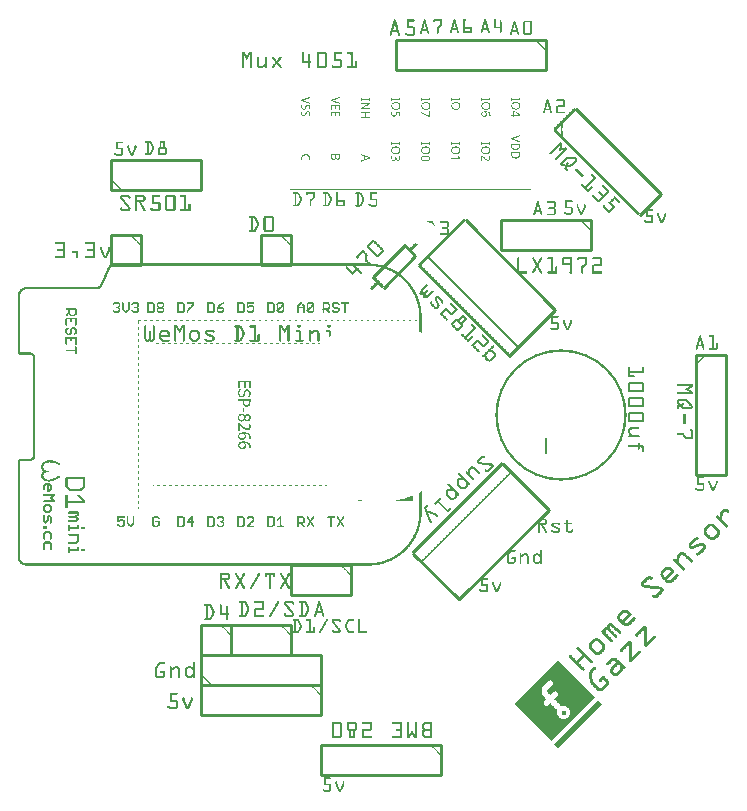
<source format=gto>
G04 MADE WITH FRITZING*
G04 WWW.FRITZING.ORG*
G04 DOUBLE SIDED*
G04 HOLES PLATED*
G04 CONTOUR ON CENTER OF CONTOUR VECTOR*
%ASAXBY*%
%FSLAX23Y23*%
%MOIN*%
%OFA0B0*%
%SFA1.0B1.0*%
%ADD10C,0.015493*%
%ADD11C,0.438000X0.422*%
%ADD12C,0.010000*%
%ADD13C,0.005000*%
%ADD14C,0.008000*%
%ADD15R,0.001000X0.001000*%
%LNSILK1*%
G90*
G70*
G54D10*
X1967Y356D03*
G54D11*
X1957Y1350D03*
G54D12*
X1617Y736D02*
X1917Y1035D01*
D02*
X1917Y1035D02*
X1764Y1188D01*
D02*
X1465Y888D02*
X1617Y736D01*
D02*
X1938Y1701D02*
X1639Y2000D01*
D02*
X1785Y1548D02*
X1938Y1701D01*
G54D13*
D02*
X1514Y1876D02*
X1814Y1576D01*
G54D12*
D02*
X1907Y2600D02*
X1407Y2600D01*
D02*
X1407Y2600D02*
X1407Y2500D01*
D02*
X1407Y2500D02*
X1907Y2500D01*
D02*
X1907Y2500D02*
X1907Y2600D01*
D02*
X1057Y650D02*
X857Y650D01*
D02*
X857Y650D02*
X857Y550D01*
D02*
X857Y550D02*
X1057Y550D01*
D02*
X1057Y550D02*
X1057Y650D01*
D02*
X1557Y250D02*
X1157Y250D01*
D02*
X1157Y250D02*
X1157Y150D01*
D02*
X1157Y150D02*
X1557Y150D01*
D02*
X1557Y150D02*
X1557Y250D01*
D02*
X2407Y1550D02*
X2407Y1150D01*
D02*
X2407Y1150D02*
X2507Y1150D01*
D02*
X2507Y1150D02*
X2507Y1550D01*
D02*
X2507Y1550D02*
X2407Y1550D01*
D02*
X2220Y2017D02*
X2290Y2088D01*
D02*
X2290Y2088D02*
X2007Y2371D01*
D02*
X1157Y450D02*
X757Y450D01*
D02*
X757Y450D02*
X757Y350D01*
D02*
X757Y350D02*
X1157Y350D01*
D02*
X1157Y350D02*
X1157Y450D01*
D02*
X2057Y2000D02*
X1757Y2000D01*
D02*
X1757Y2000D02*
X1757Y1900D01*
D02*
X1757Y1900D02*
X2057Y1900D01*
D02*
X2057Y1900D02*
X2057Y2000D01*
D02*
X457Y2100D02*
X757Y2100D01*
D02*
X757Y2100D02*
X757Y2200D01*
D02*
X757Y2200D02*
X457Y2200D01*
D02*
X457Y2200D02*
X457Y2100D01*
D02*
X557Y1950D02*
X457Y1950D01*
D02*
X457Y1950D02*
X457Y1850D01*
D02*
X457Y1850D02*
X557Y1850D01*
D02*
X557Y1850D02*
X557Y1950D01*
D02*
X757Y450D02*
X1157Y450D01*
D02*
X1157Y450D02*
X1157Y550D01*
D02*
X1157Y550D02*
X757Y550D01*
D02*
X757Y550D02*
X757Y450D01*
D02*
X1057Y1950D02*
X957Y1950D01*
D02*
X957Y1950D02*
X957Y1850D01*
D02*
X957Y1850D02*
X1057Y1850D01*
D02*
X1057Y1850D02*
X1057Y1950D01*
D02*
X857Y650D02*
X757Y650D01*
D02*
X757Y650D02*
X757Y550D01*
D02*
X757Y550D02*
X857Y550D01*
D02*
X857Y550D02*
X857Y650D01*
D02*
X1257Y850D02*
X1057Y850D01*
D02*
X1057Y850D02*
X1057Y750D01*
D02*
X1057Y750D02*
X1257Y750D01*
D02*
X1257Y750D02*
X1257Y850D01*
D02*
X1472Y1880D02*
X1366Y1774D01*
D02*
X1331Y1809D02*
X1437Y1916D01*
G54D14*
D02*
X1907Y1275D02*
X1907Y1225D01*
G36*
X2080Y399D02*
X2093Y386D01*
X1948Y241D01*
X1935Y254D01*
X2080Y399D01*
G37*
D02*
G54D15*
X1703Y2670D02*
X1706Y2670D01*
X1737Y2670D02*
X1739Y2670D01*
X1601Y2669D02*
X1604Y2669D01*
X1633Y2669D02*
X1639Y2669D01*
X1702Y2669D02*
X1707Y2669D01*
X1736Y2669D02*
X1740Y2669D01*
X1402Y2668D02*
X1405Y2668D01*
X1444Y2668D02*
X1468Y2668D01*
X1502Y2668D02*
X1504Y2668D01*
X1533Y2668D02*
X1561Y2668D01*
X1600Y2668D02*
X1605Y2668D01*
X1632Y2668D02*
X1639Y2668D01*
X1702Y2668D02*
X1707Y2668D01*
X1735Y2668D02*
X1740Y2668D01*
X1401Y2667D02*
X1406Y2667D01*
X1444Y2667D02*
X1470Y2667D01*
X1501Y2667D02*
X1505Y2667D01*
X1532Y2667D02*
X1561Y2667D01*
X1600Y2667D02*
X1605Y2667D01*
X1632Y2667D02*
X1640Y2667D01*
X1702Y2667D02*
X1707Y2667D01*
X1735Y2667D02*
X1740Y2667D01*
X1401Y2666D02*
X1406Y2666D01*
X1444Y2666D02*
X1470Y2666D01*
X1500Y2666D02*
X1505Y2666D01*
X1532Y2666D02*
X1561Y2666D01*
X1599Y2666D02*
X1605Y2666D01*
X1632Y2666D02*
X1640Y2666D01*
X1701Y2666D02*
X1708Y2666D01*
X1735Y2666D02*
X1740Y2666D01*
X1400Y2665D02*
X1407Y2665D01*
X1444Y2665D02*
X1470Y2665D01*
X1500Y2665D02*
X1506Y2665D01*
X1532Y2665D02*
X1561Y2665D01*
X1599Y2665D02*
X1606Y2665D01*
X1632Y2665D02*
X1639Y2665D01*
X1701Y2665D02*
X1708Y2665D01*
X1735Y2665D02*
X1740Y2665D01*
X1755Y2665D02*
X1757Y2665D01*
X1400Y2664D02*
X1407Y2664D01*
X1444Y2664D02*
X1470Y2664D01*
X1500Y2664D02*
X1506Y2664D01*
X1532Y2664D02*
X1561Y2664D01*
X1599Y2664D02*
X1606Y2664D01*
X1632Y2664D02*
X1638Y2664D01*
X1701Y2664D02*
X1708Y2664D01*
X1735Y2664D02*
X1740Y2664D01*
X1754Y2664D02*
X1758Y2664D01*
X1801Y2664D02*
X1804Y2664D01*
X1836Y2664D02*
X1857Y2664D01*
X1400Y2663D02*
X1407Y2663D01*
X1444Y2663D02*
X1469Y2663D01*
X1499Y2663D02*
X1506Y2663D01*
X1532Y2663D02*
X1561Y2663D01*
X1599Y2663D02*
X1606Y2663D01*
X1632Y2663D02*
X1637Y2663D01*
X1700Y2663D02*
X1708Y2663D01*
X1735Y2663D02*
X1740Y2663D01*
X1753Y2663D02*
X1758Y2663D01*
X1800Y2663D02*
X1805Y2663D01*
X1834Y2663D02*
X1859Y2663D01*
X1399Y2662D02*
X1407Y2662D01*
X1444Y2662D02*
X1468Y2662D01*
X1499Y2662D02*
X1506Y2662D01*
X1532Y2662D02*
X1537Y2662D01*
X1556Y2662D02*
X1561Y2662D01*
X1598Y2662D02*
X1606Y2662D01*
X1632Y2662D02*
X1637Y2662D01*
X1700Y2662D02*
X1709Y2662D01*
X1735Y2662D02*
X1740Y2662D01*
X1753Y2662D02*
X1758Y2662D01*
X1800Y2662D02*
X1805Y2662D01*
X1833Y2662D02*
X1860Y2662D01*
X1399Y2661D02*
X1408Y2661D01*
X1444Y2661D02*
X1450Y2661D01*
X1499Y2661D02*
X1507Y2661D01*
X1532Y2661D02*
X1536Y2661D01*
X1556Y2661D02*
X1561Y2661D01*
X1598Y2661D02*
X1607Y2661D01*
X1632Y2661D02*
X1637Y2661D01*
X1700Y2661D02*
X1709Y2661D01*
X1735Y2661D02*
X1740Y2661D01*
X1753Y2661D02*
X1759Y2661D01*
X1800Y2661D02*
X1805Y2661D01*
X1833Y2661D02*
X1861Y2661D01*
X1399Y2660D02*
X1408Y2660D01*
X1444Y2660D02*
X1450Y2660D01*
X1498Y2660D02*
X1507Y2660D01*
X1534Y2660D02*
X1535Y2660D01*
X1556Y2660D02*
X1561Y2660D01*
X1598Y2660D02*
X1607Y2660D01*
X1632Y2660D02*
X1637Y2660D01*
X1700Y2660D02*
X1709Y2660D01*
X1735Y2660D02*
X1740Y2660D01*
X1753Y2660D02*
X1759Y2660D01*
X1799Y2660D02*
X1806Y2660D01*
X1832Y2660D02*
X1861Y2660D01*
X1398Y2659D02*
X1408Y2659D01*
X1444Y2659D02*
X1450Y2659D01*
X1498Y2659D02*
X1507Y2659D01*
X1556Y2659D02*
X1561Y2659D01*
X1597Y2659D02*
X1607Y2659D01*
X1632Y2659D02*
X1637Y2659D01*
X1699Y2659D02*
X1710Y2659D01*
X1735Y2659D02*
X1740Y2659D01*
X1753Y2659D02*
X1759Y2659D01*
X1799Y2659D02*
X1806Y2659D01*
X1832Y2659D02*
X1861Y2659D01*
X1398Y2658D02*
X1409Y2658D01*
X1444Y2658D02*
X1450Y2658D01*
X1498Y2658D02*
X1508Y2658D01*
X1556Y2658D02*
X1561Y2658D01*
X1597Y2658D02*
X1608Y2658D01*
X1632Y2658D02*
X1637Y2658D01*
X1699Y2658D02*
X1710Y2658D01*
X1735Y2658D02*
X1740Y2658D01*
X1753Y2658D02*
X1759Y2658D01*
X1799Y2658D02*
X1806Y2658D01*
X1832Y2658D02*
X1837Y2658D01*
X1856Y2658D02*
X1861Y2658D01*
X1398Y2657D02*
X1409Y2657D01*
X1444Y2657D02*
X1450Y2657D01*
X1498Y2657D02*
X1508Y2657D01*
X1556Y2657D02*
X1561Y2657D01*
X1597Y2657D02*
X1608Y2657D01*
X1632Y2657D02*
X1637Y2657D01*
X1699Y2657D02*
X1710Y2657D01*
X1735Y2657D02*
X1740Y2657D01*
X1753Y2657D02*
X1759Y2657D01*
X1799Y2657D02*
X1807Y2657D01*
X1832Y2657D02*
X1837Y2657D01*
X1856Y2657D02*
X1861Y2657D01*
X1398Y2656D02*
X1409Y2656D01*
X1444Y2656D02*
X1450Y2656D01*
X1497Y2656D02*
X1508Y2656D01*
X1556Y2656D02*
X1561Y2656D01*
X1596Y2656D02*
X1608Y2656D01*
X1632Y2656D02*
X1637Y2656D01*
X1698Y2656D02*
X1710Y2656D01*
X1735Y2656D02*
X1740Y2656D01*
X1753Y2656D02*
X1759Y2656D01*
X1798Y2656D02*
X1807Y2656D01*
X1832Y2656D02*
X1837Y2656D01*
X1856Y2656D02*
X1861Y2656D01*
X1397Y2655D02*
X1410Y2655D01*
X1444Y2655D02*
X1450Y2655D01*
X1497Y2655D02*
X1508Y2655D01*
X1556Y2655D02*
X1561Y2655D01*
X1596Y2655D02*
X1608Y2655D01*
X1632Y2655D02*
X1637Y2655D01*
X1698Y2655D02*
X1711Y2655D01*
X1735Y2655D02*
X1740Y2655D01*
X1753Y2655D02*
X1759Y2655D01*
X1798Y2655D02*
X1807Y2655D01*
X1832Y2655D02*
X1837Y2655D01*
X1856Y2655D02*
X1861Y2655D01*
X1397Y2654D02*
X1410Y2654D01*
X1444Y2654D02*
X1450Y2654D01*
X1497Y2654D02*
X1509Y2654D01*
X1556Y2654D02*
X1561Y2654D01*
X1596Y2654D02*
X1601Y2654D01*
X1603Y2654D02*
X1609Y2654D01*
X1632Y2654D02*
X1637Y2654D01*
X1698Y2654D02*
X1703Y2654D01*
X1706Y2654D02*
X1711Y2654D01*
X1735Y2654D02*
X1740Y2654D01*
X1753Y2654D02*
X1759Y2654D01*
X1798Y2654D02*
X1807Y2654D01*
X1832Y2654D02*
X1837Y2654D01*
X1856Y2654D02*
X1861Y2654D01*
X1397Y2653D02*
X1410Y2653D01*
X1444Y2653D02*
X1450Y2653D01*
X1496Y2653D02*
X1502Y2653D01*
X1504Y2653D02*
X1509Y2653D01*
X1556Y2653D02*
X1561Y2653D01*
X1596Y2653D02*
X1601Y2653D01*
X1604Y2653D02*
X1609Y2653D01*
X1632Y2653D02*
X1637Y2653D01*
X1697Y2653D02*
X1703Y2653D01*
X1706Y2653D02*
X1711Y2653D01*
X1735Y2653D02*
X1740Y2653D01*
X1753Y2653D02*
X1759Y2653D01*
X1797Y2653D02*
X1808Y2653D01*
X1832Y2653D02*
X1837Y2653D01*
X1856Y2653D02*
X1861Y2653D01*
X1396Y2652D02*
X1410Y2652D01*
X1444Y2652D02*
X1450Y2652D01*
X1496Y2652D02*
X1501Y2652D01*
X1504Y2652D02*
X1509Y2652D01*
X1556Y2652D02*
X1561Y2652D01*
X1595Y2652D02*
X1601Y2652D01*
X1604Y2652D02*
X1609Y2652D01*
X1632Y2652D02*
X1637Y2652D01*
X1697Y2652D02*
X1703Y2652D01*
X1706Y2652D02*
X1712Y2652D01*
X1735Y2652D02*
X1740Y2652D01*
X1753Y2652D02*
X1759Y2652D01*
X1797Y2652D02*
X1808Y2652D01*
X1832Y2652D02*
X1837Y2652D01*
X1856Y2652D02*
X1861Y2652D01*
X1396Y2651D02*
X1402Y2651D01*
X1404Y2651D02*
X1411Y2651D01*
X1444Y2651D02*
X1450Y2651D01*
X1496Y2651D02*
X1501Y2651D01*
X1504Y2651D02*
X1510Y2651D01*
X1555Y2651D02*
X1561Y2651D01*
X1595Y2651D02*
X1600Y2651D01*
X1604Y2651D02*
X1610Y2651D01*
X1632Y2651D02*
X1637Y2651D01*
X1697Y2651D02*
X1702Y2651D01*
X1706Y2651D02*
X1712Y2651D01*
X1735Y2651D02*
X1740Y2651D01*
X1753Y2651D02*
X1759Y2651D01*
X1797Y2651D02*
X1808Y2651D01*
X1832Y2651D02*
X1837Y2651D01*
X1856Y2651D02*
X1861Y2651D01*
X1396Y2650D02*
X1402Y2650D01*
X1405Y2650D02*
X1411Y2650D01*
X1444Y2650D02*
X1450Y2650D01*
X1496Y2650D02*
X1501Y2650D01*
X1505Y2650D02*
X1510Y2650D01*
X1554Y2650D02*
X1561Y2650D01*
X1595Y2650D02*
X1600Y2650D01*
X1604Y2650D02*
X1610Y2650D01*
X1632Y2650D02*
X1637Y2650D01*
X1697Y2650D02*
X1702Y2650D01*
X1707Y2650D02*
X1712Y2650D01*
X1735Y2650D02*
X1740Y2650D01*
X1753Y2650D02*
X1759Y2650D01*
X1797Y2650D02*
X1809Y2650D01*
X1832Y2650D02*
X1837Y2650D01*
X1856Y2650D02*
X1861Y2650D01*
X1396Y2649D02*
X1402Y2649D01*
X1405Y2649D02*
X1411Y2649D01*
X1444Y2649D02*
X1450Y2649D01*
X1495Y2649D02*
X1501Y2649D01*
X1505Y2649D02*
X1510Y2649D01*
X1553Y2649D02*
X1561Y2649D01*
X1594Y2649D02*
X1600Y2649D01*
X1605Y2649D02*
X1610Y2649D01*
X1632Y2649D02*
X1637Y2649D01*
X1696Y2649D02*
X1702Y2649D01*
X1707Y2649D02*
X1713Y2649D01*
X1735Y2649D02*
X1740Y2649D01*
X1753Y2649D02*
X1759Y2649D01*
X1796Y2649D02*
X1809Y2649D01*
X1832Y2649D02*
X1837Y2649D01*
X1856Y2649D02*
X1861Y2649D01*
X1395Y2648D02*
X1402Y2648D01*
X1405Y2648D02*
X1412Y2648D01*
X1444Y2648D02*
X1450Y2648D01*
X1495Y2648D02*
X1500Y2648D01*
X1505Y2648D02*
X1510Y2648D01*
X1552Y2648D02*
X1560Y2648D01*
X1594Y2648D02*
X1600Y2648D01*
X1605Y2648D02*
X1610Y2648D01*
X1632Y2648D02*
X1637Y2648D01*
X1696Y2648D02*
X1701Y2648D01*
X1707Y2648D02*
X1713Y2648D01*
X1735Y2648D02*
X1740Y2648D01*
X1753Y2648D02*
X1759Y2648D01*
X1796Y2648D02*
X1801Y2648D01*
X1804Y2648D02*
X1809Y2648D01*
X1832Y2648D02*
X1837Y2648D01*
X1856Y2648D02*
X1861Y2648D01*
X1395Y2647D02*
X1401Y2647D01*
X1406Y2647D02*
X1412Y2647D01*
X1444Y2647D02*
X1450Y2647D01*
X1495Y2647D02*
X1500Y2647D01*
X1505Y2647D02*
X1511Y2647D01*
X1550Y2647D02*
X1559Y2647D01*
X1594Y2647D02*
X1599Y2647D01*
X1605Y2647D02*
X1611Y2647D01*
X1632Y2647D02*
X1637Y2647D01*
X1696Y2647D02*
X1701Y2647D01*
X1708Y2647D02*
X1713Y2647D01*
X1735Y2647D02*
X1740Y2647D01*
X1753Y2647D02*
X1759Y2647D01*
X1796Y2647D02*
X1801Y2647D01*
X1804Y2647D02*
X1809Y2647D01*
X1832Y2647D02*
X1837Y2647D01*
X1856Y2647D02*
X1861Y2647D01*
X1395Y2646D02*
X1401Y2646D01*
X1406Y2646D02*
X1412Y2646D01*
X1444Y2646D02*
X1450Y2646D01*
X1494Y2646D02*
X1500Y2646D01*
X1506Y2646D02*
X1511Y2646D01*
X1549Y2646D02*
X1558Y2646D01*
X1594Y2646D02*
X1599Y2646D01*
X1606Y2646D02*
X1611Y2646D01*
X1632Y2646D02*
X1637Y2646D01*
X1695Y2646D02*
X1701Y2646D01*
X1708Y2646D02*
X1713Y2646D01*
X1735Y2646D02*
X1740Y2646D01*
X1753Y2646D02*
X1759Y2646D01*
X1795Y2646D02*
X1801Y2646D01*
X1804Y2646D02*
X1810Y2646D01*
X1832Y2646D02*
X1837Y2646D01*
X1856Y2646D02*
X1861Y2646D01*
X1394Y2645D02*
X1401Y2645D01*
X1406Y2645D02*
X1412Y2645D01*
X1444Y2645D02*
X1464Y2645D01*
X1494Y2645D02*
X1499Y2645D01*
X1506Y2645D02*
X1511Y2645D01*
X1548Y2645D02*
X1556Y2645D01*
X1593Y2645D02*
X1599Y2645D01*
X1606Y2645D02*
X1611Y2645D01*
X1632Y2645D02*
X1637Y2645D01*
X1695Y2645D02*
X1701Y2645D01*
X1708Y2645D02*
X1714Y2645D01*
X1735Y2645D02*
X1740Y2645D01*
X1753Y2645D02*
X1759Y2645D01*
X1795Y2645D02*
X1800Y2645D01*
X1805Y2645D02*
X1810Y2645D01*
X1832Y2645D02*
X1837Y2645D01*
X1856Y2645D02*
X1861Y2645D01*
X1394Y2644D02*
X1400Y2644D01*
X1406Y2644D02*
X1413Y2644D01*
X1444Y2644D02*
X1467Y2644D01*
X1494Y2644D02*
X1499Y2644D01*
X1506Y2644D02*
X1512Y2644D01*
X1547Y2644D02*
X1555Y2644D01*
X1593Y2644D02*
X1598Y2644D01*
X1606Y2644D02*
X1612Y2644D01*
X1632Y2644D02*
X1637Y2644D01*
X1695Y2644D02*
X1700Y2644D01*
X1709Y2644D02*
X1714Y2644D01*
X1735Y2644D02*
X1760Y2644D01*
X1795Y2644D02*
X1800Y2644D01*
X1805Y2644D02*
X1810Y2644D01*
X1832Y2644D02*
X1837Y2644D01*
X1856Y2644D02*
X1861Y2644D01*
X1394Y2643D02*
X1400Y2643D01*
X1407Y2643D02*
X1413Y2643D01*
X1444Y2643D02*
X1468Y2643D01*
X1493Y2643D02*
X1499Y2643D01*
X1507Y2643D02*
X1512Y2643D01*
X1546Y2643D02*
X1554Y2643D01*
X1593Y2643D02*
X1598Y2643D01*
X1607Y2643D02*
X1612Y2643D01*
X1632Y2643D02*
X1660Y2643D01*
X1695Y2643D02*
X1700Y2643D01*
X1709Y2643D02*
X1714Y2643D01*
X1735Y2643D02*
X1761Y2643D01*
X1794Y2643D02*
X1800Y2643D01*
X1805Y2643D02*
X1811Y2643D01*
X1832Y2643D02*
X1837Y2643D01*
X1856Y2643D02*
X1861Y2643D01*
X1393Y2642D02*
X1400Y2642D01*
X1407Y2642D02*
X1413Y2642D01*
X1444Y2642D02*
X1469Y2642D01*
X1493Y2642D02*
X1499Y2642D01*
X1507Y2642D02*
X1512Y2642D01*
X1545Y2642D02*
X1553Y2642D01*
X1592Y2642D02*
X1598Y2642D01*
X1607Y2642D02*
X1612Y2642D01*
X1632Y2642D02*
X1661Y2642D01*
X1694Y2642D02*
X1700Y2642D01*
X1709Y2642D02*
X1715Y2642D01*
X1735Y2642D02*
X1761Y2642D01*
X1794Y2642D02*
X1800Y2642D01*
X1806Y2642D02*
X1811Y2642D01*
X1832Y2642D02*
X1837Y2642D01*
X1856Y2642D02*
X1861Y2642D01*
X1393Y2641D02*
X1400Y2641D01*
X1407Y2641D02*
X1414Y2641D01*
X1444Y2641D02*
X1469Y2641D01*
X1493Y2641D02*
X1498Y2641D01*
X1507Y2641D02*
X1513Y2641D01*
X1544Y2641D02*
X1552Y2641D01*
X1592Y2641D02*
X1598Y2641D01*
X1607Y2641D02*
X1613Y2641D01*
X1632Y2641D02*
X1661Y2641D01*
X1694Y2641D02*
X1699Y2641D01*
X1709Y2641D02*
X1715Y2641D01*
X1735Y2641D02*
X1761Y2641D01*
X1794Y2641D02*
X1799Y2641D01*
X1806Y2641D02*
X1811Y2641D01*
X1832Y2641D02*
X1837Y2641D01*
X1856Y2641D02*
X1861Y2641D01*
X1393Y2640D02*
X1399Y2640D01*
X1408Y2640D02*
X1414Y2640D01*
X1444Y2640D02*
X1470Y2640D01*
X1493Y2640D02*
X1498Y2640D01*
X1507Y2640D02*
X1513Y2640D01*
X1544Y2640D02*
X1551Y2640D01*
X1592Y2640D02*
X1597Y2640D01*
X1607Y2640D02*
X1613Y2640D01*
X1632Y2640D02*
X1661Y2640D01*
X1694Y2640D02*
X1699Y2640D01*
X1710Y2640D02*
X1715Y2640D01*
X1735Y2640D02*
X1761Y2640D01*
X1794Y2640D02*
X1799Y2640D01*
X1806Y2640D02*
X1812Y2640D01*
X1832Y2640D02*
X1837Y2640D01*
X1856Y2640D02*
X1861Y2640D01*
X1393Y2639D02*
X1399Y2639D01*
X1408Y2639D02*
X1414Y2639D01*
X1444Y2639D02*
X1470Y2639D01*
X1492Y2639D02*
X1498Y2639D01*
X1508Y2639D02*
X1513Y2639D01*
X1544Y2639D02*
X1549Y2639D01*
X1591Y2639D02*
X1597Y2639D01*
X1608Y2639D02*
X1613Y2639D01*
X1632Y2639D02*
X1661Y2639D01*
X1693Y2639D02*
X1715Y2639D01*
X1735Y2639D02*
X1760Y2639D01*
X1793Y2639D02*
X1799Y2639D01*
X1806Y2639D02*
X1812Y2639D01*
X1832Y2639D02*
X1837Y2639D01*
X1856Y2639D02*
X1861Y2639D01*
X1392Y2638D02*
X1399Y2638D01*
X1408Y2638D02*
X1414Y2638D01*
X1464Y2638D02*
X1470Y2638D01*
X1492Y2638D02*
X1498Y2638D01*
X1508Y2638D02*
X1513Y2638D01*
X1544Y2638D02*
X1549Y2638D01*
X1591Y2638D02*
X1613Y2638D01*
X1632Y2638D02*
X1661Y2638D01*
X1693Y2638D02*
X1716Y2638D01*
X1753Y2638D02*
X1759Y2638D01*
X1793Y2638D02*
X1798Y2638D01*
X1807Y2638D02*
X1812Y2638D01*
X1832Y2638D02*
X1837Y2638D01*
X1856Y2638D02*
X1861Y2638D01*
X1392Y2637D02*
X1398Y2637D01*
X1408Y2637D02*
X1415Y2637D01*
X1464Y2637D02*
X1470Y2637D01*
X1492Y2637D02*
X1514Y2637D01*
X1544Y2637D02*
X1549Y2637D01*
X1591Y2637D02*
X1614Y2637D01*
X1632Y2637D02*
X1637Y2637D01*
X1656Y2637D02*
X1661Y2637D01*
X1693Y2637D02*
X1716Y2637D01*
X1753Y2637D02*
X1759Y2637D01*
X1793Y2637D02*
X1798Y2637D01*
X1807Y2637D02*
X1812Y2637D01*
X1832Y2637D02*
X1837Y2637D01*
X1856Y2637D02*
X1861Y2637D01*
X1392Y2636D02*
X1398Y2636D01*
X1409Y2636D02*
X1415Y2636D01*
X1464Y2636D02*
X1470Y2636D01*
X1491Y2636D02*
X1514Y2636D01*
X1544Y2636D02*
X1549Y2636D01*
X1591Y2636D02*
X1614Y2636D01*
X1632Y2636D02*
X1637Y2636D01*
X1656Y2636D02*
X1661Y2636D01*
X1693Y2636D02*
X1716Y2636D01*
X1753Y2636D02*
X1759Y2636D01*
X1792Y2636D02*
X1798Y2636D01*
X1807Y2636D02*
X1813Y2636D01*
X1832Y2636D02*
X1837Y2636D01*
X1856Y2636D02*
X1861Y2636D01*
X1391Y2635D02*
X1398Y2635D01*
X1409Y2635D02*
X1415Y2635D01*
X1464Y2635D02*
X1470Y2635D01*
X1491Y2635D02*
X1514Y2635D01*
X1544Y2635D02*
X1549Y2635D01*
X1590Y2635D02*
X1614Y2635D01*
X1632Y2635D02*
X1637Y2635D01*
X1656Y2635D02*
X1661Y2635D01*
X1692Y2635D02*
X1717Y2635D01*
X1753Y2635D02*
X1759Y2635D01*
X1792Y2635D02*
X1798Y2635D01*
X1808Y2635D02*
X1813Y2635D01*
X1832Y2635D02*
X1837Y2635D01*
X1856Y2635D02*
X1861Y2635D01*
X1391Y2634D02*
X1397Y2634D01*
X1409Y2634D02*
X1416Y2634D01*
X1464Y2634D02*
X1470Y2634D01*
X1491Y2634D02*
X1515Y2634D01*
X1544Y2634D02*
X1549Y2634D01*
X1590Y2634D02*
X1615Y2634D01*
X1632Y2634D02*
X1637Y2634D01*
X1656Y2634D02*
X1661Y2634D01*
X1692Y2634D02*
X1717Y2634D01*
X1753Y2634D02*
X1759Y2634D01*
X1792Y2634D02*
X1797Y2634D01*
X1808Y2634D02*
X1813Y2634D01*
X1832Y2634D02*
X1837Y2634D01*
X1856Y2634D02*
X1861Y2634D01*
X1391Y2633D02*
X1416Y2633D01*
X1464Y2633D02*
X1470Y2633D01*
X1491Y2633D02*
X1515Y2633D01*
X1544Y2633D02*
X1549Y2633D01*
X1590Y2633D02*
X1615Y2633D01*
X1632Y2633D02*
X1637Y2633D01*
X1656Y2633D02*
X1661Y2633D01*
X1692Y2633D02*
X1697Y2633D01*
X1712Y2633D02*
X1717Y2633D01*
X1753Y2633D02*
X1759Y2633D01*
X1792Y2633D02*
X1814Y2633D01*
X1832Y2633D02*
X1837Y2633D01*
X1856Y2633D02*
X1861Y2633D01*
X1391Y2632D02*
X1416Y2632D01*
X1464Y2632D02*
X1470Y2632D01*
X1490Y2632D02*
X1515Y2632D01*
X1544Y2632D02*
X1549Y2632D01*
X1589Y2632D02*
X1595Y2632D01*
X1610Y2632D02*
X1615Y2632D01*
X1632Y2632D02*
X1637Y2632D01*
X1656Y2632D02*
X1661Y2632D01*
X1691Y2632D02*
X1697Y2632D01*
X1712Y2632D02*
X1717Y2632D01*
X1753Y2632D02*
X1759Y2632D01*
X1791Y2632D02*
X1814Y2632D01*
X1832Y2632D02*
X1837Y2632D01*
X1856Y2632D02*
X1861Y2632D01*
X1390Y2631D02*
X1417Y2631D01*
X1464Y2631D02*
X1470Y2631D01*
X1490Y2631D02*
X1495Y2631D01*
X1510Y2631D02*
X1515Y2631D01*
X1544Y2631D02*
X1549Y2631D01*
X1589Y2631D02*
X1595Y2631D01*
X1610Y2631D02*
X1615Y2631D01*
X1632Y2631D02*
X1637Y2631D01*
X1656Y2631D02*
X1661Y2631D01*
X1691Y2631D02*
X1696Y2631D01*
X1712Y2631D02*
X1718Y2631D01*
X1753Y2631D02*
X1759Y2631D01*
X1791Y2631D02*
X1814Y2631D01*
X1832Y2631D02*
X1837Y2631D01*
X1856Y2631D02*
X1861Y2631D01*
X1390Y2630D02*
X1417Y2630D01*
X1464Y2630D02*
X1470Y2630D01*
X1490Y2630D02*
X1495Y2630D01*
X1510Y2630D02*
X1516Y2630D01*
X1544Y2630D02*
X1549Y2630D01*
X1589Y2630D02*
X1594Y2630D01*
X1610Y2630D02*
X1616Y2630D01*
X1632Y2630D02*
X1637Y2630D01*
X1656Y2630D02*
X1661Y2630D01*
X1691Y2630D02*
X1696Y2630D01*
X1713Y2630D02*
X1718Y2630D01*
X1753Y2630D02*
X1759Y2630D01*
X1791Y2630D02*
X1814Y2630D01*
X1832Y2630D02*
X1837Y2630D01*
X1856Y2630D02*
X1861Y2630D01*
X1390Y2629D02*
X1417Y2629D01*
X1464Y2629D02*
X1470Y2629D01*
X1489Y2629D02*
X1495Y2629D01*
X1511Y2629D02*
X1516Y2629D01*
X1544Y2629D02*
X1549Y2629D01*
X1589Y2629D02*
X1594Y2629D01*
X1611Y2629D02*
X1616Y2629D01*
X1632Y2629D02*
X1637Y2629D01*
X1656Y2629D02*
X1661Y2629D01*
X1690Y2629D02*
X1696Y2629D01*
X1713Y2629D02*
X1718Y2629D01*
X1753Y2629D02*
X1759Y2629D01*
X1790Y2629D02*
X1815Y2629D01*
X1832Y2629D02*
X1837Y2629D01*
X1856Y2629D02*
X1861Y2629D01*
X1389Y2628D02*
X1417Y2628D01*
X1464Y2628D02*
X1470Y2628D01*
X1489Y2628D02*
X1494Y2628D01*
X1511Y2628D02*
X1516Y2628D01*
X1544Y2628D02*
X1549Y2628D01*
X1588Y2628D02*
X1594Y2628D01*
X1611Y2628D02*
X1616Y2628D01*
X1632Y2628D02*
X1661Y2628D01*
X1690Y2628D02*
X1696Y2628D01*
X1713Y2628D02*
X1719Y2628D01*
X1753Y2628D02*
X1759Y2628D01*
X1790Y2628D02*
X1815Y2628D01*
X1832Y2628D02*
X1837Y2628D01*
X1856Y2628D02*
X1861Y2628D01*
X1389Y2627D02*
X1418Y2627D01*
X1464Y2627D02*
X1470Y2627D01*
X1489Y2627D02*
X1494Y2627D01*
X1511Y2627D02*
X1517Y2627D01*
X1544Y2627D02*
X1549Y2627D01*
X1588Y2627D02*
X1593Y2627D01*
X1611Y2627D02*
X1617Y2627D01*
X1632Y2627D02*
X1661Y2627D01*
X1690Y2627D02*
X1695Y2627D01*
X1714Y2627D02*
X1719Y2627D01*
X1753Y2627D02*
X1759Y2627D01*
X1790Y2627D02*
X1795Y2627D01*
X1810Y2627D02*
X1815Y2627D01*
X1832Y2627D02*
X1837Y2627D01*
X1856Y2627D02*
X1861Y2627D01*
X1389Y2626D02*
X1395Y2626D01*
X1412Y2626D02*
X1418Y2626D01*
X1464Y2626D02*
X1470Y2626D01*
X1488Y2626D02*
X1494Y2626D01*
X1512Y2626D02*
X1517Y2626D01*
X1544Y2626D02*
X1549Y2626D01*
X1588Y2626D02*
X1593Y2626D01*
X1612Y2626D02*
X1617Y2626D01*
X1632Y2626D02*
X1661Y2626D01*
X1690Y2626D02*
X1695Y2626D01*
X1714Y2626D02*
X1719Y2626D01*
X1753Y2626D02*
X1758Y2626D01*
X1789Y2626D02*
X1795Y2626D01*
X1810Y2626D02*
X1816Y2626D01*
X1832Y2626D02*
X1837Y2626D01*
X1856Y2626D02*
X1861Y2626D01*
X1389Y2625D02*
X1395Y2625D01*
X1412Y2625D02*
X1418Y2625D01*
X1464Y2625D02*
X1470Y2625D01*
X1488Y2625D02*
X1494Y2625D01*
X1512Y2625D02*
X1517Y2625D01*
X1544Y2625D02*
X1549Y2625D01*
X1588Y2625D02*
X1593Y2625D01*
X1612Y2625D02*
X1617Y2625D01*
X1632Y2625D02*
X1661Y2625D01*
X1690Y2625D02*
X1695Y2625D01*
X1714Y2625D02*
X1719Y2625D01*
X1754Y2625D02*
X1758Y2625D01*
X1789Y2625D02*
X1795Y2625D01*
X1811Y2625D02*
X1816Y2625D01*
X1832Y2625D02*
X1837Y2625D01*
X1856Y2625D02*
X1861Y2625D01*
X1388Y2624D02*
X1395Y2624D01*
X1412Y2624D02*
X1419Y2624D01*
X1439Y2624D02*
X1441Y2624D01*
X1464Y2624D02*
X1470Y2624D01*
X1488Y2624D02*
X1493Y2624D01*
X1512Y2624D02*
X1517Y2624D01*
X1544Y2624D02*
X1549Y2624D01*
X1588Y2624D02*
X1592Y2624D01*
X1612Y2624D02*
X1617Y2624D01*
X1632Y2624D02*
X1661Y2624D01*
X1690Y2624D02*
X1694Y2624D01*
X1715Y2624D02*
X1718Y2624D01*
X1754Y2624D02*
X1758Y2624D01*
X1789Y2624D02*
X1794Y2624D01*
X1811Y2624D02*
X1816Y2624D01*
X1832Y2624D02*
X1837Y2624D01*
X1856Y2624D02*
X1861Y2624D01*
X1388Y2623D02*
X1394Y2623D01*
X1413Y2623D02*
X1419Y2623D01*
X1437Y2623D02*
X1443Y2623D01*
X1464Y2623D02*
X1470Y2623D01*
X1488Y2623D02*
X1493Y2623D01*
X1513Y2623D02*
X1517Y2623D01*
X1544Y2623D02*
X1548Y2623D01*
X1589Y2623D02*
X1592Y2623D01*
X1613Y2623D02*
X1616Y2623D01*
X1633Y2623D02*
X1660Y2623D01*
X1692Y2623D02*
X1692Y2623D01*
X1716Y2623D02*
X1717Y2623D01*
X1756Y2623D02*
X1756Y2623D01*
X1789Y2623D02*
X1794Y2623D01*
X1811Y2623D02*
X1816Y2623D01*
X1832Y2623D02*
X1861Y2623D01*
X1388Y2622D02*
X1394Y2622D01*
X1413Y2622D02*
X1419Y2622D01*
X1437Y2622D02*
X1445Y2622D01*
X1464Y2622D02*
X1470Y2622D01*
X1489Y2622D02*
X1492Y2622D01*
X1513Y2622D02*
X1516Y2622D01*
X1545Y2622D02*
X1547Y2622D01*
X1788Y2622D02*
X1794Y2622D01*
X1811Y2622D02*
X1817Y2622D01*
X1832Y2622D02*
X1861Y2622D01*
X1387Y2621D02*
X1394Y2621D01*
X1413Y2621D02*
X1419Y2621D01*
X1437Y2621D02*
X1470Y2621D01*
X1788Y2621D02*
X1793Y2621D01*
X1812Y2621D02*
X1817Y2621D01*
X1832Y2621D02*
X1861Y2621D01*
X1387Y2620D02*
X1393Y2620D01*
X1413Y2620D02*
X1420Y2620D01*
X1437Y2620D02*
X1470Y2620D01*
X1788Y2620D02*
X1793Y2620D01*
X1812Y2620D02*
X1817Y2620D01*
X1833Y2620D02*
X1860Y2620D01*
X1387Y2619D02*
X1393Y2619D01*
X1414Y2619D02*
X1420Y2619D01*
X1437Y2619D02*
X1470Y2619D01*
X1788Y2619D02*
X1793Y2619D01*
X1812Y2619D02*
X1817Y2619D01*
X1833Y2619D02*
X1860Y2619D01*
X1387Y2618D02*
X1393Y2618D01*
X1414Y2618D02*
X1420Y2618D01*
X1438Y2618D02*
X1469Y2618D01*
X1789Y2618D02*
X1792Y2618D01*
X1813Y2618D02*
X1817Y2618D01*
X1835Y2618D02*
X1858Y2618D01*
X1387Y2617D02*
X1392Y2617D01*
X1414Y2617D02*
X1420Y2617D01*
X1440Y2617D02*
X1469Y2617D01*
X1790Y2617D02*
X1791Y2617D01*
X1814Y2617D02*
X1815Y2617D01*
X1837Y2617D02*
X1856Y2617D01*
X1387Y2616D02*
X1392Y2616D01*
X1415Y2616D02*
X1420Y2616D01*
X1442Y2616D02*
X1467Y2616D01*
X1388Y2615D02*
X1391Y2615D01*
X1416Y2615D02*
X1419Y2615D01*
X1445Y2615D02*
X1466Y2615D01*
X1873Y2602D02*
X1873Y2602D01*
X1872Y2601D02*
X1874Y2601D01*
X1871Y2600D02*
X1875Y2600D01*
X1870Y2599D02*
X1876Y2599D01*
X1871Y2598D02*
X1877Y2598D01*
X1872Y2597D02*
X1878Y2597D01*
X1873Y2596D02*
X1879Y2596D01*
X1874Y2595D02*
X1880Y2595D01*
X1875Y2594D02*
X1881Y2594D01*
X1876Y2593D02*
X1882Y2593D01*
X1877Y2592D02*
X1883Y2592D01*
X1878Y2591D02*
X1884Y2591D01*
X1879Y2590D02*
X1885Y2590D01*
X1880Y2589D02*
X1886Y2589D01*
X1882Y2588D02*
X1887Y2588D01*
X1883Y2587D02*
X1888Y2587D01*
X1884Y2586D02*
X1889Y2586D01*
X1886Y2585D02*
X1890Y2585D01*
X1887Y2584D02*
X1891Y2584D01*
X1888Y2583D02*
X1892Y2583D01*
X1889Y2582D02*
X1893Y2582D01*
X1890Y2581D02*
X1894Y2581D01*
X1891Y2580D02*
X1895Y2580D01*
X1891Y2579D02*
X1896Y2579D01*
X1892Y2578D02*
X1897Y2578D01*
X1893Y2577D02*
X1898Y2577D01*
X1894Y2576D02*
X1899Y2576D01*
X1894Y2575D02*
X1900Y2575D01*
X1895Y2574D02*
X1901Y2574D01*
X1896Y2573D02*
X1902Y2573D01*
X1897Y2572D02*
X1903Y2572D01*
X1898Y2571D02*
X1904Y2571D01*
X1899Y2570D02*
X1905Y2570D01*
X1900Y2569D02*
X1906Y2569D01*
X1901Y2568D02*
X1907Y2568D01*
X1902Y2567D02*
X1907Y2567D01*
X1903Y2566D02*
X1906Y2566D01*
X1904Y2565D02*
X1905Y2565D01*
X893Y2559D02*
X901Y2559D01*
X918Y2559D02*
X926Y2559D01*
X1096Y2559D02*
X1099Y2559D01*
X1147Y2559D02*
X1172Y2559D01*
X1200Y2559D02*
X1224Y2559D01*
X1245Y2559D02*
X1263Y2559D01*
X893Y2558D02*
X902Y2558D01*
X918Y2558D02*
X926Y2558D01*
X1095Y2558D02*
X1100Y2558D01*
X1146Y2558D02*
X1174Y2558D01*
X1200Y2558D02*
X1226Y2558D01*
X1243Y2558D02*
X1263Y2558D01*
X893Y2557D02*
X902Y2557D01*
X917Y2557D02*
X926Y2557D01*
X1095Y2557D02*
X1100Y2557D01*
X1145Y2557D02*
X1175Y2557D01*
X1200Y2557D02*
X1226Y2557D01*
X1243Y2557D02*
X1263Y2557D01*
X893Y2556D02*
X903Y2556D01*
X916Y2556D02*
X926Y2556D01*
X1095Y2556D02*
X1100Y2556D01*
X1144Y2556D02*
X1175Y2556D01*
X1200Y2556D02*
X1226Y2556D01*
X1243Y2556D02*
X1263Y2556D01*
X893Y2555D02*
X904Y2555D01*
X916Y2555D02*
X926Y2555D01*
X1094Y2555D02*
X1101Y2555D01*
X1143Y2555D02*
X1176Y2555D01*
X1200Y2555D02*
X1226Y2555D01*
X1243Y2555D02*
X1263Y2555D01*
X893Y2554D02*
X904Y2554D01*
X915Y2554D02*
X926Y2554D01*
X1094Y2554D02*
X1101Y2554D01*
X1143Y2554D02*
X1176Y2554D01*
X1200Y2554D02*
X1226Y2554D01*
X1243Y2554D02*
X1263Y2554D01*
X893Y2553D02*
X905Y2553D01*
X914Y2553D02*
X926Y2553D01*
X1094Y2553D02*
X1101Y2553D01*
X1117Y2553D02*
X1119Y2553D01*
X1143Y2553D02*
X1176Y2553D01*
X1200Y2553D02*
X1225Y2553D01*
X1244Y2553D02*
X1263Y2553D01*
X893Y2552D02*
X906Y2552D01*
X913Y2552D02*
X926Y2552D01*
X1094Y2552D02*
X1101Y2552D01*
X1116Y2552D02*
X1121Y2552D01*
X1143Y2552D02*
X1149Y2552D01*
X1170Y2552D02*
X1176Y2552D01*
X1200Y2552D02*
X1206Y2552D01*
X1256Y2552D02*
X1263Y2552D01*
X893Y2551D02*
X907Y2551D01*
X913Y2551D02*
X926Y2551D01*
X1094Y2551D02*
X1101Y2551D01*
X1115Y2551D02*
X1121Y2551D01*
X1143Y2551D02*
X1149Y2551D01*
X1170Y2551D02*
X1176Y2551D01*
X1200Y2551D02*
X1206Y2551D01*
X1257Y2551D02*
X1263Y2551D01*
X893Y2550D02*
X907Y2550D01*
X912Y2550D02*
X926Y2550D01*
X1094Y2550D02*
X1101Y2550D01*
X1115Y2550D02*
X1121Y2550D01*
X1143Y2550D02*
X1149Y2550D01*
X1170Y2550D02*
X1176Y2550D01*
X1200Y2550D02*
X1206Y2550D01*
X1257Y2550D02*
X1263Y2550D01*
X893Y2549D02*
X908Y2549D01*
X911Y2549D02*
X926Y2549D01*
X1094Y2549D02*
X1101Y2549D01*
X1115Y2549D02*
X1121Y2549D01*
X1143Y2549D02*
X1149Y2549D01*
X1170Y2549D02*
X1176Y2549D01*
X1200Y2549D02*
X1206Y2549D01*
X1257Y2549D02*
X1263Y2549D01*
X893Y2548D02*
X899Y2548D01*
X901Y2548D02*
X909Y2548D01*
X911Y2548D02*
X918Y2548D01*
X920Y2548D02*
X926Y2548D01*
X1094Y2548D02*
X1101Y2548D01*
X1115Y2548D02*
X1121Y2548D01*
X1143Y2548D02*
X1149Y2548D01*
X1170Y2548D02*
X1176Y2548D01*
X1200Y2548D02*
X1206Y2548D01*
X1257Y2548D02*
X1263Y2548D01*
X893Y2547D02*
X899Y2547D01*
X902Y2547D02*
X917Y2547D01*
X920Y2547D02*
X926Y2547D01*
X1094Y2547D02*
X1101Y2547D01*
X1115Y2547D02*
X1121Y2547D01*
X1143Y2547D02*
X1149Y2547D01*
X1170Y2547D02*
X1176Y2547D01*
X1200Y2547D02*
X1206Y2547D01*
X1257Y2547D02*
X1263Y2547D01*
X893Y2546D02*
X899Y2546D01*
X902Y2546D02*
X917Y2546D01*
X920Y2546D02*
X926Y2546D01*
X1094Y2546D02*
X1101Y2546D01*
X1115Y2546D02*
X1121Y2546D01*
X1143Y2546D02*
X1149Y2546D01*
X1170Y2546D02*
X1176Y2546D01*
X1200Y2546D02*
X1206Y2546D01*
X1257Y2546D02*
X1263Y2546D01*
X893Y2545D02*
X899Y2545D01*
X903Y2545D02*
X916Y2545D01*
X920Y2545D02*
X926Y2545D01*
X1094Y2545D02*
X1101Y2545D01*
X1115Y2545D02*
X1121Y2545D01*
X1143Y2545D02*
X1149Y2545D01*
X1170Y2545D02*
X1176Y2545D01*
X1200Y2545D02*
X1206Y2545D01*
X1257Y2545D02*
X1263Y2545D01*
X893Y2544D02*
X899Y2544D01*
X904Y2544D02*
X915Y2544D01*
X920Y2544D02*
X926Y2544D01*
X944Y2544D02*
X947Y2544D01*
X972Y2544D02*
X975Y2544D01*
X995Y2544D02*
X998Y2544D01*
X1021Y2544D02*
X1024Y2544D01*
X1094Y2544D02*
X1101Y2544D01*
X1115Y2544D02*
X1121Y2544D01*
X1143Y2544D02*
X1149Y2544D01*
X1170Y2544D02*
X1176Y2544D01*
X1200Y2544D02*
X1206Y2544D01*
X1257Y2544D02*
X1263Y2544D01*
X893Y2543D02*
X899Y2543D01*
X905Y2543D02*
X915Y2543D01*
X920Y2543D02*
X926Y2543D01*
X943Y2543D02*
X948Y2543D01*
X971Y2543D02*
X976Y2543D01*
X994Y2543D02*
X999Y2543D01*
X1020Y2543D02*
X1025Y2543D01*
X1094Y2543D02*
X1101Y2543D01*
X1115Y2543D02*
X1121Y2543D01*
X1143Y2543D02*
X1149Y2543D01*
X1170Y2543D02*
X1176Y2543D01*
X1200Y2543D02*
X1206Y2543D01*
X1257Y2543D02*
X1263Y2543D01*
X893Y2542D02*
X899Y2542D01*
X905Y2542D02*
X914Y2542D01*
X920Y2542D02*
X926Y2542D01*
X943Y2542D02*
X949Y2542D01*
X971Y2542D02*
X976Y2542D01*
X994Y2542D02*
X1000Y2542D01*
X1019Y2542D02*
X1026Y2542D01*
X1094Y2542D02*
X1101Y2542D01*
X1115Y2542D02*
X1121Y2542D01*
X1143Y2542D02*
X1149Y2542D01*
X1170Y2542D02*
X1176Y2542D01*
X1200Y2542D02*
X1206Y2542D01*
X1257Y2542D02*
X1263Y2542D01*
X893Y2541D02*
X899Y2541D01*
X906Y2541D02*
X913Y2541D01*
X920Y2541D02*
X926Y2541D01*
X943Y2541D02*
X949Y2541D01*
X970Y2541D02*
X976Y2541D01*
X994Y2541D02*
X1001Y2541D01*
X1018Y2541D02*
X1026Y2541D01*
X1094Y2541D02*
X1101Y2541D01*
X1115Y2541D02*
X1121Y2541D01*
X1143Y2541D02*
X1149Y2541D01*
X1170Y2541D02*
X1176Y2541D01*
X1200Y2541D02*
X1206Y2541D01*
X1257Y2541D02*
X1263Y2541D01*
X893Y2540D02*
X899Y2540D01*
X907Y2540D02*
X913Y2540D01*
X920Y2540D02*
X926Y2540D01*
X943Y2540D02*
X949Y2540D01*
X970Y2540D02*
X976Y2540D01*
X994Y2540D02*
X1002Y2540D01*
X1018Y2540D02*
X1025Y2540D01*
X1094Y2540D02*
X1101Y2540D01*
X1115Y2540D02*
X1121Y2540D01*
X1143Y2540D02*
X1149Y2540D01*
X1170Y2540D02*
X1176Y2540D01*
X1200Y2540D02*
X1206Y2540D01*
X1257Y2540D02*
X1263Y2540D01*
X893Y2539D02*
X899Y2539D01*
X907Y2539D02*
X913Y2539D01*
X920Y2539D02*
X926Y2539D01*
X943Y2539D02*
X949Y2539D01*
X970Y2539D02*
X976Y2539D01*
X994Y2539D02*
X1002Y2539D01*
X1017Y2539D02*
X1025Y2539D01*
X1094Y2539D02*
X1101Y2539D01*
X1115Y2539D02*
X1121Y2539D01*
X1143Y2539D02*
X1149Y2539D01*
X1170Y2539D02*
X1176Y2539D01*
X1200Y2539D02*
X1206Y2539D01*
X1257Y2539D02*
X1263Y2539D01*
X893Y2538D02*
X899Y2538D01*
X907Y2538D02*
X913Y2538D01*
X920Y2538D02*
X926Y2538D01*
X943Y2538D02*
X949Y2538D01*
X970Y2538D02*
X976Y2538D01*
X995Y2538D02*
X1003Y2538D01*
X1016Y2538D02*
X1024Y2538D01*
X1094Y2538D02*
X1101Y2538D01*
X1115Y2538D02*
X1121Y2538D01*
X1143Y2538D02*
X1149Y2538D01*
X1170Y2538D02*
X1176Y2538D01*
X1200Y2538D02*
X1206Y2538D01*
X1257Y2538D02*
X1263Y2538D01*
X893Y2537D02*
X899Y2537D01*
X907Y2537D02*
X912Y2537D01*
X920Y2537D02*
X926Y2537D01*
X943Y2537D02*
X949Y2537D01*
X970Y2537D02*
X976Y2537D01*
X996Y2537D02*
X1004Y2537D01*
X1015Y2537D02*
X1023Y2537D01*
X1094Y2537D02*
X1101Y2537D01*
X1115Y2537D02*
X1121Y2537D01*
X1143Y2537D02*
X1149Y2537D01*
X1170Y2537D02*
X1176Y2537D01*
X1200Y2537D02*
X1206Y2537D01*
X1257Y2537D02*
X1263Y2537D01*
X893Y2536D02*
X899Y2536D01*
X908Y2536D02*
X912Y2536D01*
X920Y2536D02*
X926Y2536D01*
X943Y2536D02*
X949Y2536D01*
X970Y2536D02*
X976Y2536D01*
X997Y2536D02*
X1005Y2536D01*
X1014Y2536D02*
X1022Y2536D01*
X1094Y2536D02*
X1101Y2536D01*
X1115Y2536D02*
X1121Y2536D01*
X1143Y2536D02*
X1149Y2536D01*
X1170Y2536D02*
X1176Y2536D01*
X1200Y2536D02*
X1206Y2536D01*
X1257Y2536D02*
X1263Y2536D01*
X893Y2535D02*
X899Y2535D01*
X909Y2535D02*
X910Y2535D01*
X920Y2535D02*
X926Y2535D01*
X943Y2535D02*
X949Y2535D01*
X970Y2535D02*
X976Y2535D01*
X998Y2535D02*
X1006Y2535D01*
X1013Y2535D02*
X1022Y2535D01*
X1094Y2535D02*
X1101Y2535D01*
X1115Y2535D02*
X1121Y2535D01*
X1143Y2535D02*
X1149Y2535D01*
X1170Y2535D02*
X1176Y2535D01*
X1200Y2535D02*
X1223Y2535D01*
X1257Y2535D02*
X1263Y2535D01*
X893Y2534D02*
X899Y2534D01*
X920Y2534D02*
X926Y2534D01*
X943Y2534D02*
X949Y2534D01*
X970Y2534D02*
X976Y2534D01*
X999Y2534D02*
X1007Y2534D01*
X1013Y2534D02*
X1021Y2534D01*
X1094Y2534D02*
X1101Y2534D01*
X1115Y2534D02*
X1121Y2534D01*
X1143Y2534D02*
X1149Y2534D01*
X1170Y2534D02*
X1176Y2534D01*
X1200Y2534D02*
X1224Y2534D01*
X1257Y2534D02*
X1263Y2534D01*
X893Y2533D02*
X899Y2533D01*
X920Y2533D02*
X926Y2533D01*
X943Y2533D02*
X949Y2533D01*
X970Y2533D02*
X976Y2533D01*
X999Y2533D02*
X1007Y2533D01*
X1012Y2533D02*
X1020Y2533D01*
X1094Y2533D02*
X1101Y2533D01*
X1115Y2533D02*
X1121Y2533D01*
X1143Y2533D02*
X1149Y2533D01*
X1170Y2533D02*
X1176Y2533D01*
X1200Y2533D02*
X1225Y2533D01*
X1257Y2533D02*
X1263Y2533D01*
X893Y2532D02*
X899Y2532D01*
X920Y2532D02*
X926Y2532D01*
X943Y2532D02*
X949Y2532D01*
X970Y2532D02*
X976Y2532D01*
X1000Y2532D02*
X1008Y2532D01*
X1011Y2532D02*
X1019Y2532D01*
X1094Y2532D02*
X1101Y2532D01*
X1115Y2532D02*
X1121Y2532D01*
X1143Y2532D02*
X1149Y2532D01*
X1170Y2532D02*
X1176Y2532D01*
X1200Y2532D02*
X1226Y2532D01*
X1257Y2532D02*
X1263Y2532D01*
X893Y2531D02*
X899Y2531D01*
X920Y2531D02*
X926Y2531D01*
X943Y2531D02*
X949Y2531D01*
X970Y2531D02*
X976Y2531D01*
X1001Y2531D02*
X1018Y2531D01*
X1094Y2531D02*
X1101Y2531D01*
X1115Y2531D02*
X1121Y2531D01*
X1143Y2531D02*
X1149Y2531D01*
X1170Y2531D02*
X1176Y2531D01*
X1200Y2531D02*
X1226Y2531D01*
X1257Y2531D02*
X1263Y2531D01*
X893Y2530D02*
X899Y2530D01*
X920Y2530D02*
X926Y2530D01*
X943Y2530D02*
X949Y2530D01*
X970Y2530D02*
X976Y2530D01*
X1002Y2530D02*
X1017Y2530D01*
X1094Y2530D02*
X1122Y2530D01*
X1143Y2530D02*
X1149Y2530D01*
X1170Y2530D02*
X1176Y2530D01*
X1200Y2530D02*
X1226Y2530D01*
X1257Y2530D02*
X1263Y2530D01*
X893Y2529D02*
X899Y2529D01*
X920Y2529D02*
X926Y2529D01*
X943Y2529D02*
X949Y2529D01*
X970Y2529D02*
X976Y2529D01*
X1003Y2529D02*
X1017Y2529D01*
X1094Y2529D02*
X1124Y2529D01*
X1143Y2529D02*
X1149Y2529D01*
X1170Y2529D02*
X1176Y2529D01*
X1200Y2529D02*
X1226Y2529D01*
X1257Y2529D02*
X1263Y2529D01*
X1271Y2529D02*
X1275Y2529D01*
X893Y2528D02*
X899Y2528D01*
X920Y2528D02*
X926Y2528D01*
X943Y2528D02*
X949Y2528D01*
X970Y2528D02*
X976Y2528D01*
X1003Y2528D02*
X1016Y2528D01*
X1094Y2528D02*
X1124Y2528D01*
X1143Y2528D02*
X1149Y2528D01*
X1170Y2528D02*
X1176Y2528D01*
X1220Y2528D02*
X1226Y2528D01*
X1257Y2528D02*
X1263Y2528D01*
X1271Y2528D02*
X1276Y2528D01*
X893Y2527D02*
X899Y2527D01*
X920Y2527D02*
X926Y2527D01*
X943Y2527D02*
X949Y2527D01*
X970Y2527D02*
X976Y2527D01*
X1004Y2527D02*
X1015Y2527D01*
X1094Y2527D02*
X1125Y2527D01*
X1143Y2527D02*
X1149Y2527D01*
X1170Y2527D02*
X1176Y2527D01*
X1220Y2527D02*
X1226Y2527D01*
X1257Y2527D02*
X1263Y2527D01*
X1270Y2527D02*
X1276Y2527D01*
X893Y2526D02*
X899Y2526D01*
X920Y2526D02*
X926Y2526D01*
X943Y2526D02*
X949Y2526D01*
X970Y2526D02*
X976Y2526D01*
X1005Y2526D02*
X1014Y2526D01*
X1094Y2526D02*
X1125Y2526D01*
X1143Y2526D02*
X1149Y2526D01*
X1170Y2526D02*
X1176Y2526D01*
X1220Y2526D02*
X1226Y2526D01*
X1257Y2526D02*
X1263Y2526D01*
X1270Y2526D02*
X1276Y2526D01*
X893Y2525D02*
X899Y2525D01*
X920Y2525D02*
X926Y2525D01*
X943Y2525D02*
X949Y2525D01*
X970Y2525D02*
X976Y2525D01*
X1005Y2525D02*
X1014Y2525D01*
X1094Y2525D02*
X1124Y2525D01*
X1143Y2525D02*
X1149Y2525D01*
X1170Y2525D02*
X1176Y2525D01*
X1220Y2525D02*
X1226Y2525D01*
X1257Y2525D02*
X1263Y2525D01*
X1270Y2525D02*
X1276Y2525D01*
X893Y2524D02*
X899Y2524D01*
X920Y2524D02*
X926Y2524D01*
X943Y2524D02*
X949Y2524D01*
X970Y2524D02*
X976Y2524D01*
X1004Y2524D02*
X1015Y2524D01*
X1094Y2524D02*
X1124Y2524D01*
X1143Y2524D02*
X1149Y2524D01*
X1170Y2524D02*
X1176Y2524D01*
X1220Y2524D02*
X1226Y2524D01*
X1257Y2524D02*
X1263Y2524D01*
X1270Y2524D02*
X1276Y2524D01*
X893Y2523D02*
X899Y2523D01*
X920Y2523D02*
X926Y2523D01*
X943Y2523D02*
X949Y2523D01*
X970Y2523D02*
X976Y2523D01*
X1003Y2523D02*
X1016Y2523D01*
X1115Y2523D02*
X1122Y2523D01*
X1143Y2523D02*
X1149Y2523D01*
X1170Y2523D02*
X1176Y2523D01*
X1220Y2523D02*
X1226Y2523D01*
X1257Y2523D02*
X1263Y2523D01*
X1270Y2523D02*
X1276Y2523D01*
X893Y2522D02*
X899Y2522D01*
X920Y2522D02*
X926Y2522D01*
X943Y2522D02*
X949Y2522D01*
X970Y2522D02*
X976Y2522D01*
X1003Y2522D02*
X1017Y2522D01*
X1115Y2522D02*
X1121Y2522D01*
X1143Y2522D02*
X1149Y2522D01*
X1170Y2522D02*
X1176Y2522D01*
X1220Y2522D02*
X1226Y2522D01*
X1257Y2522D02*
X1263Y2522D01*
X1270Y2522D02*
X1276Y2522D01*
X893Y2521D02*
X899Y2521D01*
X920Y2521D02*
X926Y2521D01*
X944Y2521D02*
X950Y2521D01*
X970Y2521D02*
X976Y2521D01*
X1002Y2521D02*
X1017Y2521D01*
X1115Y2521D02*
X1121Y2521D01*
X1143Y2521D02*
X1149Y2521D01*
X1170Y2521D02*
X1176Y2521D01*
X1220Y2521D02*
X1226Y2521D01*
X1257Y2521D02*
X1263Y2521D01*
X1270Y2521D02*
X1276Y2521D01*
X893Y2520D02*
X899Y2520D01*
X920Y2520D02*
X926Y2520D01*
X944Y2520D02*
X950Y2520D01*
X970Y2520D02*
X976Y2520D01*
X1001Y2520D02*
X1018Y2520D01*
X1115Y2520D02*
X1121Y2520D01*
X1143Y2520D02*
X1149Y2520D01*
X1170Y2520D02*
X1176Y2520D01*
X1220Y2520D02*
X1226Y2520D01*
X1257Y2520D02*
X1263Y2520D01*
X1270Y2520D02*
X1276Y2520D01*
X893Y2519D02*
X899Y2519D01*
X920Y2519D02*
X926Y2519D01*
X944Y2519D02*
X950Y2519D01*
X970Y2519D02*
X976Y2519D01*
X1000Y2519D02*
X1008Y2519D01*
X1011Y2519D02*
X1019Y2519D01*
X1115Y2519D02*
X1121Y2519D01*
X1143Y2519D02*
X1149Y2519D01*
X1170Y2519D02*
X1176Y2519D01*
X1220Y2519D02*
X1226Y2519D01*
X1257Y2519D02*
X1263Y2519D01*
X1270Y2519D02*
X1276Y2519D01*
X893Y2518D02*
X899Y2518D01*
X920Y2518D02*
X926Y2518D01*
X944Y2518D02*
X950Y2518D01*
X968Y2518D02*
X976Y2518D01*
X999Y2518D02*
X1008Y2518D01*
X1012Y2518D02*
X1020Y2518D01*
X1115Y2518D02*
X1121Y2518D01*
X1143Y2518D02*
X1149Y2518D01*
X1170Y2518D02*
X1176Y2518D01*
X1220Y2518D02*
X1226Y2518D01*
X1257Y2518D02*
X1263Y2518D01*
X1270Y2518D02*
X1276Y2518D01*
X893Y2517D02*
X899Y2517D01*
X920Y2517D02*
X926Y2517D01*
X944Y2517D02*
X950Y2517D01*
X966Y2517D02*
X976Y2517D01*
X998Y2517D02*
X1007Y2517D01*
X1013Y2517D02*
X1021Y2517D01*
X1115Y2517D02*
X1121Y2517D01*
X1143Y2517D02*
X1149Y2517D01*
X1170Y2517D02*
X1176Y2517D01*
X1220Y2517D02*
X1226Y2517D01*
X1257Y2517D02*
X1263Y2517D01*
X1270Y2517D02*
X1276Y2517D01*
X893Y2516D02*
X899Y2516D01*
X920Y2516D02*
X926Y2516D01*
X944Y2516D02*
X950Y2516D01*
X965Y2516D02*
X976Y2516D01*
X998Y2516D02*
X1006Y2516D01*
X1013Y2516D02*
X1022Y2516D01*
X1115Y2516D02*
X1121Y2516D01*
X1143Y2516D02*
X1149Y2516D01*
X1170Y2516D02*
X1176Y2516D01*
X1220Y2516D02*
X1226Y2516D01*
X1257Y2516D02*
X1263Y2516D01*
X1270Y2516D02*
X1276Y2516D01*
X893Y2515D02*
X899Y2515D01*
X920Y2515D02*
X926Y2515D01*
X944Y2515D02*
X950Y2515D01*
X963Y2515D02*
X976Y2515D01*
X997Y2515D02*
X1005Y2515D01*
X1014Y2515D02*
X1022Y2515D01*
X1115Y2515D02*
X1121Y2515D01*
X1143Y2515D02*
X1149Y2515D01*
X1170Y2515D02*
X1176Y2515D01*
X1195Y2515D02*
X1196Y2515D01*
X1220Y2515D02*
X1226Y2515D01*
X1257Y2515D02*
X1263Y2515D01*
X1270Y2515D02*
X1276Y2515D01*
X893Y2514D02*
X899Y2514D01*
X920Y2514D02*
X926Y2514D01*
X944Y2514D02*
X950Y2514D01*
X962Y2514D02*
X976Y2514D01*
X996Y2514D02*
X1004Y2514D01*
X1015Y2514D02*
X1023Y2514D01*
X1115Y2514D02*
X1121Y2514D01*
X1143Y2514D02*
X1149Y2514D01*
X1170Y2514D02*
X1176Y2514D01*
X1194Y2514D02*
X1199Y2514D01*
X1220Y2514D02*
X1226Y2514D01*
X1257Y2514D02*
X1263Y2514D01*
X1270Y2514D02*
X1276Y2514D01*
X893Y2513D02*
X899Y2513D01*
X920Y2513D02*
X926Y2513D01*
X944Y2513D02*
X951Y2513D01*
X960Y2513D02*
X976Y2513D01*
X995Y2513D02*
X1003Y2513D01*
X1016Y2513D02*
X1024Y2513D01*
X1115Y2513D02*
X1121Y2513D01*
X1143Y2513D02*
X1149Y2513D01*
X1170Y2513D02*
X1176Y2513D01*
X1193Y2513D02*
X1201Y2513D01*
X1220Y2513D02*
X1226Y2513D01*
X1257Y2513D02*
X1263Y2513D01*
X1270Y2513D02*
X1276Y2513D01*
X893Y2512D02*
X899Y2512D01*
X920Y2512D02*
X926Y2512D01*
X944Y2512D02*
X976Y2512D01*
X994Y2512D02*
X1003Y2512D01*
X1017Y2512D02*
X1025Y2512D01*
X1115Y2512D02*
X1121Y2512D01*
X1143Y2512D02*
X1176Y2512D01*
X1193Y2512D02*
X1226Y2512D01*
X1245Y2512D02*
X1276Y2512D01*
X893Y2511D02*
X899Y2511D01*
X920Y2511D02*
X926Y2511D01*
X945Y2511D02*
X976Y2511D01*
X994Y2511D02*
X1002Y2511D01*
X1018Y2511D02*
X1026Y2511D01*
X1115Y2511D02*
X1121Y2511D01*
X1143Y2511D02*
X1176Y2511D01*
X1193Y2511D02*
X1226Y2511D01*
X1244Y2511D02*
X1276Y2511D01*
X893Y2510D02*
X899Y2510D01*
X920Y2510D02*
X926Y2510D01*
X945Y2510D02*
X967Y2510D01*
X970Y2510D02*
X976Y2510D01*
X993Y2510D02*
X1001Y2510D01*
X1018Y2510D02*
X1026Y2510D01*
X1115Y2510D02*
X1121Y2510D01*
X1143Y2510D02*
X1176Y2510D01*
X1193Y2510D02*
X1226Y2510D01*
X1243Y2510D02*
X1276Y2510D01*
X893Y2509D02*
X899Y2509D01*
X920Y2509D02*
X926Y2509D01*
X946Y2509D02*
X966Y2509D01*
X970Y2509D02*
X976Y2509D01*
X993Y2509D02*
X1000Y2509D01*
X1019Y2509D02*
X1026Y2509D01*
X1115Y2509D02*
X1121Y2509D01*
X1144Y2509D02*
X1175Y2509D01*
X1194Y2509D02*
X1225Y2509D01*
X1243Y2509D02*
X1276Y2509D01*
X893Y2508D02*
X899Y2508D01*
X921Y2508D02*
X926Y2508D01*
X947Y2508D02*
X964Y2508D01*
X971Y2508D02*
X976Y2508D01*
X993Y2508D02*
X999Y2508D01*
X1020Y2508D02*
X1026Y2508D01*
X1115Y2508D02*
X1121Y2508D01*
X1144Y2508D02*
X1175Y2508D01*
X1196Y2508D02*
X1225Y2508D01*
X1243Y2508D02*
X1276Y2508D01*
X893Y2507D02*
X898Y2507D01*
X921Y2507D02*
X926Y2507D01*
X949Y2507D02*
X963Y2507D01*
X971Y2507D02*
X976Y2507D01*
X993Y2507D02*
X998Y2507D01*
X1021Y2507D02*
X1026Y2507D01*
X1116Y2507D02*
X1121Y2507D01*
X1145Y2507D02*
X1174Y2507D01*
X1198Y2507D02*
X1224Y2507D01*
X1243Y2507D02*
X1276Y2507D01*
X894Y2506D02*
X897Y2506D01*
X922Y2506D02*
X925Y2506D01*
X950Y2506D02*
X961Y2506D01*
X972Y2506D02*
X975Y2506D01*
X994Y2506D02*
X997Y2506D01*
X1022Y2506D02*
X1025Y2506D01*
X1117Y2506D02*
X1120Y2506D01*
X1147Y2506D02*
X1172Y2506D01*
X1201Y2506D02*
X1222Y2506D01*
X1244Y2506D02*
X1275Y2506D01*
X1056Y2497D02*
X1857Y2497D01*
X1055Y2496D02*
X1055Y2496D01*
X1858Y2496D02*
X1858Y2496D01*
X1054Y2495D02*
X1054Y2495D01*
X1858Y2495D02*
X1858Y2495D01*
X1054Y2494D02*
X1054Y2494D01*
X1858Y2494D02*
X1858Y2494D01*
X1054Y2493D02*
X1054Y2493D01*
X1858Y2493D02*
X1858Y2493D01*
X1054Y2492D02*
X1054Y2492D01*
X1858Y2492D02*
X1858Y2492D01*
X1054Y2491D02*
X1054Y2491D01*
X1858Y2491D02*
X1858Y2491D01*
X1054Y2490D02*
X1054Y2490D01*
X1858Y2490D02*
X1858Y2490D01*
X1054Y2489D02*
X1054Y2489D01*
X1858Y2489D02*
X1858Y2489D01*
X1054Y2488D02*
X1054Y2488D01*
X1858Y2488D02*
X1858Y2488D01*
X1054Y2487D02*
X1054Y2487D01*
X1858Y2487D02*
X1858Y2487D01*
X1054Y2486D02*
X1054Y2486D01*
X1858Y2486D02*
X1858Y2486D01*
X1054Y2485D02*
X1054Y2485D01*
X1858Y2485D02*
X1858Y2485D01*
X1054Y2484D02*
X1054Y2484D01*
X1858Y2484D02*
X1858Y2484D01*
X1054Y2483D02*
X1054Y2483D01*
X1858Y2483D02*
X1858Y2483D01*
X1054Y2482D02*
X1054Y2482D01*
X1858Y2482D02*
X1858Y2482D01*
X1054Y2481D02*
X1054Y2481D01*
X1858Y2481D02*
X1858Y2481D01*
X1054Y2480D02*
X1054Y2480D01*
X1858Y2480D02*
X1858Y2480D01*
X1054Y2479D02*
X1054Y2479D01*
X1858Y2479D02*
X1858Y2479D01*
X1054Y2478D02*
X1054Y2478D01*
X1858Y2478D02*
X1858Y2478D01*
X1054Y2477D02*
X1054Y2477D01*
X1858Y2477D02*
X1858Y2477D01*
X1054Y2476D02*
X1054Y2476D01*
X1858Y2476D02*
X1858Y2476D01*
X1054Y2475D02*
X1054Y2475D01*
X1858Y2475D02*
X1858Y2475D01*
X1054Y2474D02*
X1054Y2474D01*
X1858Y2474D02*
X1858Y2474D01*
X1054Y2473D02*
X1054Y2473D01*
X1858Y2473D02*
X1858Y2473D01*
X1054Y2472D02*
X1054Y2472D01*
X1858Y2472D02*
X1858Y2472D01*
X1054Y2471D02*
X1054Y2471D01*
X1858Y2471D02*
X1858Y2471D01*
X1054Y2470D02*
X1054Y2470D01*
X1858Y2470D02*
X1858Y2470D01*
X1054Y2469D02*
X1054Y2469D01*
X1858Y2469D02*
X1858Y2469D01*
X1054Y2468D02*
X1054Y2468D01*
X1858Y2468D02*
X1858Y2468D01*
X1054Y2467D02*
X1054Y2467D01*
X1858Y2467D02*
X1858Y2467D01*
X1054Y2466D02*
X1054Y2466D01*
X1858Y2466D02*
X1858Y2466D01*
X1054Y2465D02*
X1054Y2465D01*
X1858Y2465D02*
X1858Y2465D01*
X1054Y2464D02*
X1054Y2464D01*
X1858Y2464D02*
X1858Y2464D01*
X1054Y2463D02*
X1054Y2463D01*
X1858Y2463D02*
X1858Y2463D01*
X1054Y2462D02*
X1054Y2462D01*
X1858Y2462D02*
X1858Y2462D01*
X1054Y2461D02*
X1054Y2461D01*
X1858Y2461D02*
X1858Y2461D01*
X1054Y2460D02*
X1054Y2460D01*
X1858Y2460D02*
X1858Y2460D01*
X1054Y2459D02*
X1054Y2459D01*
X1858Y2459D02*
X1858Y2459D01*
X1054Y2458D02*
X1054Y2458D01*
X1858Y2458D02*
X1858Y2458D01*
X1054Y2457D02*
X1054Y2457D01*
X1858Y2457D02*
X1858Y2457D01*
X1054Y2456D02*
X1054Y2456D01*
X1858Y2456D02*
X1858Y2456D01*
X1054Y2455D02*
X1054Y2455D01*
X1858Y2455D02*
X1858Y2455D01*
X1054Y2454D02*
X1054Y2454D01*
X1858Y2454D02*
X1858Y2454D01*
X1054Y2453D02*
X1054Y2453D01*
X1858Y2453D02*
X1858Y2453D01*
X1054Y2452D02*
X1054Y2452D01*
X1858Y2452D02*
X1858Y2452D01*
X1054Y2451D02*
X1054Y2451D01*
X1858Y2451D02*
X1858Y2451D01*
X1054Y2450D02*
X1054Y2450D01*
X1858Y2450D02*
X1858Y2450D01*
X1054Y2449D02*
X1054Y2449D01*
X1858Y2449D02*
X1858Y2449D01*
X1054Y2448D02*
X1054Y2448D01*
X1858Y2448D02*
X1858Y2448D01*
X1054Y2447D02*
X1054Y2447D01*
X1858Y2447D02*
X1858Y2447D01*
X1054Y2446D02*
X1054Y2446D01*
X1858Y2446D02*
X1858Y2446D01*
X1054Y2445D02*
X1054Y2445D01*
X1858Y2445D02*
X1858Y2445D01*
X1054Y2444D02*
X1054Y2444D01*
X1858Y2444D02*
X1858Y2444D01*
X1054Y2443D02*
X1054Y2443D01*
X1858Y2443D02*
X1858Y2443D01*
X1054Y2442D02*
X1054Y2442D01*
X1858Y2442D02*
X1858Y2442D01*
X1054Y2441D02*
X1054Y2441D01*
X1858Y2441D02*
X1858Y2441D01*
X1054Y2440D02*
X1054Y2440D01*
X1858Y2440D02*
X1858Y2440D01*
X1054Y2439D02*
X1054Y2439D01*
X1858Y2439D02*
X1858Y2439D01*
X1054Y2438D02*
X1054Y2438D01*
X1858Y2438D02*
X1858Y2438D01*
X1054Y2437D02*
X1054Y2437D01*
X1858Y2437D02*
X1858Y2437D01*
X1054Y2436D02*
X1054Y2436D01*
X1858Y2436D02*
X1858Y2436D01*
X1054Y2435D02*
X1054Y2435D01*
X1858Y2435D02*
X1858Y2435D01*
X1054Y2434D02*
X1054Y2434D01*
X1858Y2434D02*
X1858Y2434D01*
X1054Y2433D02*
X1054Y2433D01*
X1858Y2433D02*
X1858Y2433D01*
X1054Y2432D02*
X1054Y2432D01*
X1858Y2432D02*
X1858Y2432D01*
X1054Y2431D02*
X1054Y2431D01*
X1858Y2431D02*
X1858Y2431D01*
X1054Y2430D02*
X1054Y2430D01*
X1858Y2430D02*
X1858Y2430D01*
X1054Y2429D02*
X1054Y2429D01*
X1858Y2429D02*
X1858Y2429D01*
X1054Y2428D02*
X1054Y2428D01*
X1858Y2428D02*
X1858Y2428D01*
X1054Y2427D02*
X1054Y2427D01*
X1858Y2427D02*
X1858Y2427D01*
X1054Y2426D02*
X1054Y2426D01*
X1858Y2426D02*
X1858Y2426D01*
X1054Y2425D02*
X1054Y2425D01*
X1858Y2425D02*
X1858Y2425D01*
X1054Y2424D02*
X1054Y2424D01*
X1858Y2424D02*
X1858Y2424D01*
X1054Y2423D02*
X1054Y2423D01*
X1858Y2423D02*
X1858Y2423D01*
X1054Y2422D02*
X1054Y2422D01*
X1858Y2422D02*
X1858Y2422D01*
X1054Y2421D02*
X1054Y2421D01*
X1858Y2421D02*
X1858Y2421D01*
X1054Y2420D02*
X1054Y2420D01*
X1858Y2420D02*
X1858Y2420D01*
X1054Y2419D02*
X1054Y2419D01*
X1858Y2419D02*
X1858Y2419D01*
X1054Y2418D02*
X1054Y2418D01*
X1858Y2418D02*
X1858Y2418D01*
X1054Y2417D02*
X1054Y2417D01*
X1858Y2417D02*
X1858Y2417D01*
X1054Y2416D02*
X1054Y2416D01*
X1858Y2416D02*
X1858Y2416D01*
X1054Y2415D02*
X1054Y2415D01*
X1858Y2415D02*
X1858Y2415D01*
X1054Y2414D02*
X1054Y2414D01*
X1858Y2414D02*
X1858Y2414D01*
X1054Y2413D02*
X1054Y2413D01*
X1858Y2413D02*
X1858Y2413D01*
X1054Y2412D02*
X1054Y2412D01*
X1858Y2412D02*
X1858Y2412D01*
X1054Y2411D02*
X1054Y2411D01*
X1858Y2411D02*
X1858Y2411D01*
X1054Y2410D02*
X1054Y2410D01*
X1120Y2410D02*
X1121Y2410D01*
X1219Y2410D02*
X1220Y2410D01*
X1858Y2410D02*
X1858Y2410D01*
X1054Y2409D02*
X1054Y2409D01*
X1117Y2409D02*
X1121Y2409D01*
X1216Y2409D02*
X1220Y2409D01*
X1858Y2409D02*
X1858Y2409D01*
X1054Y2408D02*
X1054Y2408D01*
X1114Y2408D02*
X1121Y2408D01*
X1213Y2408D02*
X1220Y2408D01*
X1793Y2408D02*
X1793Y2408D01*
X1820Y2408D02*
X1821Y2408D01*
X1858Y2408D02*
X1858Y2408D01*
X1054Y2407D02*
X1054Y2407D01*
X1111Y2407D02*
X1121Y2407D01*
X1210Y2407D02*
X1220Y2407D01*
X1292Y2407D02*
X1293Y2407D01*
X1319Y2407D02*
X1320Y2407D01*
X1392Y2407D02*
X1393Y2407D01*
X1420Y2407D02*
X1421Y2407D01*
X1492Y2407D02*
X1493Y2407D01*
X1520Y2407D02*
X1521Y2407D01*
X1592Y2407D02*
X1593Y2407D01*
X1620Y2407D02*
X1621Y2407D01*
X1692Y2407D02*
X1694Y2407D01*
X1720Y2407D02*
X1721Y2407D01*
X1792Y2407D02*
X1794Y2407D01*
X1820Y2407D02*
X1821Y2407D01*
X1858Y2407D02*
X1858Y2407D01*
X1054Y2406D02*
X1054Y2406D01*
X1108Y2406D02*
X1119Y2406D01*
X1207Y2406D02*
X1218Y2406D01*
X1292Y2406D02*
X1293Y2406D01*
X1319Y2406D02*
X1320Y2406D01*
X1392Y2406D02*
X1394Y2406D01*
X1419Y2406D02*
X1421Y2406D01*
X1492Y2406D02*
X1494Y2406D01*
X1519Y2406D02*
X1521Y2406D01*
X1592Y2406D02*
X1594Y2406D01*
X1619Y2406D02*
X1621Y2406D01*
X1692Y2406D02*
X1694Y2406D01*
X1720Y2406D02*
X1721Y2406D01*
X1792Y2406D02*
X1794Y2406D01*
X1820Y2406D02*
X1821Y2406D01*
X1858Y2406D02*
X1858Y2406D01*
X1054Y2405D02*
X1054Y2405D01*
X1105Y2405D02*
X1116Y2405D01*
X1204Y2405D02*
X1215Y2405D01*
X1292Y2405D02*
X1293Y2405D01*
X1319Y2405D02*
X1320Y2405D01*
X1392Y2405D02*
X1394Y2405D01*
X1419Y2405D02*
X1421Y2405D01*
X1492Y2405D02*
X1494Y2405D01*
X1519Y2405D02*
X1521Y2405D01*
X1592Y2405D02*
X1594Y2405D01*
X1619Y2405D02*
X1621Y2405D01*
X1692Y2405D02*
X1694Y2405D01*
X1719Y2405D02*
X1721Y2405D01*
X1792Y2405D02*
X1794Y2405D01*
X1819Y2405D02*
X1821Y2405D01*
X1858Y2405D02*
X1858Y2405D01*
X1054Y2404D02*
X1054Y2404D01*
X1102Y2404D02*
X1113Y2404D01*
X1201Y2404D02*
X1212Y2404D01*
X1292Y2404D02*
X1320Y2404D01*
X1392Y2404D02*
X1421Y2404D01*
X1492Y2404D02*
X1521Y2404D01*
X1592Y2404D02*
X1621Y2404D01*
X1692Y2404D02*
X1721Y2404D01*
X1792Y2404D02*
X1821Y2404D01*
X1858Y2404D02*
X1858Y2404D01*
X1054Y2403D02*
X1054Y2403D01*
X1099Y2403D02*
X1110Y2403D01*
X1198Y2403D02*
X1209Y2403D01*
X1292Y2403D02*
X1320Y2403D01*
X1392Y2403D02*
X1421Y2403D01*
X1492Y2403D02*
X1521Y2403D01*
X1592Y2403D02*
X1621Y2403D01*
X1692Y2403D02*
X1721Y2403D01*
X1792Y2403D02*
X1821Y2403D01*
X1858Y2403D02*
X1858Y2403D01*
X1054Y2402D02*
X1054Y2402D01*
X1096Y2402D02*
X1106Y2402D01*
X1195Y2402D02*
X1206Y2402D01*
X1292Y2402D02*
X1320Y2402D01*
X1392Y2402D02*
X1421Y2402D01*
X1492Y2402D02*
X1521Y2402D01*
X1592Y2402D02*
X1621Y2402D01*
X1692Y2402D02*
X1721Y2402D01*
X1792Y2402D02*
X1821Y2402D01*
X1858Y2402D02*
X1858Y2402D01*
X1911Y2402D02*
X1914Y2402D01*
X1943Y2402D02*
X1968Y2402D01*
X1054Y2401D02*
X1054Y2401D01*
X1093Y2401D02*
X1103Y2401D01*
X1192Y2401D02*
X1203Y2401D01*
X1292Y2401D02*
X1320Y2401D01*
X1392Y2401D02*
X1421Y2401D01*
X1492Y2401D02*
X1521Y2401D01*
X1592Y2401D02*
X1621Y2401D01*
X1692Y2401D02*
X1721Y2401D01*
X1792Y2401D02*
X1821Y2401D01*
X1858Y2401D02*
X1858Y2401D01*
X1910Y2401D02*
X1915Y2401D01*
X1942Y2401D02*
X1969Y2401D01*
X1054Y2400D02*
X1054Y2400D01*
X1092Y2400D02*
X1100Y2400D01*
X1192Y2400D02*
X1199Y2400D01*
X1292Y2400D02*
X1293Y2400D01*
X1319Y2400D02*
X1320Y2400D01*
X1392Y2400D02*
X1394Y2400D01*
X1419Y2400D02*
X1421Y2400D01*
X1492Y2400D02*
X1494Y2400D01*
X1519Y2400D02*
X1521Y2400D01*
X1592Y2400D02*
X1594Y2400D01*
X1619Y2400D02*
X1621Y2400D01*
X1692Y2400D02*
X1694Y2400D01*
X1719Y2400D02*
X1721Y2400D01*
X1792Y2400D02*
X1794Y2400D01*
X1819Y2400D02*
X1821Y2400D01*
X1858Y2400D02*
X1858Y2400D01*
X1910Y2400D02*
X1915Y2400D01*
X1942Y2400D02*
X1970Y2400D01*
X1054Y2399D02*
X1054Y2399D01*
X1092Y2399D02*
X1096Y2399D01*
X1192Y2399D02*
X1196Y2399D01*
X1292Y2399D02*
X1293Y2399D01*
X1319Y2399D02*
X1320Y2399D01*
X1392Y2399D02*
X1394Y2399D01*
X1419Y2399D02*
X1421Y2399D01*
X1492Y2399D02*
X1494Y2399D01*
X1519Y2399D02*
X1521Y2399D01*
X1592Y2399D02*
X1594Y2399D01*
X1619Y2399D02*
X1621Y2399D01*
X1692Y2399D02*
X1694Y2399D01*
X1720Y2399D02*
X1721Y2399D01*
X1792Y2399D02*
X1794Y2399D01*
X1820Y2399D02*
X1821Y2399D01*
X1858Y2399D02*
X1858Y2399D01*
X1910Y2399D02*
X1916Y2399D01*
X1942Y2399D02*
X1971Y2399D01*
X1054Y2398D02*
X1054Y2398D01*
X1092Y2398D02*
X1099Y2398D01*
X1192Y2398D02*
X1198Y2398D01*
X1292Y2398D02*
X1293Y2398D01*
X1319Y2398D02*
X1320Y2398D01*
X1392Y2398D02*
X1394Y2398D01*
X1420Y2398D02*
X1421Y2398D01*
X1492Y2398D02*
X1493Y2398D01*
X1520Y2398D02*
X1521Y2398D01*
X1592Y2398D02*
X1593Y2398D01*
X1620Y2398D02*
X1621Y2398D01*
X1692Y2398D02*
X1694Y2398D01*
X1720Y2398D02*
X1721Y2398D01*
X1792Y2398D02*
X1794Y2398D01*
X1820Y2398D02*
X1821Y2398D01*
X1858Y2398D02*
X1858Y2398D01*
X1909Y2398D02*
X1916Y2398D01*
X1942Y2398D02*
X1971Y2398D01*
X1054Y2397D02*
X1054Y2397D01*
X1093Y2397D02*
X1102Y2397D01*
X1192Y2397D02*
X1202Y2397D01*
X1292Y2397D02*
X1292Y2397D01*
X1320Y2397D02*
X1320Y2397D01*
X1393Y2397D02*
X1393Y2397D01*
X1420Y2397D02*
X1420Y2397D01*
X1493Y2397D02*
X1493Y2397D01*
X1520Y2397D02*
X1520Y2397D01*
X1593Y2397D02*
X1593Y2397D01*
X1620Y2397D02*
X1620Y2397D01*
X1693Y2397D02*
X1693Y2397D01*
X1720Y2397D02*
X1721Y2397D01*
X1858Y2397D02*
X1858Y2397D01*
X1909Y2397D02*
X1916Y2397D01*
X1944Y2397D02*
X1971Y2397D01*
X1054Y2396D02*
X1054Y2396D01*
X1095Y2396D02*
X1105Y2396D01*
X1194Y2396D02*
X1205Y2396D01*
X1858Y2396D02*
X1858Y2396D01*
X1909Y2396D02*
X1916Y2396D01*
X1966Y2396D02*
X1971Y2396D01*
X1054Y2395D02*
X1054Y2395D01*
X1098Y2395D02*
X1108Y2395D01*
X1197Y2395D02*
X1208Y2395D01*
X1858Y2395D02*
X1858Y2395D01*
X1908Y2395D02*
X1917Y2395D01*
X1966Y2395D02*
X1971Y2395D01*
X1054Y2394D02*
X1054Y2394D01*
X1101Y2394D02*
X1112Y2394D01*
X1200Y2394D02*
X1211Y2394D01*
X1858Y2394D02*
X1858Y2394D01*
X1908Y2394D02*
X1917Y2394D01*
X1966Y2394D02*
X1971Y2394D01*
X1054Y2393D02*
X1054Y2393D01*
X1104Y2393D02*
X1115Y2393D01*
X1203Y2393D02*
X1214Y2393D01*
X1405Y2393D02*
X1408Y2393D01*
X1505Y2393D02*
X1508Y2393D01*
X1605Y2393D02*
X1608Y2393D01*
X1705Y2393D02*
X1708Y2393D01*
X1803Y2393D02*
X1811Y2393D01*
X1858Y2393D02*
X1858Y2393D01*
X1908Y2393D02*
X1917Y2393D01*
X1966Y2393D02*
X1971Y2393D01*
X1054Y2392D02*
X1054Y2392D01*
X1107Y2392D02*
X1118Y2392D01*
X1206Y2392D02*
X1217Y2392D01*
X1400Y2392D02*
X1413Y2392D01*
X1500Y2392D02*
X1513Y2392D01*
X1600Y2392D02*
X1613Y2392D01*
X1700Y2392D02*
X1714Y2392D01*
X1799Y2392D02*
X1814Y2392D01*
X1858Y2392D02*
X1858Y2392D01*
X1908Y2392D02*
X1918Y2392D01*
X1966Y2392D02*
X1971Y2392D01*
X1054Y2391D02*
X1054Y2391D01*
X1110Y2391D02*
X1121Y2391D01*
X1209Y2391D02*
X1220Y2391D01*
X1292Y2391D02*
X1320Y2391D01*
X1398Y2391D02*
X1416Y2391D01*
X1498Y2391D02*
X1516Y2391D01*
X1598Y2391D02*
X1616Y2391D01*
X1698Y2391D02*
X1716Y2391D01*
X1797Y2391D02*
X1816Y2391D01*
X1858Y2391D02*
X1858Y2391D01*
X1907Y2391D02*
X1918Y2391D01*
X1966Y2391D02*
X1971Y2391D01*
X1054Y2390D02*
X1054Y2390D01*
X1113Y2390D02*
X1121Y2390D01*
X1212Y2390D02*
X1220Y2390D01*
X1292Y2390D02*
X1320Y2390D01*
X1396Y2390D02*
X1417Y2390D01*
X1496Y2390D02*
X1517Y2390D01*
X1596Y2390D02*
X1617Y2390D01*
X1696Y2390D02*
X1717Y2390D01*
X1796Y2390D02*
X1818Y2390D01*
X1858Y2390D02*
X1858Y2390D01*
X1907Y2390D02*
X1918Y2390D01*
X1966Y2390D02*
X1971Y2390D01*
X1054Y2389D02*
X1054Y2389D01*
X1116Y2389D02*
X1121Y2389D01*
X1215Y2389D02*
X1220Y2389D01*
X1292Y2389D02*
X1320Y2389D01*
X1395Y2389D02*
X1404Y2389D01*
X1409Y2389D02*
X1418Y2389D01*
X1495Y2389D02*
X1504Y2389D01*
X1509Y2389D02*
X1518Y2389D01*
X1595Y2389D02*
X1604Y2389D01*
X1609Y2389D02*
X1618Y2389D01*
X1695Y2389D02*
X1704Y2389D01*
X1710Y2389D02*
X1718Y2389D01*
X1795Y2389D02*
X1802Y2389D01*
X1811Y2389D02*
X1819Y2389D01*
X1858Y2389D02*
X1858Y2389D01*
X1907Y2389D02*
X1918Y2389D01*
X1966Y2389D02*
X1971Y2389D01*
X1054Y2388D02*
X1054Y2388D01*
X1119Y2388D02*
X1121Y2388D01*
X1218Y2388D02*
X1220Y2388D01*
X1292Y2388D02*
X1320Y2388D01*
X1394Y2388D02*
X1399Y2388D01*
X1414Y2388D02*
X1419Y2388D01*
X1494Y2388D02*
X1499Y2388D01*
X1514Y2388D02*
X1519Y2388D01*
X1594Y2388D02*
X1599Y2388D01*
X1614Y2388D02*
X1619Y2388D01*
X1694Y2388D02*
X1700Y2388D01*
X1714Y2388D02*
X1719Y2388D01*
X1794Y2388D02*
X1799Y2388D01*
X1815Y2388D02*
X1819Y2388D01*
X1858Y2388D02*
X1858Y2388D01*
X1906Y2388D02*
X1919Y2388D01*
X1966Y2388D02*
X1971Y2388D01*
X1054Y2387D02*
X1054Y2387D01*
X1315Y2387D02*
X1320Y2387D01*
X1393Y2387D02*
X1397Y2387D01*
X1416Y2387D02*
X1420Y2387D01*
X1493Y2387D02*
X1497Y2387D01*
X1516Y2387D02*
X1520Y2387D01*
X1593Y2387D02*
X1597Y2387D01*
X1616Y2387D02*
X1620Y2387D01*
X1694Y2387D02*
X1698Y2387D01*
X1716Y2387D02*
X1720Y2387D01*
X1794Y2387D02*
X1797Y2387D01*
X1816Y2387D02*
X1820Y2387D01*
X1858Y2387D02*
X1858Y2387D01*
X1906Y2387D02*
X1911Y2387D01*
X1914Y2387D02*
X1919Y2387D01*
X1966Y2387D02*
X1971Y2387D01*
X1054Y2386D02*
X1054Y2386D01*
X1313Y2386D02*
X1319Y2386D01*
X1393Y2386D02*
X1396Y2386D01*
X1417Y2386D02*
X1420Y2386D01*
X1493Y2386D02*
X1496Y2386D01*
X1517Y2386D02*
X1520Y2386D01*
X1593Y2386D02*
X1596Y2386D01*
X1617Y2386D02*
X1620Y2386D01*
X1693Y2386D02*
X1696Y2386D01*
X1717Y2386D02*
X1720Y2386D01*
X1793Y2386D02*
X1796Y2386D01*
X1817Y2386D02*
X1821Y2386D01*
X1858Y2386D02*
X1858Y2386D01*
X1906Y2386D02*
X1911Y2386D01*
X1914Y2386D02*
X1919Y2386D01*
X1966Y2386D02*
X1971Y2386D01*
X1054Y2385D02*
X1054Y2385D01*
X1311Y2385D02*
X1317Y2385D01*
X1393Y2385D02*
X1395Y2385D01*
X1418Y2385D02*
X1421Y2385D01*
X1493Y2385D02*
X1495Y2385D01*
X1518Y2385D02*
X1521Y2385D01*
X1593Y2385D02*
X1595Y2385D01*
X1618Y2385D02*
X1621Y2385D01*
X1693Y2385D02*
X1696Y2385D01*
X1718Y2385D02*
X1721Y2385D01*
X1793Y2385D02*
X1795Y2385D01*
X1818Y2385D02*
X1821Y2385D01*
X1858Y2385D02*
X1858Y2385D01*
X1905Y2385D02*
X1911Y2385D01*
X1914Y2385D02*
X1920Y2385D01*
X1966Y2385D02*
X1971Y2385D01*
X1054Y2384D02*
X1054Y2384D01*
X1093Y2384D02*
X1096Y2384D01*
X1112Y2384D02*
X1116Y2384D01*
X1310Y2384D02*
X1316Y2384D01*
X1392Y2384D02*
X1395Y2384D01*
X1418Y2384D02*
X1421Y2384D01*
X1492Y2384D02*
X1495Y2384D01*
X1518Y2384D02*
X1521Y2384D01*
X1592Y2384D02*
X1595Y2384D01*
X1618Y2384D02*
X1621Y2384D01*
X1693Y2384D02*
X1695Y2384D01*
X1719Y2384D02*
X1721Y2384D01*
X1792Y2384D02*
X1795Y2384D01*
X1819Y2384D02*
X1821Y2384D01*
X1858Y2384D02*
X1858Y2384D01*
X1905Y2384D02*
X1911Y2384D01*
X1914Y2384D02*
X1920Y2384D01*
X1966Y2384D02*
X1971Y2384D01*
X1054Y2383D02*
X1054Y2383D01*
X1093Y2383D02*
X1095Y2383D01*
X1110Y2383D02*
X1118Y2383D01*
X1308Y2383D02*
X1314Y2383D01*
X1392Y2383D02*
X1395Y2383D01*
X1419Y2383D02*
X1421Y2383D01*
X1492Y2383D02*
X1494Y2383D01*
X1519Y2383D02*
X1521Y2383D01*
X1592Y2383D02*
X1594Y2383D01*
X1619Y2383D02*
X1621Y2383D01*
X1692Y2383D02*
X1695Y2383D01*
X1719Y2383D02*
X1721Y2383D01*
X1792Y2383D02*
X1795Y2383D01*
X1819Y2383D02*
X1821Y2383D01*
X1858Y2383D02*
X1858Y2383D01*
X1905Y2383D02*
X1910Y2383D01*
X1915Y2383D02*
X1920Y2383D01*
X1966Y2383D02*
X1971Y2383D01*
X1054Y2382D02*
X1054Y2382D01*
X1092Y2382D02*
X1095Y2382D01*
X1109Y2382D02*
X1119Y2382D01*
X1192Y2382D02*
X1220Y2382D01*
X1306Y2382D02*
X1312Y2382D01*
X1392Y2382D02*
X1394Y2382D01*
X1419Y2382D02*
X1421Y2382D01*
X1492Y2382D02*
X1494Y2382D01*
X1519Y2382D02*
X1521Y2382D01*
X1592Y2382D02*
X1594Y2382D01*
X1619Y2382D02*
X1621Y2382D01*
X1692Y2382D02*
X1695Y2382D01*
X1719Y2382D02*
X1721Y2382D01*
X1792Y2382D02*
X1794Y2382D01*
X1819Y2382D02*
X1821Y2382D01*
X1858Y2382D02*
X1858Y2382D01*
X1905Y2382D02*
X1910Y2382D01*
X1915Y2382D02*
X1920Y2382D01*
X1947Y2382D02*
X1971Y2382D01*
X1054Y2381D02*
X1054Y2381D01*
X1092Y2381D02*
X1095Y2381D01*
X1108Y2381D02*
X1120Y2381D01*
X1192Y2381D02*
X1220Y2381D01*
X1305Y2381D02*
X1311Y2381D01*
X1392Y2381D02*
X1394Y2381D01*
X1419Y2381D02*
X1421Y2381D01*
X1492Y2381D02*
X1494Y2381D01*
X1519Y2381D02*
X1521Y2381D01*
X1592Y2381D02*
X1594Y2381D01*
X1619Y2381D02*
X1621Y2381D01*
X1692Y2381D02*
X1694Y2381D01*
X1719Y2381D02*
X1722Y2381D01*
X1792Y2381D02*
X1794Y2381D01*
X1819Y2381D02*
X1822Y2381D01*
X1858Y2381D02*
X1858Y2381D01*
X1904Y2381D02*
X1910Y2381D01*
X1915Y2381D02*
X1921Y2381D01*
X1945Y2381D02*
X1971Y2381D01*
X1054Y2380D02*
X1054Y2380D01*
X1092Y2380D02*
X1094Y2380D01*
X1107Y2380D02*
X1111Y2380D01*
X1117Y2380D02*
X1121Y2380D01*
X1192Y2380D02*
X1220Y2380D01*
X1303Y2380D02*
X1309Y2380D01*
X1392Y2380D02*
X1394Y2380D01*
X1419Y2380D02*
X1421Y2380D01*
X1492Y2380D02*
X1494Y2380D01*
X1519Y2380D02*
X1521Y2380D01*
X1592Y2380D02*
X1594Y2380D01*
X1619Y2380D02*
X1621Y2380D01*
X1692Y2380D02*
X1694Y2380D01*
X1719Y2380D02*
X1722Y2380D01*
X1792Y2380D02*
X1794Y2380D01*
X1819Y2380D02*
X1822Y2380D01*
X1858Y2380D02*
X1858Y2380D01*
X1904Y2380D02*
X1909Y2380D01*
X1916Y2380D02*
X1921Y2380D01*
X1943Y2380D02*
X1971Y2380D01*
X1054Y2379D02*
X1054Y2379D01*
X1092Y2379D02*
X1094Y2379D01*
X1107Y2379D02*
X1110Y2379D01*
X1118Y2379D02*
X1121Y2379D01*
X1192Y2379D02*
X1194Y2379D01*
X1205Y2379D02*
X1208Y2379D01*
X1218Y2379D02*
X1220Y2379D01*
X1301Y2379D02*
X1307Y2379D01*
X1392Y2379D02*
X1394Y2379D01*
X1419Y2379D02*
X1421Y2379D01*
X1492Y2379D02*
X1494Y2379D01*
X1519Y2379D02*
X1521Y2379D01*
X1592Y2379D02*
X1594Y2379D01*
X1619Y2379D02*
X1621Y2379D01*
X1692Y2379D02*
X1694Y2379D01*
X1719Y2379D02*
X1722Y2379D01*
X1792Y2379D02*
X1794Y2379D01*
X1819Y2379D02*
X1821Y2379D01*
X1858Y2379D02*
X1858Y2379D01*
X1904Y2379D02*
X1909Y2379D01*
X1916Y2379D02*
X1921Y2379D01*
X1943Y2379D02*
X1970Y2379D01*
X1054Y2378D02*
X1054Y2378D01*
X1092Y2378D02*
X1094Y2378D01*
X1106Y2378D02*
X1109Y2378D01*
X1119Y2378D02*
X1121Y2378D01*
X1192Y2378D02*
X1194Y2378D01*
X1206Y2378D02*
X1208Y2378D01*
X1218Y2378D02*
X1220Y2378D01*
X1300Y2378D02*
X1305Y2378D01*
X1392Y2378D02*
X1394Y2378D01*
X1419Y2378D02*
X1421Y2378D01*
X1492Y2378D02*
X1494Y2378D01*
X1519Y2378D02*
X1521Y2378D01*
X1592Y2378D02*
X1594Y2378D01*
X1619Y2378D02*
X1621Y2378D01*
X1692Y2378D02*
X1695Y2378D01*
X1719Y2378D02*
X1721Y2378D01*
X1792Y2378D02*
X1795Y2378D01*
X1819Y2378D02*
X1821Y2378D01*
X1858Y2378D02*
X1858Y2378D01*
X1903Y2378D02*
X1909Y2378D01*
X1916Y2378D02*
X1922Y2378D01*
X1942Y2378D02*
X1969Y2378D01*
X1054Y2377D02*
X1054Y2377D01*
X1092Y2377D02*
X1094Y2377D01*
X1106Y2377D02*
X1109Y2377D01*
X1119Y2377D02*
X1121Y2377D01*
X1192Y2377D02*
X1194Y2377D01*
X1206Y2377D02*
X1208Y2377D01*
X1218Y2377D02*
X1220Y2377D01*
X1298Y2377D02*
X1304Y2377D01*
X1392Y2377D02*
X1395Y2377D01*
X1418Y2377D02*
X1421Y2377D01*
X1492Y2377D02*
X1495Y2377D01*
X1518Y2377D02*
X1521Y2377D01*
X1592Y2377D02*
X1595Y2377D01*
X1618Y2377D02*
X1621Y2377D01*
X1692Y2377D02*
X1695Y2377D01*
X1719Y2377D02*
X1721Y2377D01*
X1792Y2377D02*
X1795Y2377D01*
X1819Y2377D02*
X1821Y2377D01*
X1858Y2377D02*
X1858Y2377D01*
X1903Y2377D02*
X1909Y2377D01*
X1916Y2377D02*
X1922Y2377D01*
X1942Y2377D02*
X1968Y2377D01*
X1054Y2376D02*
X1054Y2376D01*
X1092Y2376D02*
X1094Y2376D01*
X1105Y2376D02*
X1108Y2376D01*
X1119Y2376D02*
X1121Y2376D01*
X1192Y2376D02*
X1194Y2376D01*
X1206Y2376D02*
X1208Y2376D01*
X1218Y2376D02*
X1220Y2376D01*
X1296Y2376D02*
X1302Y2376D01*
X1392Y2376D02*
X1395Y2376D01*
X1418Y2376D02*
X1421Y2376D01*
X1492Y2376D02*
X1495Y2376D01*
X1518Y2376D02*
X1521Y2376D01*
X1592Y2376D02*
X1595Y2376D01*
X1618Y2376D02*
X1621Y2376D01*
X1693Y2376D02*
X1695Y2376D01*
X1718Y2376D02*
X1721Y2376D01*
X1793Y2376D02*
X1795Y2376D01*
X1818Y2376D02*
X1821Y2376D01*
X1858Y2376D02*
X1858Y2376D01*
X1903Y2376D02*
X1908Y2376D01*
X1917Y2376D02*
X1922Y2376D01*
X1942Y2376D02*
X1947Y2376D01*
X1054Y2375D02*
X1054Y2375D01*
X1092Y2375D02*
X1094Y2375D01*
X1105Y2375D02*
X1108Y2375D01*
X1119Y2375D02*
X1121Y2375D01*
X1192Y2375D02*
X1194Y2375D01*
X1206Y2375D02*
X1208Y2375D01*
X1218Y2375D02*
X1220Y2375D01*
X1294Y2375D02*
X1300Y2375D01*
X1393Y2375D02*
X1396Y2375D01*
X1417Y2375D02*
X1420Y2375D01*
X1493Y2375D02*
X1496Y2375D01*
X1517Y2375D02*
X1520Y2375D01*
X1593Y2375D02*
X1596Y2375D01*
X1617Y2375D02*
X1620Y2375D01*
X1693Y2375D02*
X1696Y2375D01*
X1718Y2375D02*
X1721Y2375D01*
X1793Y2375D02*
X1796Y2375D01*
X1817Y2375D02*
X1820Y2375D01*
X1858Y2375D02*
X1858Y2375D01*
X1903Y2375D02*
X1908Y2375D01*
X1917Y2375D02*
X1922Y2375D01*
X1942Y2375D02*
X1947Y2375D01*
X1054Y2374D02*
X1054Y2374D01*
X1092Y2374D02*
X1095Y2374D01*
X1104Y2374D02*
X1107Y2374D01*
X1119Y2374D02*
X1121Y2374D01*
X1192Y2374D02*
X1194Y2374D01*
X1206Y2374D02*
X1208Y2374D01*
X1218Y2374D02*
X1220Y2374D01*
X1293Y2374D02*
X1299Y2374D01*
X1393Y2374D02*
X1397Y2374D01*
X1416Y2374D02*
X1420Y2374D01*
X1493Y2374D02*
X1497Y2374D01*
X1516Y2374D02*
X1520Y2374D01*
X1593Y2374D02*
X1597Y2374D01*
X1616Y2374D02*
X1620Y2374D01*
X1693Y2374D02*
X1697Y2374D01*
X1717Y2374D02*
X1720Y2374D01*
X1794Y2374D02*
X1797Y2374D01*
X1816Y2374D02*
X1820Y2374D01*
X1858Y2374D02*
X1858Y2374D01*
X1902Y2374D02*
X1908Y2374D01*
X1917Y2374D02*
X1923Y2374D01*
X1942Y2374D02*
X1947Y2374D01*
X2002Y2374D02*
X2003Y2374D01*
X1054Y2373D02*
X1054Y2373D01*
X1092Y2373D02*
X1095Y2373D01*
X1104Y2373D02*
X1107Y2373D01*
X1119Y2373D02*
X1121Y2373D01*
X1192Y2373D02*
X1194Y2373D01*
X1206Y2373D02*
X1208Y2373D01*
X1218Y2373D02*
X1220Y2373D01*
X1292Y2373D02*
X1297Y2373D01*
X1394Y2373D02*
X1398Y2373D01*
X1415Y2373D02*
X1419Y2373D01*
X1494Y2373D02*
X1498Y2373D01*
X1515Y2373D02*
X1519Y2373D01*
X1594Y2373D02*
X1598Y2373D01*
X1615Y2373D02*
X1619Y2373D01*
X1694Y2373D02*
X1698Y2373D01*
X1715Y2373D02*
X1720Y2373D01*
X1794Y2373D02*
X1799Y2373D01*
X1815Y2373D02*
X1819Y2373D01*
X1858Y2373D02*
X1858Y2373D01*
X1902Y2373D02*
X1907Y2373D01*
X1918Y2373D02*
X1923Y2373D01*
X1942Y2373D02*
X1947Y2373D01*
X2001Y2373D02*
X2004Y2373D01*
X1054Y2372D02*
X1054Y2372D01*
X1093Y2372D02*
X1096Y2372D01*
X1103Y2372D02*
X1107Y2372D01*
X1119Y2372D02*
X1121Y2372D01*
X1192Y2372D02*
X1194Y2372D01*
X1206Y2372D02*
X1208Y2372D01*
X1218Y2372D02*
X1220Y2372D01*
X1292Y2372D02*
X1320Y2372D01*
X1395Y2372D02*
X1401Y2372D01*
X1413Y2372D02*
X1419Y2372D01*
X1495Y2372D02*
X1501Y2372D01*
X1513Y2372D02*
X1519Y2372D01*
X1595Y2372D02*
X1601Y2372D01*
X1613Y2372D02*
X1618Y2372D01*
X1695Y2372D02*
X1701Y2372D01*
X1713Y2372D02*
X1719Y2372D01*
X1795Y2372D02*
X1802Y2372D01*
X1812Y2372D02*
X1818Y2372D01*
X1858Y2372D02*
X1858Y2372D01*
X1902Y2372D02*
X1907Y2372D01*
X1918Y2372D02*
X1923Y2372D01*
X1942Y2372D02*
X1947Y2372D01*
X2000Y2372D02*
X2005Y2372D01*
X1054Y2371D02*
X1054Y2371D01*
X1093Y2371D02*
X1098Y2371D01*
X1100Y2371D02*
X1106Y2371D01*
X1118Y2371D02*
X1121Y2371D01*
X1192Y2371D02*
X1194Y2371D01*
X1206Y2371D02*
X1208Y2371D01*
X1218Y2371D02*
X1220Y2371D01*
X1292Y2371D02*
X1320Y2371D01*
X1396Y2371D02*
X1418Y2371D01*
X1496Y2371D02*
X1518Y2371D01*
X1596Y2371D02*
X1618Y2371D01*
X1696Y2371D02*
X1718Y2371D01*
X1796Y2371D02*
X1817Y2371D01*
X1858Y2371D02*
X1858Y2371D01*
X1901Y2371D02*
X1924Y2371D01*
X1942Y2371D02*
X1947Y2371D01*
X1999Y2371D02*
X2006Y2371D01*
X1054Y2370D02*
X1054Y2370D01*
X1094Y2370D02*
X1105Y2370D01*
X1118Y2370D02*
X1121Y2370D01*
X1192Y2370D02*
X1194Y2370D01*
X1206Y2370D02*
X1208Y2370D01*
X1218Y2370D02*
X1220Y2370D01*
X1292Y2370D02*
X1320Y2370D01*
X1397Y2370D02*
X1416Y2370D01*
X1497Y2370D02*
X1516Y2370D01*
X1597Y2370D02*
X1616Y2370D01*
X1697Y2370D02*
X1717Y2370D01*
X1797Y2370D02*
X1816Y2370D01*
X1858Y2370D02*
X1858Y2370D01*
X1901Y2370D02*
X1924Y2370D01*
X1942Y2370D02*
X1947Y2370D01*
X1998Y2370D02*
X2007Y2370D01*
X1054Y2369D02*
X1054Y2369D01*
X1095Y2369D02*
X1104Y2369D01*
X1118Y2369D02*
X1120Y2369D01*
X1192Y2369D02*
X1194Y2369D01*
X1206Y2369D02*
X1208Y2369D01*
X1218Y2369D02*
X1220Y2369D01*
X1292Y2369D02*
X1320Y2369D01*
X1399Y2369D02*
X1415Y2369D01*
X1499Y2369D02*
X1515Y2369D01*
X1599Y2369D02*
X1614Y2369D01*
X1699Y2369D02*
X1715Y2369D01*
X1799Y2369D02*
X1814Y2369D01*
X1858Y2369D02*
X1858Y2369D01*
X1901Y2369D02*
X1924Y2369D01*
X1942Y2369D02*
X1947Y2369D01*
X1997Y2369D02*
X2008Y2369D01*
X1054Y2368D02*
X1054Y2368D01*
X1097Y2368D02*
X1103Y2368D01*
X1120Y2368D02*
X1120Y2368D01*
X1192Y2368D02*
X1194Y2368D01*
X1218Y2368D02*
X1220Y2368D01*
X1402Y2368D02*
X1412Y2368D01*
X1502Y2368D02*
X1512Y2368D01*
X1601Y2368D02*
X1612Y2368D01*
X1702Y2368D02*
X1712Y2368D01*
X1803Y2368D02*
X1811Y2368D01*
X1858Y2368D02*
X1858Y2368D01*
X1900Y2368D02*
X1925Y2368D01*
X1942Y2368D02*
X1947Y2368D01*
X1996Y2368D02*
X2009Y2368D01*
X1054Y2367D02*
X1054Y2367D01*
X1858Y2367D02*
X1858Y2367D01*
X1900Y2367D02*
X1925Y2367D01*
X1942Y2367D02*
X1947Y2367D01*
X1995Y2367D02*
X2008Y2367D01*
X1054Y2366D02*
X1054Y2366D01*
X1858Y2366D02*
X1858Y2366D01*
X1900Y2366D02*
X1925Y2366D01*
X1942Y2366D02*
X1947Y2366D01*
X1994Y2366D02*
X2007Y2366D01*
X1054Y2365D02*
X1054Y2365D01*
X1858Y2365D02*
X1858Y2365D01*
X1900Y2365D02*
X1905Y2365D01*
X1920Y2365D02*
X1925Y2365D01*
X1942Y2365D02*
X1947Y2365D01*
X1993Y2365D02*
X2006Y2365D01*
X1054Y2364D02*
X1054Y2364D01*
X1799Y2364D02*
X1802Y2364D01*
X1858Y2364D02*
X1858Y2364D01*
X1899Y2364D02*
X1905Y2364D01*
X1920Y2364D02*
X1926Y2364D01*
X1942Y2364D02*
X1947Y2364D01*
X1992Y2364D02*
X2005Y2364D01*
X1054Y2363D02*
X1054Y2363D01*
X1093Y2363D02*
X1095Y2363D01*
X1519Y2363D02*
X1520Y2363D01*
X1799Y2363D02*
X1804Y2363D01*
X1858Y2363D02*
X1858Y2363D01*
X1899Y2363D02*
X1904Y2363D01*
X1921Y2363D02*
X1926Y2363D01*
X1942Y2363D02*
X1947Y2363D01*
X1991Y2363D02*
X2004Y2363D01*
X1054Y2362D02*
X1054Y2362D01*
X1093Y2362D02*
X1095Y2362D01*
X1111Y2362D02*
X1117Y2362D01*
X1393Y2362D02*
X1395Y2362D01*
X1518Y2362D02*
X1521Y2362D01*
X1700Y2362D02*
X1710Y2362D01*
X1799Y2362D02*
X1805Y2362D01*
X1858Y2362D02*
X1858Y2362D01*
X1899Y2362D02*
X1904Y2362D01*
X1921Y2362D02*
X1926Y2362D01*
X1942Y2362D02*
X1947Y2362D01*
X1990Y2362D02*
X2003Y2362D01*
X1054Y2361D02*
X1054Y2361D01*
X1093Y2361D02*
X1095Y2361D01*
X1109Y2361D02*
X1119Y2361D01*
X1393Y2361D02*
X1395Y2361D01*
X1408Y2361D02*
X1414Y2361D01*
X1518Y2361D02*
X1521Y2361D01*
X1697Y2361D02*
X1714Y2361D01*
X1799Y2361D02*
X1807Y2361D01*
X1858Y2361D02*
X1858Y2361D01*
X1898Y2361D02*
X1904Y2361D01*
X1921Y2361D02*
X1927Y2361D01*
X1942Y2361D02*
X1970Y2361D01*
X1989Y2361D02*
X2002Y2361D01*
X1054Y2360D02*
X1054Y2360D01*
X1092Y2360D02*
X1095Y2360D01*
X1109Y2360D02*
X1120Y2360D01*
X1192Y2360D02*
X1220Y2360D01*
X1292Y2360D02*
X1320Y2360D01*
X1392Y2360D02*
X1395Y2360D01*
X1407Y2360D02*
X1421Y2360D01*
X1518Y2360D02*
X1521Y2360D01*
X1696Y2360D02*
X1716Y2360D01*
X1799Y2360D02*
X1801Y2360D01*
X1804Y2360D02*
X1808Y2360D01*
X1858Y2360D02*
X1858Y2360D01*
X1898Y2360D02*
X1904Y2360D01*
X1922Y2360D02*
X1927Y2360D01*
X1942Y2360D02*
X1971Y2360D01*
X1988Y2360D02*
X2001Y2360D01*
X1054Y2359D02*
X1054Y2359D01*
X1092Y2359D02*
X1095Y2359D01*
X1108Y2359D02*
X1113Y2359D01*
X1115Y2359D02*
X1120Y2359D01*
X1192Y2359D02*
X1220Y2359D01*
X1292Y2359D02*
X1320Y2359D01*
X1392Y2359D02*
X1395Y2359D01*
X1407Y2359D02*
X1421Y2359D01*
X1518Y2359D02*
X1521Y2359D01*
X1694Y2359D02*
X1718Y2359D01*
X1799Y2359D02*
X1801Y2359D01*
X1805Y2359D02*
X1810Y2359D01*
X1858Y2359D02*
X1858Y2359D01*
X1898Y2359D02*
X1903Y2359D01*
X1922Y2359D02*
X1927Y2359D01*
X1942Y2359D02*
X1971Y2359D01*
X1987Y2359D02*
X2000Y2359D01*
X1054Y2358D02*
X1054Y2358D01*
X1092Y2358D02*
X1094Y2358D01*
X1107Y2358D02*
X1111Y2358D01*
X1118Y2358D02*
X1121Y2358D01*
X1192Y2358D02*
X1220Y2358D01*
X1292Y2358D02*
X1320Y2358D01*
X1392Y2358D02*
X1394Y2358D01*
X1407Y2358D02*
X1421Y2358D01*
X1492Y2358D02*
X1494Y2358D01*
X1518Y2358D02*
X1521Y2358D01*
X1694Y2358D02*
X1698Y2358D01*
X1705Y2358D02*
X1707Y2358D01*
X1713Y2358D02*
X1719Y2358D01*
X1799Y2358D02*
X1801Y2358D01*
X1807Y2358D02*
X1811Y2358D01*
X1858Y2358D02*
X1858Y2358D01*
X1898Y2358D02*
X1903Y2358D01*
X1922Y2358D02*
X1927Y2358D01*
X1942Y2358D02*
X1971Y2358D01*
X1986Y2358D02*
X1999Y2358D01*
X1054Y2357D02*
X1054Y2357D01*
X1092Y2357D02*
X1094Y2357D01*
X1107Y2357D02*
X1110Y2357D01*
X1118Y2357D02*
X1121Y2357D01*
X1192Y2357D02*
X1220Y2357D01*
X1305Y2357D02*
X1308Y2357D01*
X1392Y2357D02*
X1394Y2357D01*
X1407Y2357D02*
X1409Y2357D01*
X1418Y2357D02*
X1421Y2357D01*
X1492Y2357D02*
X1496Y2357D01*
X1518Y2357D02*
X1521Y2357D01*
X1693Y2357D02*
X1696Y2357D01*
X1706Y2357D02*
X1708Y2357D01*
X1715Y2357D02*
X1719Y2357D01*
X1799Y2357D02*
X1801Y2357D01*
X1808Y2357D02*
X1813Y2357D01*
X1858Y2357D02*
X1858Y2357D01*
X1898Y2357D02*
X1903Y2357D01*
X1922Y2357D02*
X1927Y2357D01*
X1942Y2357D02*
X1971Y2357D01*
X1985Y2357D02*
X1998Y2357D01*
X1054Y2356D02*
X1054Y2356D01*
X1092Y2356D02*
X1094Y2356D01*
X1106Y2356D02*
X1109Y2356D01*
X1119Y2356D02*
X1121Y2356D01*
X1192Y2356D02*
X1194Y2356D01*
X1206Y2356D02*
X1208Y2356D01*
X1218Y2356D02*
X1220Y2356D01*
X1305Y2356D02*
X1308Y2356D01*
X1392Y2356D02*
X1394Y2356D01*
X1407Y2356D02*
X1409Y2356D01*
X1419Y2356D02*
X1421Y2356D01*
X1492Y2356D02*
X1498Y2356D01*
X1518Y2356D02*
X1521Y2356D01*
X1693Y2356D02*
X1695Y2356D01*
X1707Y2356D02*
X1709Y2356D01*
X1717Y2356D02*
X1720Y2356D01*
X1799Y2356D02*
X1801Y2356D01*
X1810Y2356D02*
X1814Y2356D01*
X1858Y2356D02*
X1858Y2356D01*
X1899Y2356D02*
X1902Y2356D01*
X1923Y2356D02*
X1926Y2356D01*
X1942Y2356D02*
X1970Y2356D01*
X1984Y2356D02*
X1997Y2356D01*
X1054Y2355D02*
X1054Y2355D01*
X1092Y2355D02*
X1094Y2355D01*
X1106Y2355D02*
X1109Y2355D01*
X1119Y2355D02*
X1121Y2355D01*
X1192Y2355D02*
X1194Y2355D01*
X1206Y2355D02*
X1208Y2355D01*
X1218Y2355D02*
X1220Y2355D01*
X1305Y2355D02*
X1308Y2355D01*
X1392Y2355D02*
X1394Y2355D01*
X1407Y2355D02*
X1409Y2355D01*
X1419Y2355D02*
X1421Y2355D01*
X1493Y2355D02*
X1501Y2355D01*
X1518Y2355D02*
X1521Y2355D01*
X1692Y2355D02*
X1695Y2355D01*
X1708Y2355D02*
X1710Y2355D01*
X1718Y2355D02*
X1721Y2355D01*
X1799Y2355D02*
X1801Y2355D01*
X1811Y2355D02*
X1816Y2355D01*
X1858Y2355D02*
X1858Y2355D01*
X1983Y2355D02*
X1996Y2355D01*
X1054Y2354D02*
X1054Y2354D01*
X1092Y2354D02*
X1094Y2354D01*
X1105Y2354D02*
X1108Y2354D01*
X1119Y2354D02*
X1121Y2354D01*
X1192Y2354D02*
X1194Y2354D01*
X1206Y2354D02*
X1208Y2354D01*
X1218Y2354D02*
X1220Y2354D01*
X1305Y2354D02*
X1308Y2354D01*
X1392Y2354D02*
X1394Y2354D01*
X1407Y2354D02*
X1409Y2354D01*
X1419Y2354D02*
X1421Y2354D01*
X1495Y2354D02*
X1503Y2354D01*
X1518Y2354D02*
X1521Y2354D01*
X1692Y2354D02*
X1694Y2354D01*
X1708Y2354D02*
X1710Y2354D01*
X1718Y2354D02*
X1721Y2354D01*
X1799Y2354D02*
X1801Y2354D01*
X1813Y2354D02*
X1817Y2354D01*
X1858Y2354D02*
X1858Y2354D01*
X1982Y2354D02*
X1995Y2354D01*
X1054Y2353D02*
X1054Y2353D01*
X1092Y2353D02*
X1094Y2353D01*
X1105Y2353D02*
X1108Y2353D01*
X1119Y2353D02*
X1121Y2353D01*
X1192Y2353D02*
X1194Y2353D01*
X1206Y2353D02*
X1208Y2353D01*
X1218Y2353D02*
X1220Y2353D01*
X1305Y2353D02*
X1308Y2353D01*
X1392Y2353D02*
X1394Y2353D01*
X1407Y2353D02*
X1409Y2353D01*
X1419Y2353D02*
X1421Y2353D01*
X1497Y2353D02*
X1505Y2353D01*
X1518Y2353D02*
X1521Y2353D01*
X1692Y2353D02*
X1694Y2353D01*
X1708Y2353D02*
X1710Y2353D01*
X1719Y2353D02*
X1721Y2353D01*
X1799Y2353D02*
X1801Y2353D01*
X1814Y2353D02*
X1818Y2353D01*
X1858Y2353D02*
X1858Y2353D01*
X1981Y2353D02*
X1994Y2353D01*
X1054Y2352D02*
X1054Y2352D01*
X1092Y2352D02*
X1095Y2352D01*
X1104Y2352D02*
X1107Y2352D01*
X1119Y2352D02*
X1121Y2352D01*
X1192Y2352D02*
X1194Y2352D01*
X1206Y2352D02*
X1208Y2352D01*
X1218Y2352D02*
X1220Y2352D01*
X1305Y2352D02*
X1308Y2352D01*
X1392Y2352D02*
X1394Y2352D01*
X1407Y2352D02*
X1409Y2352D01*
X1419Y2352D02*
X1421Y2352D01*
X1500Y2352D02*
X1508Y2352D01*
X1518Y2352D02*
X1521Y2352D01*
X1692Y2352D02*
X1694Y2352D01*
X1708Y2352D02*
X1710Y2352D01*
X1719Y2352D02*
X1721Y2352D01*
X1799Y2352D02*
X1801Y2352D01*
X1816Y2352D02*
X1820Y2352D01*
X1858Y2352D02*
X1858Y2352D01*
X1980Y2352D02*
X1993Y2352D01*
X1054Y2351D02*
X1054Y2351D01*
X1093Y2351D02*
X1095Y2351D01*
X1104Y2351D02*
X1107Y2351D01*
X1119Y2351D02*
X1121Y2351D01*
X1192Y2351D02*
X1194Y2351D01*
X1206Y2351D02*
X1208Y2351D01*
X1218Y2351D02*
X1220Y2351D01*
X1305Y2351D02*
X1308Y2351D01*
X1392Y2351D02*
X1395Y2351D01*
X1406Y2351D02*
X1409Y2351D01*
X1419Y2351D02*
X1421Y2351D01*
X1502Y2351D02*
X1510Y2351D01*
X1518Y2351D02*
X1521Y2351D01*
X1692Y2351D02*
X1694Y2351D01*
X1708Y2351D02*
X1710Y2351D01*
X1719Y2351D02*
X1721Y2351D01*
X1799Y2351D02*
X1802Y2351D01*
X1818Y2351D02*
X1821Y2351D01*
X1858Y2351D02*
X1858Y2351D01*
X1979Y2351D02*
X1992Y2351D01*
X1054Y2350D02*
X1054Y2350D01*
X1093Y2350D02*
X1096Y2350D01*
X1102Y2350D02*
X1106Y2350D01*
X1119Y2350D02*
X1121Y2350D01*
X1192Y2350D02*
X1194Y2350D01*
X1206Y2350D02*
X1208Y2350D01*
X1218Y2350D02*
X1220Y2350D01*
X1305Y2350D02*
X1308Y2350D01*
X1393Y2350D02*
X1395Y2350D01*
X1406Y2350D02*
X1409Y2350D01*
X1419Y2350D02*
X1421Y2350D01*
X1504Y2350D02*
X1512Y2350D01*
X1518Y2350D02*
X1521Y2350D01*
X1692Y2350D02*
X1695Y2350D01*
X1707Y2350D02*
X1710Y2350D01*
X1719Y2350D02*
X1722Y2350D01*
X1792Y2350D02*
X1821Y2350D01*
X1858Y2350D02*
X1858Y2350D01*
X1978Y2350D02*
X1991Y2350D01*
X1054Y2349D02*
X1054Y2349D01*
X1094Y2349D02*
X1106Y2349D01*
X1118Y2349D02*
X1121Y2349D01*
X1192Y2349D02*
X1194Y2349D01*
X1206Y2349D02*
X1208Y2349D01*
X1218Y2349D02*
X1220Y2349D01*
X1305Y2349D02*
X1308Y2349D01*
X1393Y2349D02*
X1397Y2349D01*
X1405Y2349D02*
X1408Y2349D01*
X1419Y2349D02*
X1421Y2349D01*
X1507Y2349D02*
X1514Y2349D01*
X1518Y2349D02*
X1521Y2349D01*
X1693Y2349D02*
X1696Y2349D01*
X1707Y2349D02*
X1709Y2349D01*
X1719Y2349D02*
X1722Y2349D01*
X1792Y2349D02*
X1821Y2349D01*
X1858Y2349D02*
X1858Y2349D01*
X1977Y2349D02*
X1990Y2349D01*
X1054Y2348D02*
X1054Y2348D01*
X1094Y2348D02*
X1105Y2348D01*
X1118Y2348D02*
X1120Y2348D01*
X1192Y2348D02*
X1194Y2348D01*
X1206Y2348D02*
X1208Y2348D01*
X1218Y2348D02*
X1220Y2348D01*
X1305Y2348D02*
X1308Y2348D01*
X1394Y2348D02*
X1408Y2348D01*
X1419Y2348D02*
X1421Y2348D01*
X1509Y2348D02*
X1521Y2348D01*
X1693Y2348D02*
X1698Y2348D01*
X1705Y2348D02*
X1709Y2348D01*
X1719Y2348D02*
X1722Y2348D01*
X1792Y2348D02*
X1821Y2348D01*
X1858Y2348D02*
X1858Y2348D01*
X1976Y2348D02*
X1989Y2348D01*
X1054Y2347D02*
X1054Y2347D01*
X1095Y2347D02*
X1104Y2347D01*
X1119Y2347D02*
X1120Y2347D01*
X1192Y2347D02*
X1194Y2347D01*
X1206Y2347D02*
X1208Y2347D01*
X1218Y2347D02*
X1220Y2347D01*
X1305Y2347D02*
X1308Y2347D01*
X1394Y2347D02*
X1407Y2347D01*
X1419Y2347D02*
X1421Y2347D01*
X1512Y2347D02*
X1521Y2347D01*
X1694Y2347D02*
X1708Y2347D01*
X1719Y2347D02*
X1721Y2347D01*
X1799Y2347D02*
X1802Y2347D01*
X1858Y2347D02*
X1858Y2347D01*
X1975Y2347D02*
X1988Y2347D01*
X1054Y2346D02*
X1054Y2346D01*
X1097Y2346D02*
X1102Y2346D01*
X1192Y2346D02*
X1194Y2346D01*
X1218Y2346D02*
X1220Y2346D01*
X1305Y2346D02*
X1308Y2346D01*
X1396Y2346D02*
X1406Y2346D01*
X1514Y2346D02*
X1521Y2346D01*
X1695Y2346D02*
X1708Y2346D01*
X1799Y2346D02*
X1801Y2346D01*
X1858Y2346D02*
X1858Y2346D01*
X1974Y2346D02*
X1987Y2346D01*
X1054Y2345D02*
X1054Y2345D01*
X1305Y2345D02*
X1308Y2345D01*
X1397Y2345D02*
X1405Y2345D01*
X1516Y2345D02*
X1521Y2345D01*
X1697Y2345D02*
X1706Y2345D01*
X1799Y2345D02*
X1801Y2345D01*
X1858Y2345D02*
X1858Y2345D01*
X1973Y2345D02*
X1986Y2345D01*
X1054Y2344D02*
X1054Y2344D01*
X1305Y2344D02*
X1308Y2344D01*
X1519Y2344D02*
X1521Y2344D01*
X1700Y2344D02*
X1703Y2344D01*
X1799Y2344D02*
X1801Y2344D01*
X1858Y2344D02*
X1858Y2344D01*
X1972Y2344D02*
X1985Y2344D01*
X1054Y2343D02*
X1054Y2343D01*
X1292Y2343D02*
X1320Y2343D01*
X1799Y2343D02*
X1801Y2343D01*
X1858Y2343D02*
X1858Y2343D01*
X1971Y2343D02*
X1984Y2343D01*
X1054Y2342D02*
X1054Y2342D01*
X1292Y2342D02*
X1320Y2342D01*
X1858Y2342D02*
X1858Y2342D01*
X1970Y2342D02*
X1983Y2342D01*
X1054Y2341D02*
X1054Y2341D01*
X1292Y2341D02*
X1320Y2341D01*
X1858Y2341D02*
X1858Y2341D01*
X1969Y2341D02*
X1982Y2341D01*
X1054Y2340D02*
X1054Y2340D01*
X1292Y2340D02*
X1320Y2340D01*
X1858Y2340D02*
X1858Y2340D01*
X1968Y2340D02*
X1981Y2340D01*
X1054Y2339D02*
X1054Y2339D01*
X1858Y2339D02*
X1858Y2339D01*
X1967Y2339D02*
X1980Y2339D01*
X1054Y2338D02*
X1054Y2338D01*
X1858Y2338D02*
X1858Y2338D01*
X1966Y2338D02*
X1979Y2338D01*
X1054Y2337D02*
X1054Y2337D01*
X1858Y2337D02*
X1858Y2337D01*
X1965Y2337D02*
X1978Y2337D01*
X1054Y2336D02*
X1054Y2336D01*
X1858Y2336D02*
X1858Y2336D01*
X1964Y2336D02*
X1977Y2336D01*
X1054Y2335D02*
X1054Y2335D01*
X1858Y2335D02*
X1858Y2335D01*
X1963Y2335D02*
X1976Y2335D01*
X1054Y2334D02*
X1054Y2334D01*
X1858Y2334D02*
X1858Y2334D01*
X1962Y2334D02*
X1975Y2334D01*
X1054Y2333D02*
X1054Y2333D01*
X1858Y2333D02*
X1858Y2333D01*
X1961Y2333D02*
X1974Y2333D01*
X1054Y2332D02*
X1054Y2332D01*
X1858Y2332D02*
X1858Y2332D01*
X1960Y2332D02*
X1973Y2332D01*
X1054Y2331D02*
X1054Y2331D01*
X1858Y2331D02*
X1858Y2331D01*
X1959Y2331D02*
X1972Y2331D01*
X1054Y2330D02*
X1054Y2330D01*
X1858Y2330D02*
X1858Y2330D01*
X1958Y2330D02*
X1971Y2330D01*
X1054Y2329D02*
X1054Y2329D01*
X1858Y2329D02*
X1858Y2329D01*
X1957Y2329D02*
X1970Y2329D01*
X1054Y2328D02*
X1054Y2328D01*
X1858Y2328D02*
X1858Y2328D01*
X1956Y2328D02*
X1969Y2328D01*
X1054Y2327D02*
X1054Y2327D01*
X1858Y2327D02*
X1858Y2327D01*
X1955Y2327D02*
X1968Y2327D01*
X1054Y2326D02*
X1054Y2326D01*
X1858Y2326D02*
X1858Y2326D01*
X1954Y2326D02*
X1967Y2326D01*
X1054Y2325D02*
X1054Y2325D01*
X1858Y2325D02*
X1858Y2325D01*
X1953Y2325D02*
X1966Y2325D01*
X1054Y2324D02*
X1054Y2324D01*
X1858Y2324D02*
X1858Y2324D01*
X1952Y2324D02*
X1965Y2324D01*
X1054Y2323D02*
X1054Y2323D01*
X1858Y2323D02*
X1858Y2323D01*
X1951Y2323D02*
X1964Y2323D01*
X1054Y2322D02*
X1054Y2322D01*
X1858Y2322D02*
X1858Y2322D01*
X1950Y2322D02*
X1963Y2322D01*
X1054Y2321D02*
X1054Y2321D01*
X1858Y2321D02*
X1858Y2321D01*
X1949Y2321D02*
X1962Y2321D01*
X1054Y2320D02*
X1054Y2320D01*
X1858Y2320D02*
X1858Y2320D01*
X1948Y2320D02*
X1962Y2320D01*
X1054Y2319D02*
X1054Y2319D01*
X1858Y2319D02*
X1858Y2319D01*
X1947Y2319D02*
X1962Y2319D01*
X1054Y2318D02*
X1054Y2318D01*
X1858Y2318D02*
X1858Y2318D01*
X1946Y2318D02*
X1962Y2318D01*
X1054Y2317D02*
X1054Y2317D01*
X1858Y2317D02*
X1858Y2317D01*
X1945Y2317D02*
X1962Y2317D01*
X1054Y2316D02*
X1054Y2316D01*
X1858Y2316D02*
X1858Y2316D01*
X1944Y2316D02*
X1962Y2316D01*
X1054Y2315D02*
X1054Y2315D01*
X1858Y2315D02*
X1858Y2315D01*
X1943Y2315D02*
X1956Y2315D01*
X1958Y2315D02*
X1962Y2315D01*
X1054Y2314D02*
X1054Y2314D01*
X1858Y2314D02*
X1858Y2314D01*
X1942Y2314D02*
X1955Y2314D01*
X1958Y2314D02*
X1962Y2314D01*
X1054Y2313D02*
X1054Y2313D01*
X1858Y2313D02*
X1858Y2313D01*
X1941Y2313D02*
X1954Y2313D01*
X1958Y2313D02*
X1962Y2313D01*
X1054Y2312D02*
X1054Y2312D01*
X1858Y2312D02*
X1858Y2312D01*
X1940Y2312D02*
X1953Y2312D01*
X1958Y2312D02*
X1962Y2312D01*
X1054Y2311D02*
X1054Y2311D01*
X1858Y2311D02*
X1858Y2311D01*
X1939Y2311D02*
X1952Y2311D01*
X1958Y2311D02*
X1962Y2311D01*
X1054Y2310D02*
X1054Y2310D01*
X1858Y2310D02*
X1858Y2310D01*
X1938Y2310D02*
X1951Y2310D01*
X1958Y2310D02*
X1962Y2310D01*
X1054Y2309D02*
X1054Y2309D01*
X1858Y2309D02*
X1858Y2309D01*
X1937Y2309D02*
X1950Y2309D01*
X1958Y2309D02*
X1962Y2309D01*
X1054Y2308D02*
X1054Y2308D01*
X1858Y2308D02*
X1858Y2308D01*
X1936Y2308D02*
X1949Y2308D01*
X1958Y2308D02*
X1962Y2308D01*
X1054Y2307D02*
X1054Y2307D01*
X1858Y2307D02*
X1858Y2307D01*
X1935Y2307D02*
X1948Y2307D01*
X1958Y2307D02*
X1962Y2307D01*
X1054Y2306D02*
X1054Y2306D01*
X1858Y2306D02*
X1858Y2306D01*
X1934Y2306D02*
X1947Y2306D01*
X1958Y2306D02*
X1961Y2306D01*
X1054Y2305D02*
X1054Y2305D01*
X1858Y2305D02*
X1858Y2305D01*
X1933Y2305D02*
X1946Y2305D01*
X1958Y2305D02*
X1961Y2305D01*
X1054Y2304D02*
X1054Y2304D01*
X1858Y2304D02*
X1858Y2304D01*
X1933Y2304D02*
X1945Y2304D01*
X1958Y2304D02*
X1961Y2304D01*
X1054Y2303D02*
X1054Y2303D01*
X1858Y2303D02*
X1858Y2303D01*
X1934Y2303D02*
X1944Y2303D01*
X1958Y2303D02*
X1961Y2303D01*
X1054Y2302D02*
X1054Y2302D01*
X1858Y2302D02*
X1858Y2302D01*
X1935Y2302D02*
X1943Y2302D01*
X1958Y2302D02*
X1961Y2302D01*
X1054Y2301D02*
X1054Y2301D01*
X1858Y2301D02*
X1858Y2301D01*
X1936Y2301D02*
X1942Y2301D01*
X1958Y2301D02*
X1961Y2301D01*
X1054Y2300D02*
X1054Y2300D01*
X1858Y2300D02*
X1858Y2300D01*
X1935Y2300D02*
X1943Y2300D01*
X1958Y2300D02*
X1961Y2300D01*
X1054Y2299D02*
X1054Y2299D01*
X1858Y2299D02*
X1858Y2299D01*
X1934Y2299D02*
X1944Y2299D01*
X1958Y2299D02*
X1961Y2299D01*
X1054Y2298D02*
X1054Y2298D01*
X1858Y2298D02*
X1858Y2298D01*
X1933Y2298D02*
X1945Y2298D01*
X1958Y2298D02*
X1961Y2298D01*
X1054Y2297D02*
X1054Y2297D01*
X1858Y2297D02*
X1858Y2297D01*
X1933Y2297D02*
X1946Y2297D01*
X1958Y2297D02*
X1961Y2297D01*
X1054Y2296D02*
X1054Y2296D01*
X1858Y2296D02*
X1858Y2296D01*
X1934Y2296D02*
X1947Y2296D01*
X1958Y2296D02*
X1961Y2296D01*
X1054Y2295D02*
X1054Y2295D01*
X1858Y2295D02*
X1858Y2295D01*
X1935Y2295D02*
X1948Y2295D01*
X1958Y2295D02*
X1962Y2295D01*
X1054Y2294D02*
X1054Y2294D01*
X1858Y2294D02*
X1858Y2294D01*
X1936Y2294D02*
X1949Y2294D01*
X1958Y2294D02*
X1962Y2294D01*
X1054Y2293D02*
X1054Y2293D01*
X1858Y2293D02*
X1858Y2293D01*
X1937Y2293D02*
X1950Y2293D01*
X1958Y2293D02*
X1962Y2293D01*
X1054Y2292D02*
X1054Y2292D01*
X1858Y2292D02*
X1858Y2292D01*
X1938Y2292D02*
X1951Y2292D01*
X1958Y2292D02*
X1962Y2292D01*
X1054Y2291D02*
X1054Y2291D01*
X1858Y2291D02*
X1858Y2291D01*
X1939Y2291D02*
X1952Y2291D01*
X1958Y2291D02*
X1962Y2291D01*
X1054Y2290D02*
X1054Y2290D01*
X1858Y2290D02*
X1858Y2290D01*
X1940Y2290D02*
X1953Y2290D01*
X1958Y2290D02*
X1962Y2290D01*
X1054Y2289D02*
X1054Y2289D01*
X1858Y2289D02*
X1858Y2289D01*
X1941Y2289D02*
X1954Y2289D01*
X1958Y2289D02*
X1962Y2289D01*
X1054Y2288D02*
X1054Y2288D01*
X1858Y2288D02*
X1858Y2288D01*
X1942Y2288D02*
X1955Y2288D01*
X1958Y2288D02*
X1962Y2288D01*
X1054Y2287D02*
X1054Y2287D01*
X1858Y2287D02*
X1858Y2287D01*
X1943Y2287D02*
X1956Y2287D01*
X1958Y2287D02*
X1962Y2287D01*
X1054Y2286D02*
X1054Y2286D01*
X1858Y2286D02*
X1858Y2286D01*
X1944Y2286D02*
X1962Y2286D01*
X1054Y2285D02*
X1054Y2285D01*
X1858Y2285D02*
X1858Y2285D01*
X1945Y2285D02*
X1962Y2285D01*
X1054Y2284D02*
X1054Y2284D01*
X1858Y2284D02*
X1858Y2284D01*
X1946Y2284D02*
X1962Y2284D01*
X1054Y2283D02*
X1054Y2283D01*
X1858Y2283D02*
X1858Y2283D01*
X1947Y2283D02*
X1962Y2283D01*
X1054Y2282D02*
X1054Y2282D01*
X1819Y2282D02*
X1820Y2282D01*
X1858Y2282D02*
X1858Y2282D01*
X1948Y2282D02*
X1962Y2282D01*
X1054Y2281D02*
X1054Y2281D01*
X1816Y2281D02*
X1820Y2281D01*
X1858Y2281D02*
X1858Y2281D01*
X1949Y2281D02*
X1962Y2281D01*
X1054Y2280D02*
X1054Y2280D01*
X1813Y2280D02*
X1820Y2280D01*
X1858Y2280D02*
X1858Y2280D01*
X1950Y2280D02*
X1963Y2280D01*
X1054Y2279D02*
X1054Y2279D01*
X1810Y2279D02*
X1820Y2279D01*
X1858Y2279D02*
X1858Y2279D01*
X1951Y2279D02*
X1964Y2279D01*
X1054Y2278D02*
X1054Y2278D01*
X1807Y2278D02*
X1818Y2278D01*
X1858Y2278D02*
X1858Y2278D01*
X1952Y2278D02*
X1965Y2278D01*
X1054Y2277D02*
X1054Y2277D01*
X1804Y2277D02*
X1815Y2277D01*
X1858Y2277D02*
X1858Y2277D01*
X1953Y2277D02*
X1966Y2277D01*
X1054Y2276D02*
X1054Y2276D01*
X1801Y2276D02*
X1812Y2276D01*
X1858Y2276D02*
X1858Y2276D01*
X1954Y2276D02*
X1967Y2276D01*
X1054Y2275D02*
X1054Y2275D01*
X1798Y2275D02*
X1809Y2275D01*
X1858Y2275D02*
X1858Y2275D01*
X1955Y2275D02*
X1968Y2275D01*
X1054Y2274D02*
X1054Y2274D01*
X1795Y2274D02*
X1805Y2274D01*
X1858Y2274D02*
X1858Y2274D01*
X1956Y2274D02*
X1969Y2274D01*
X1054Y2273D02*
X1054Y2273D01*
X1792Y2273D02*
X1802Y2273D01*
X1858Y2273D02*
X1858Y2273D01*
X1957Y2273D02*
X1970Y2273D01*
X1054Y2272D02*
X1054Y2272D01*
X1791Y2272D02*
X1799Y2272D01*
X1858Y2272D02*
X1858Y2272D01*
X1958Y2272D02*
X1971Y2272D01*
X1054Y2271D02*
X1054Y2271D01*
X1791Y2271D02*
X1796Y2271D01*
X1858Y2271D02*
X1858Y2271D01*
X1959Y2271D02*
X1972Y2271D01*
X1054Y2270D02*
X1054Y2270D01*
X1791Y2270D02*
X1798Y2270D01*
X1858Y2270D02*
X1858Y2270D01*
X1960Y2270D02*
X1973Y2270D01*
X1054Y2269D02*
X1054Y2269D01*
X1792Y2269D02*
X1802Y2269D01*
X1858Y2269D02*
X1858Y2269D01*
X1961Y2269D02*
X1974Y2269D01*
X1054Y2268D02*
X1054Y2268D01*
X1794Y2268D02*
X1805Y2268D01*
X1858Y2268D02*
X1858Y2268D01*
X1962Y2268D02*
X1975Y2268D01*
X1054Y2267D02*
X1054Y2267D01*
X1797Y2267D02*
X1808Y2267D01*
X1858Y2267D02*
X1858Y2267D01*
X1963Y2267D02*
X1976Y2267D01*
X1054Y2266D02*
X1054Y2266D01*
X1800Y2266D02*
X1811Y2266D01*
X1858Y2266D02*
X1858Y2266D01*
X1964Y2266D02*
X1977Y2266D01*
X1054Y2265D02*
X1054Y2265D01*
X1803Y2265D02*
X1814Y2265D01*
X1858Y2265D02*
X1858Y2265D01*
X1965Y2265D02*
X1978Y2265D01*
X1054Y2264D02*
X1054Y2264D01*
X1806Y2264D02*
X1817Y2264D01*
X1858Y2264D02*
X1858Y2264D01*
X1966Y2264D02*
X1979Y2264D01*
X572Y2263D02*
X587Y2263D01*
X622Y2263D02*
X636Y2263D01*
X1054Y2263D02*
X1054Y2263D01*
X1809Y2263D02*
X1820Y2263D01*
X1858Y2263D02*
X1858Y2263D01*
X1967Y2263D02*
X1980Y2263D01*
X571Y2262D02*
X589Y2262D01*
X621Y2262D02*
X637Y2262D01*
X1054Y2262D02*
X1054Y2262D01*
X1812Y2262D02*
X1820Y2262D01*
X1858Y2262D02*
X1858Y2262D01*
X1968Y2262D02*
X1981Y2262D01*
X474Y2261D02*
X497Y2261D01*
X571Y2261D02*
X590Y2261D01*
X620Y2261D02*
X637Y2261D01*
X1054Y2261D02*
X1054Y2261D01*
X1815Y2261D02*
X1820Y2261D01*
X1858Y2261D02*
X1858Y2261D01*
X1969Y2261D02*
X1982Y2261D01*
X474Y2260D02*
X497Y2260D01*
X571Y2260D02*
X591Y2260D01*
X620Y2260D02*
X637Y2260D01*
X1054Y2260D02*
X1054Y2260D01*
X1818Y2260D02*
X1820Y2260D01*
X1858Y2260D02*
X1858Y2260D01*
X1955Y2260D02*
X1955Y2260D01*
X1970Y2260D02*
X1983Y2260D01*
X474Y2259D02*
X498Y2259D01*
X571Y2259D02*
X592Y2259D01*
X620Y2259D02*
X637Y2259D01*
X1054Y2259D02*
X1054Y2259D01*
X1392Y2259D02*
X1393Y2259D01*
X1420Y2259D02*
X1421Y2259D01*
X1492Y2259D02*
X1493Y2259D01*
X1520Y2259D02*
X1521Y2259D01*
X1592Y2259D02*
X1593Y2259D01*
X1620Y2259D02*
X1621Y2259D01*
X1692Y2259D02*
X1693Y2259D01*
X1720Y2259D02*
X1721Y2259D01*
X1858Y2259D02*
X1858Y2259D01*
X1954Y2259D02*
X1956Y2259D01*
X1971Y2259D02*
X1984Y2259D01*
X474Y2258D02*
X497Y2258D01*
X572Y2258D02*
X593Y2258D01*
X620Y2258D02*
X637Y2258D01*
X1054Y2258D02*
X1054Y2258D01*
X1392Y2258D02*
X1394Y2258D01*
X1419Y2258D02*
X1421Y2258D01*
X1492Y2258D02*
X1494Y2258D01*
X1519Y2258D02*
X1521Y2258D01*
X1592Y2258D02*
X1594Y2258D01*
X1619Y2258D02*
X1621Y2258D01*
X1692Y2258D02*
X1694Y2258D01*
X1719Y2258D02*
X1721Y2258D01*
X1858Y2258D02*
X1858Y2258D01*
X1953Y2258D02*
X1957Y2258D01*
X1972Y2258D02*
X1985Y2258D01*
X474Y2257D02*
X497Y2257D01*
X577Y2257D02*
X582Y2257D01*
X587Y2257D02*
X593Y2257D01*
X620Y2257D02*
X625Y2257D01*
X632Y2257D02*
X637Y2257D01*
X1054Y2257D02*
X1054Y2257D01*
X1392Y2257D02*
X1394Y2257D01*
X1419Y2257D02*
X1421Y2257D01*
X1492Y2257D02*
X1494Y2257D01*
X1519Y2257D02*
X1521Y2257D01*
X1592Y2257D02*
X1594Y2257D01*
X1619Y2257D02*
X1621Y2257D01*
X1692Y2257D02*
X1694Y2257D01*
X1719Y2257D02*
X1721Y2257D01*
X1858Y2257D02*
X1858Y2257D01*
X1952Y2257D02*
X1958Y2257D01*
X1973Y2257D02*
X1986Y2257D01*
X474Y2256D02*
X495Y2256D01*
X577Y2256D02*
X582Y2256D01*
X588Y2256D02*
X594Y2256D01*
X620Y2256D02*
X625Y2256D01*
X632Y2256D02*
X637Y2256D01*
X1054Y2256D02*
X1054Y2256D01*
X1392Y2256D02*
X1421Y2256D01*
X1492Y2256D02*
X1521Y2256D01*
X1592Y2256D02*
X1621Y2256D01*
X1692Y2256D02*
X1721Y2256D01*
X1858Y2256D02*
X1858Y2256D01*
X1951Y2256D02*
X1959Y2256D01*
X1974Y2256D02*
X1987Y2256D01*
X474Y2255D02*
X479Y2255D01*
X577Y2255D02*
X582Y2255D01*
X588Y2255D02*
X594Y2255D01*
X620Y2255D02*
X625Y2255D01*
X632Y2255D02*
X637Y2255D01*
X1054Y2255D02*
X1054Y2255D01*
X1392Y2255D02*
X1421Y2255D01*
X1492Y2255D02*
X1521Y2255D01*
X1592Y2255D02*
X1621Y2255D01*
X1692Y2255D02*
X1721Y2255D01*
X1858Y2255D02*
X1858Y2255D01*
X1950Y2255D02*
X1960Y2255D01*
X1975Y2255D02*
X1988Y2255D01*
X474Y2254D02*
X479Y2254D01*
X577Y2254D02*
X582Y2254D01*
X589Y2254D02*
X595Y2254D01*
X620Y2254D02*
X625Y2254D01*
X632Y2254D02*
X637Y2254D01*
X1054Y2254D02*
X1054Y2254D01*
X1392Y2254D02*
X1421Y2254D01*
X1492Y2254D02*
X1521Y2254D01*
X1592Y2254D02*
X1621Y2254D01*
X1692Y2254D02*
X1721Y2254D01*
X1791Y2254D02*
X1820Y2254D01*
X1858Y2254D02*
X1858Y2254D01*
X1949Y2254D02*
X1961Y2254D01*
X1976Y2254D02*
X1989Y2254D01*
X474Y2253D02*
X479Y2253D01*
X577Y2253D02*
X582Y2253D01*
X589Y2253D02*
X595Y2253D01*
X620Y2253D02*
X625Y2253D01*
X632Y2253D02*
X637Y2253D01*
X1054Y2253D02*
X1054Y2253D01*
X1392Y2253D02*
X1421Y2253D01*
X1492Y2253D02*
X1521Y2253D01*
X1592Y2253D02*
X1621Y2253D01*
X1692Y2253D02*
X1721Y2253D01*
X1791Y2253D02*
X1820Y2253D01*
X1858Y2253D02*
X1858Y2253D01*
X1948Y2253D02*
X1961Y2253D01*
X1977Y2253D02*
X1990Y2253D01*
X474Y2252D02*
X479Y2252D01*
X577Y2252D02*
X582Y2252D01*
X590Y2252D02*
X596Y2252D01*
X620Y2252D02*
X625Y2252D01*
X632Y2252D02*
X637Y2252D01*
X1054Y2252D02*
X1054Y2252D01*
X1392Y2252D02*
X1394Y2252D01*
X1419Y2252D02*
X1421Y2252D01*
X1492Y2252D02*
X1494Y2252D01*
X1519Y2252D02*
X1521Y2252D01*
X1592Y2252D02*
X1594Y2252D01*
X1619Y2252D02*
X1621Y2252D01*
X1692Y2252D02*
X1694Y2252D01*
X1719Y2252D02*
X1721Y2252D01*
X1791Y2252D02*
X1820Y2252D01*
X1858Y2252D02*
X1858Y2252D01*
X1947Y2252D02*
X1960Y2252D01*
X1978Y2252D02*
X1991Y2252D01*
X474Y2251D02*
X479Y2251D01*
X577Y2251D02*
X582Y2251D01*
X590Y2251D02*
X596Y2251D01*
X620Y2251D02*
X625Y2251D01*
X632Y2251D02*
X637Y2251D01*
X1054Y2251D02*
X1054Y2251D01*
X1392Y2251D02*
X1394Y2251D01*
X1419Y2251D02*
X1421Y2251D01*
X1492Y2251D02*
X1494Y2251D01*
X1519Y2251D02*
X1521Y2251D01*
X1592Y2251D02*
X1594Y2251D01*
X1619Y2251D02*
X1621Y2251D01*
X1692Y2251D02*
X1694Y2251D01*
X1719Y2251D02*
X1721Y2251D01*
X1791Y2251D02*
X1794Y2251D01*
X1818Y2251D02*
X1820Y2251D01*
X1858Y2251D02*
X1858Y2251D01*
X1946Y2251D02*
X1960Y2251D01*
X1979Y2251D02*
X1992Y2251D01*
X474Y2250D02*
X479Y2250D01*
X577Y2250D02*
X582Y2250D01*
X591Y2250D02*
X597Y2250D01*
X620Y2250D02*
X625Y2250D01*
X632Y2250D02*
X637Y2250D01*
X1054Y2250D02*
X1054Y2250D01*
X1392Y2250D02*
X1393Y2250D01*
X1420Y2250D02*
X1421Y2250D01*
X1492Y2250D02*
X1493Y2250D01*
X1520Y2250D02*
X1521Y2250D01*
X1592Y2250D02*
X1593Y2250D01*
X1620Y2250D02*
X1621Y2250D01*
X1692Y2250D02*
X1693Y2250D01*
X1719Y2250D02*
X1721Y2250D01*
X1791Y2250D02*
X1794Y2250D01*
X1818Y2250D02*
X1820Y2250D01*
X1858Y2250D02*
X1858Y2250D01*
X1945Y2250D02*
X1960Y2250D01*
X1980Y2250D02*
X1993Y2250D01*
X474Y2249D02*
X479Y2249D01*
X577Y2249D02*
X582Y2249D01*
X591Y2249D02*
X597Y2249D01*
X620Y2249D02*
X625Y2249D01*
X632Y2249D02*
X637Y2249D01*
X1054Y2249D02*
X1054Y2249D01*
X1791Y2249D02*
X1794Y2249D01*
X1818Y2249D02*
X1820Y2249D01*
X1858Y2249D02*
X1858Y2249D01*
X1944Y2249D02*
X1960Y2249D01*
X1981Y2249D02*
X1994Y2249D01*
X474Y2248D02*
X479Y2248D01*
X513Y2248D02*
X516Y2248D01*
X537Y2248D02*
X541Y2248D01*
X577Y2248D02*
X582Y2248D01*
X592Y2248D02*
X598Y2248D01*
X620Y2248D02*
X625Y2248D01*
X632Y2248D02*
X637Y2248D01*
X1054Y2248D02*
X1054Y2248D01*
X1791Y2248D02*
X1794Y2248D01*
X1818Y2248D02*
X1820Y2248D01*
X1858Y2248D02*
X1858Y2248D01*
X1943Y2248D02*
X1960Y2248D01*
X1982Y2248D02*
X1995Y2248D01*
X474Y2247D02*
X479Y2247D01*
X512Y2247D02*
X517Y2247D01*
X537Y2247D02*
X541Y2247D01*
X577Y2247D02*
X582Y2247D01*
X592Y2247D02*
X598Y2247D01*
X620Y2247D02*
X625Y2247D01*
X632Y2247D02*
X637Y2247D01*
X1054Y2247D02*
X1054Y2247D01*
X1791Y2247D02*
X1794Y2247D01*
X1818Y2247D02*
X1820Y2247D01*
X1858Y2247D02*
X1858Y2247D01*
X1942Y2247D02*
X1951Y2247D01*
X1953Y2247D02*
X1960Y2247D01*
X1983Y2247D02*
X1996Y2247D01*
X474Y2246D02*
X479Y2246D01*
X512Y2246D02*
X517Y2246D01*
X536Y2246D02*
X541Y2246D01*
X577Y2246D02*
X582Y2246D01*
X593Y2246D02*
X598Y2246D01*
X620Y2246D02*
X625Y2246D01*
X632Y2246D02*
X637Y2246D01*
X1054Y2246D02*
X1054Y2246D01*
X1792Y2246D02*
X1794Y2246D01*
X1818Y2246D02*
X1820Y2246D01*
X1858Y2246D02*
X1858Y2246D01*
X1941Y2246D02*
X1950Y2246D01*
X1953Y2246D02*
X1959Y2246D01*
X1984Y2246D02*
X1997Y2246D01*
X474Y2245D02*
X479Y2245D01*
X512Y2245D02*
X517Y2245D01*
X536Y2245D02*
X542Y2245D01*
X577Y2245D02*
X582Y2245D01*
X593Y2245D02*
X599Y2245D01*
X620Y2245D02*
X625Y2245D01*
X632Y2245D02*
X637Y2245D01*
X1054Y2245D02*
X1054Y2245D01*
X1404Y2245D02*
X1409Y2245D01*
X1504Y2245D02*
X1509Y2245D01*
X1604Y2245D02*
X1609Y2245D01*
X1704Y2245D02*
X1709Y2245D01*
X1792Y2245D02*
X1794Y2245D01*
X1818Y2245D02*
X1820Y2245D01*
X1858Y2245D02*
X1858Y2245D01*
X1940Y2245D02*
X1949Y2245D01*
X1953Y2245D02*
X1959Y2245D01*
X1985Y2245D02*
X1998Y2245D01*
X474Y2244D02*
X479Y2244D01*
X512Y2244D02*
X517Y2244D01*
X536Y2244D02*
X542Y2244D01*
X577Y2244D02*
X582Y2244D01*
X594Y2244D02*
X599Y2244D01*
X620Y2244D02*
X625Y2244D01*
X632Y2244D02*
X637Y2244D01*
X1054Y2244D02*
X1054Y2244D01*
X1400Y2244D02*
X1413Y2244D01*
X1500Y2244D02*
X1513Y2244D01*
X1600Y2244D02*
X1613Y2244D01*
X1700Y2244D02*
X1713Y2244D01*
X1792Y2244D02*
X1794Y2244D01*
X1818Y2244D02*
X1820Y2244D01*
X1858Y2244D02*
X1858Y2244D01*
X1939Y2244D02*
X1948Y2244D01*
X1953Y2244D02*
X1959Y2244D01*
X1986Y2244D02*
X1999Y2244D01*
X474Y2243D02*
X479Y2243D01*
X512Y2243D02*
X517Y2243D01*
X536Y2243D02*
X542Y2243D01*
X577Y2243D02*
X582Y2243D01*
X594Y2243D02*
X600Y2243D01*
X619Y2243D02*
X639Y2243D01*
X1054Y2243D02*
X1054Y2243D01*
X1398Y2243D02*
X1416Y2243D01*
X1497Y2243D02*
X1516Y2243D01*
X1597Y2243D02*
X1616Y2243D01*
X1697Y2243D02*
X1716Y2243D01*
X1792Y2243D02*
X1795Y2243D01*
X1817Y2243D02*
X1820Y2243D01*
X1858Y2243D02*
X1858Y2243D01*
X1938Y2243D02*
X1947Y2243D01*
X1953Y2243D02*
X1959Y2243D01*
X1987Y2243D02*
X2000Y2243D01*
X474Y2242D02*
X479Y2242D01*
X512Y2242D02*
X517Y2242D01*
X536Y2242D02*
X542Y2242D01*
X577Y2242D02*
X582Y2242D01*
X594Y2242D02*
X600Y2242D01*
X617Y2242D02*
X641Y2242D01*
X1054Y2242D02*
X1054Y2242D01*
X1396Y2242D02*
X1417Y2242D01*
X1496Y2242D02*
X1517Y2242D01*
X1596Y2242D02*
X1617Y2242D01*
X1696Y2242D02*
X1717Y2242D01*
X1792Y2242D02*
X1795Y2242D01*
X1817Y2242D02*
X1820Y2242D01*
X1858Y2242D02*
X1858Y2242D01*
X1937Y2242D02*
X1946Y2242D01*
X1953Y2242D02*
X1959Y2242D01*
X1972Y2242D02*
X1973Y2242D01*
X1988Y2242D02*
X2001Y2242D01*
X474Y2241D02*
X493Y2241D01*
X512Y2241D02*
X517Y2241D01*
X536Y2241D02*
X541Y2241D01*
X577Y2241D02*
X582Y2241D01*
X595Y2241D02*
X600Y2241D01*
X616Y2241D02*
X642Y2241D01*
X1054Y2241D02*
X1054Y2241D01*
X1395Y2241D02*
X1403Y2241D01*
X1410Y2241D02*
X1418Y2241D01*
X1495Y2241D02*
X1503Y2241D01*
X1510Y2241D02*
X1518Y2241D01*
X1595Y2241D02*
X1603Y2241D01*
X1610Y2241D02*
X1618Y2241D01*
X1695Y2241D02*
X1703Y2241D01*
X1710Y2241D02*
X1718Y2241D01*
X1793Y2241D02*
X1796Y2241D01*
X1816Y2241D02*
X1819Y2241D01*
X1858Y2241D02*
X1858Y2241D01*
X1936Y2241D02*
X1945Y2241D01*
X1952Y2241D02*
X1959Y2241D01*
X1966Y2241D02*
X1974Y2241D01*
X1989Y2241D02*
X2002Y2241D01*
X474Y2240D02*
X495Y2240D01*
X512Y2240D02*
X518Y2240D01*
X536Y2240D02*
X541Y2240D01*
X577Y2240D02*
X582Y2240D01*
X595Y2240D02*
X600Y2240D01*
X615Y2240D02*
X643Y2240D01*
X1054Y2240D02*
X1054Y2240D01*
X1394Y2240D02*
X1399Y2240D01*
X1414Y2240D02*
X1419Y2240D01*
X1494Y2240D02*
X1499Y2240D01*
X1514Y2240D02*
X1519Y2240D01*
X1594Y2240D02*
X1599Y2240D01*
X1614Y2240D02*
X1619Y2240D01*
X1694Y2240D02*
X1699Y2240D01*
X1714Y2240D02*
X1719Y2240D01*
X1793Y2240D02*
X1796Y2240D01*
X1816Y2240D02*
X1819Y2240D01*
X1858Y2240D02*
X1858Y2240D01*
X1935Y2240D02*
X1944Y2240D01*
X1952Y2240D02*
X1959Y2240D01*
X1961Y2240D02*
X1975Y2240D01*
X1990Y2240D02*
X2003Y2240D01*
X474Y2239D02*
X496Y2239D01*
X513Y2239D02*
X518Y2239D01*
X535Y2239D02*
X541Y2239D01*
X577Y2239D02*
X582Y2239D01*
X595Y2239D02*
X600Y2239D01*
X615Y2239D02*
X643Y2239D01*
X1054Y2239D02*
X1054Y2239D01*
X1393Y2239D02*
X1397Y2239D01*
X1416Y2239D02*
X1420Y2239D01*
X1493Y2239D02*
X1497Y2239D01*
X1516Y2239D02*
X1520Y2239D01*
X1593Y2239D02*
X1597Y2239D01*
X1616Y2239D02*
X1620Y2239D01*
X1693Y2239D02*
X1697Y2239D01*
X1716Y2239D02*
X1720Y2239D01*
X1794Y2239D02*
X1798Y2239D01*
X1814Y2239D02*
X1818Y2239D01*
X1858Y2239D02*
X1858Y2239D01*
X1934Y2239D02*
X1943Y2239D01*
X1952Y2239D02*
X1976Y2239D01*
X1991Y2239D02*
X2004Y2239D01*
X474Y2238D02*
X497Y2238D01*
X513Y2238D02*
X519Y2238D01*
X535Y2238D02*
X541Y2238D01*
X577Y2238D02*
X582Y2238D01*
X594Y2238D02*
X600Y2238D01*
X614Y2238D02*
X643Y2238D01*
X1054Y2238D02*
X1054Y2238D01*
X1393Y2238D02*
X1396Y2238D01*
X1417Y2238D02*
X1420Y2238D01*
X1493Y2238D02*
X1496Y2238D01*
X1517Y2238D02*
X1520Y2238D01*
X1593Y2238D02*
X1596Y2238D01*
X1617Y2238D02*
X1620Y2238D01*
X1693Y2238D02*
X1696Y2238D01*
X1717Y2238D02*
X1720Y2238D01*
X1794Y2238D02*
X1800Y2238D01*
X1812Y2238D02*
X1818Y2238D01*
X1858Y2238D02*
X1858Y2238D01*
X1933Y2238D02*
X1942Y2238D01*
X1952Y2238D02*
X1977Y2238D01*
X1992Y2238D02*
X2005Y2238D01*
X474Y2237D02*
X497Y2237D01*
X513Y2237D02*
X519Y2237D01*
X534Y2237D02*
X540Y2237D01*
X577Y2237D02*
X582Y2237D01*
X594Y2237D02*
X600Y2237D01*
X614Y2237D02*
X620Y2237D01*
X638Y2237D02*
X643Y2237D01*
X1054Y2237D02*
X1054Y2237D01*
X1393Y2237D02*
X1395Y2237D01*
X1418Y2237D02*
X1421Y2237D01*
X1493Y2237D02*
X1495Y2237D01*
X1518Y2237D02*
X1521Y2237D01*
X1592Y2237D02*
X1595Y2237D01*
X1618Y2237D02*
X1621Y2237D01*
X1692Y2237D02*
X1695Y2237D01*
X1718Y2237D02*
X1720Y2237D01*
X1795Y2237D02*
X1817Y2237D01*
X1858Y2237D02*
X1858Y2237D01*
X1932Y2237D02*
X1941Y2237D01*
X1951Y2237D02*
X1978Y2237D01*
X1993Y2237D02*
X2006Y2237D01*
X474Y2236D02*
X497Y2236D01*
X514Y2236D02*
X520Y2236D01*
X534Y2236D02*
X540Y2236D01*
X577Y2236D02*
X582Y2236D01*
X594Y2236D02*
X599Y2236D01*
X614Y2236D02*
X619Y2236D01*
X638Y2236D02*
X644Y2236D01*
X1054Y2236D02*
X1054Y2236D01*
X1392Y2236D02*
X1395Y2236D01*
X1418Y2236D02*
X1421Y2236D01*
X1492Y2236D02*
X1495Y2236D01*
X1518Y2236D02*
X1521Y2236D01*
X1592Y2236D02*
X1595Y2236D01*
X1618Y2236D02*
X1621Y2236D01*
X1692Y2236D02*
X1695Y2236D01*
X1718Y2236D02*
X1721Y2236D01*
X1796Y2236D02*
X1816Y2236D01*
X1858Y2236D02*
X1858Y2236D01*
X1931Y2236D02*
X1940Y2236D01*
X1951Y2236D02*
X1979Y2236D01*
X1994Y2236D02*
X2007Y2236D01*
X492Y2235D02*
X498Y2235D01*
X514Y2235D02*
X520Y2235D01*
X534Y2235D02*
X539Y2235D01*
X577Y2235D02*
X582Y2235D01*
X593Y2235D02*
X599Y2235D01*
X614Y2235D02*
X619Y2235D01*
X638Y2235D02*
X644Y2235D01*
X1054Y2235D02*
X1054Y2235D01*
X1392Y2235D02*
X1394Y2235D01*
X1419Y2235D02*
X1421Y2235D01*
X1492Y2235D02*
X1494Y2235D01*
X1519Y2235D02*
X1521Y2235D01*
X1592Y2235D02*
X1594Y2235D01*
X1619Y2235D02*
X1621Y2235D01*
X1692Y2235D02*
X1694Y2235D01*
X1719Y2235D02*
X1721Y2235D01*
X1798Y2235D02*
X1814Y2235D01*
X1858Y2235D02*
X1858Y2235D01*
X1930Y2235D02*
X1939Y2235D01*
X1950Y2235D02*
X1978Y2235D01*
X1995Y2235D02*
X2008Y2235D01*
X492Y2234D02*
X498Y2234D01*
X515Y2234D02*
X520Y2234D01*
X533Y2234D02*
X539Y2234D01*
X577Y2234D02*
X582Y2234D01*
X593Y2234D02*
X598Y2234D01*
X614Y2234D02*
X619Y2234D01*
X638Y2234D02*
X644Y2234D01*
X1054Y2234D02*
X1054Y2234D01*
X1392Y2234D02*
X1394Y2234D01*
X1419Y2234D02*
X1421Y2234D01*
X1492Y2234D02*
X1494Y2234D01*
X1519Y2234D02*
X1521Y2234D01*
X1592Y2234D02*
X1594Y2234D01*
X1619Y2234D02*
X1621Y2234D01*
X1692Y2234D02*
X1694Y2234D01*
X1719Y2234D02*
X1721Y2234D01*
X1800Y2234D02*
X1812Y2234D01*
X1858Y2234D02*
X1858Y2234D01*
X1929Y2234D02*
X1938Y2234D01*
X1949Y2234D02*
X1977Y2234D01*
X1996Y2234D02*
X2009Y2234D01*
X492Y2233D02*
X498Y2233D01*
X515Y2233D02*
X521Y2233D01*
X533Y2233D02*
X538Y2233D01*
X577Y2233D02*
X582Y2233D01*
X592Y2233D02*
X598Y2233D01*
X614Y2233D02*
X619Y2233D01*
X638Y2233D02*
X644Y2233D01*
X1054Y2233D02*
X1054Y2233D01*
X1392Y2233D02*
X1394Y2233D01*
X1419Y2233D02*
X1421Y2233D01*
X1492Y2233D02*
X1494Y2233D01*
X1519Y2233D02*
X1521Y2233D01*
X1592Y2233D02*
X1594Y2233D01*
X1619Y2233D02*
X1621Y2233D01*
X1692Y2233D02*
X1694Y2233D01*
X1719Y2233D02*
X1721Y2233D01*
X1858Y2233D02*
X1858Y2233D01*
X1928Y2233D02*
X1937Y2233D01*
X1949Y2233D02*
X1960Y2233D01*
X1967Y2233D02*
X1976Y2233D01*
X1997Y2233D02*
X2010Y2233D01*
X492Y2232D02*
X498Y2232D01*
X516Y2232D02*
X521Y2232D01*
X532Y2232D02*
X538Y2232D01*
X577Y2232D02*
X582Y2232D01*
X592Y2232D02*
X597Y2232D01*
X614Y2232D02*
X619Y2232D01*
X638Y2232D02*
X644Y2232D01*
X1054Y2232D02*
X1054Y2232D01*
X1392Y2232D02*
X1394Y2232D01*
X1419Y2232D02*
X1421Y2232D01*
X1492Y2232D02*
X1494Y2232D01*
X1519Y2232D02*
X1521Y2232D01*
X1592Y2232D02*
X1594Y2232D01*
X1619Y2232D02*
X1621Y2232D01*
X1692Y2232D02*
X1694Y2232D01*
X1719Y2232D02*
X1721Y2232D01*
X1858Y2232D02*
X1858Y2232D01*
X1927Y2232D02*
X1936Y2232D01*
X1950Y2232D02*
X1956Y2232D01*
X1966Y2232D02*
X1975Y2232D01*
X1998Y2232D02*
X2011Y2232D01*
X492Y2231D02*
X498Y2231D01*
X516Y2231D02*
X522Y2231D01*
X532Y2231D02*
X537Y2231D01*
X577Y2231D02*
X582Y2231D01*
X591Y2231D02*
X597Y2231D01*
X614Y2231D02*
X619Y2231D01*
X638Y2231D02*
X644Y2231D01*
X1054Y2231D02*
X1054Y2231D01*
X1392Y2231D02*
X1394Y2231D01*
X1419Y2231D02*
X1421Y2231D01*
X1492Y2231D02*
X1494Y2231D01*
X1519Y2231D02*
X1521Y2231D01*
X1592Y2231D02*
X1594Y2231D01*
X1619Y2231D02*
X1621Y2231D01*
X1692Y2231D02*
X1694Y2231D01*
X1719Y2231D02*
X1721Y2231D01*
X1858Y2231D02*
X1858Y2231D01*
X1926Y2231D02*
X1935Y2231D01*
X1950Y2231D02*
X1954Y2231D01*
X1965Y2231D02*
X1974Y2231D01*
X1999Y2231D02*
X2012Y2231D01*
X492Y2230D02*
X498Y2230D01*
X517Y2230D02*
X522Y2230D01*
X531Y2230D02*
X537Y2230D01*
X577Y2230D02*
X582Y2230D01*
X591Y2230D02*
X597Y2230D01*
X614Y2230D02*
X619Y2230D01*
X638Y2230D02*
X644Y2230D01*
X1054Y2230D02*
X1054Y2230D01*
X1392Y2230D02*
X1394Y2230D01*
X1419Y2230D02*
X1421Y2230D01*
X1492Y2230D02*
X1494Y2230D01*
X1519Y2230D02*
X1521Y2230D01*
X1592Y2230D02*
X1594Y2230D01*
X1619Y2230D02*
X1621Y2230D01*
X1692Y2230D02*
X1694Y2230D01*
X1719Y2230D02*
X1721Y2230D01*
X1858Y2230D02*
X1858Y2230D01*
X1925Y2230D02*
X1934Y2230D01*
X1952Y2230D02*
X1953Y2230D01*
X1964Y2230D02*
X1973Y2230D01*
X2000Y2230D02*
X2013Y2230D01*
X492Y2229D02*
X498Y2229D01*
X517Y2229D02*
X523Y2229D01*
X531Y2229D02*
X537Y2229D01*
X577Y2229D02*
X582Y2229D01*
X590Y2229D02*
X596Y2229D01*
X614Y2229D02*
X619Y2229D01*
X638Y2229D02*
X644Y2229D01*
X1054Y2229D02*
X1054Y2229D01*
X1392Y2229D02*
X1395Y2229D01*
X1418Y2229D02*
X1421Y2229D01*
X1492Y2229D02*
X1495Y2229D01*
X1518Y2229D02*
X1521Y2229D01*
X1592Y2229D02*
X1595Y2229D01*
X1618Y2229D02*
X1621Y2229D01*
X1692Y2229D02*
X1695Y2229D01*
X1718Y2229D02*
X1721Y2229D01*
X1858Y2229D02*
X1858Y2229D01*
X1924Y2229D02*
X1933Y2229D01*
X1963Y2229D02*
X1972Y2229D01*
X2001Y2229D02*
X2014Y2229D01*
X492Y2228D02*
X498Y2228D01*
X517Y2228D02*
X523Y2228D01*
X530Y2228D02*
X536Y2228D01*
X577Y2228D02*
X582Y2228D01*
X590Y2228D02*
X596Y2228D01*
X614Y2228D02*
X619Y2228D01*
X638Y2228D02*
X644Y2228D01*
X1054Y2228D02*
X1054Y2228D01*
X1392Y2228D02*
X1395Y2228D01*
X1418Y2228D02*
X1421Y2228D01*
X1492Y2228D02*
X1495Y2228D01*
X1518Y2228D02*
X1521Y2228D01*
X1592Y2228D02*
X1595Y2228D01*
X1618Y2228D02*
X1621Y2228D01*
X1692Y2228D02*
X1695Y2228D01*
X1718Y2228D02*
X1721Y2228D01*
X1858Y2228D02*
X1858Y2228D01*
X1923Y2228D02*
X1932Y2228D01*
X1962Y2228D02*
X1971Y2228D01*
X2002Y2228D02*
X2015Y2228D01*
X492Y2227D02*
X498Y2227D01*
X518Y2227D02*
X524Y2227D01*
X530Y2227D02*
X536Y2227D01*
X577Y2227D02*
X582Y2227D01*
X589Y2227D02*
X595Y2227D01*
X614Y2227D02*
X619Y2227D01*
X638Y2227D02*
X644Y2227D01*
X1054Y2227D02*
X1054Y2227D01*
X1393Y2227D02*
X1396Y2227D01*
X1417Y2227D02*
X1420Y2227D01*
X1493Y2227D02*
X1496Y2227D01*
X1517Y2227D02*
X1520Y2227D01*
X1593Y2227D02*
X1596Y2227D01*
X1617Y2227D02*
X1620Y2227D01*
X1693Y2227D02*
X1696Y2227D01*
X1717Y2227D02*
X1720Y2227D01*
X1858Y2227D02*
X1858Y2227D01*
X1922Y2227D02*
X1931Y2227D01*
X1961Y2227D02*
X1970Y2227D01*
X2003Y2227D02*
X2016Y2227D01*
X492Y2226D02*
X498Y2226D01*
X518Y2226D02*
X524Y2226D01*
X530Y2226D02*
X535Y2226D01*
X577Y2226D02*
X582Y2226D01*
X589Y2226D02*
X595Y2226D01*
X614Y2226D02*
X619Y2226D01*
X638Y2226D02*
X644Y2226D01*
X1054Y2226D02*
X1054Y2226D01*
X1393Y2226D02*
X1397Y2226D01*
X1416Y2226D02*
X1420Y2226D01*
X1493Y2226D02*
X1497Y2226D01*
X1516Y2226D02*
X1520Y2226D01*
X1593Y2226D02*
X1597Y2226D01*
X1616Y2226D02*
X1620Y2226D01*
X1693Y2226D02*
X1697Y2226D01*
X1716Y2226D02*
X1720Y2226D01*
X1791Y2226D02*
X1820Y2226D01*
X1858Y2226D02*
X1858Y2226D01*
X1921Y2226D02*
X1930Y2226D01*
X1960Y2226D02*
X1969Y2226D01*
X2004Y2226D02*
X2017Y2226D01*
X492Y2225D02*
X498Y2225D01*
X519Y2225D02*
X524Y2225D01*
X529Y2225D02*
X535Y2225D01*
X577Y2225D02*
X582Y2225D01*
X588Y2225D02*
X594Y2225D01*
X614Y2225D02*
X619Y2225D01*
X638Y2225D02*
X644Y2225D01*
X1054Y2225D02*
X1054Y2225D01*
X1394Y2225D02*
X1398Y2225D01*
X1415Y2225D02*
X1419Y2225D01*
X1494Y2225D02*
X1498Y2225D01*
X1515Y2225D02*
X1519Y2225D01*
X1594Y2225D02*
X1598Y2225D01*
X1615Y2225D02*
X1619Y2225D01*
X1694Y2225D02*
X1698Y2225D01*
X1715Y2225D02*
X1719Y2225D01*
X1791Y2225D02*
X1820Y2225D01*
X1858Y2225D02*
X1858Y2225D01*
X1920Y2225D02*
X1929Y2225D01*
X1959Y2225D02*
X1968Y2225D01*
X2005Y2225D02*
X2018Y2225D01*
X492Y2224D02*
X498Y2224D01*
X519Y2224D02*
X525Y2224D01*
X529Y2224D02*
X534Y2224D01*
X577Y2224D02*
X582Y2224D01*
X587Y2224D02*
X594Y2224D01*
X614Y2224D02*
X619Y2224D01*
X638Y2224D02*
X644Y2224D01*
X1054Y2224D02*
X1054Y2224D01*
X1395Y2224D02*
X1401Y2224D01*
X1412Y2224D02*
X1419Y2224D01*
X1495Y2224D02*
X1501Y2224D01*
X1512Y2224D02*
X1518Y2224D01*
X1595Y2224D02*
X1601Y2224D01*
X1612Y2224D02*
X1618Y2224D01*
X1695Y2224D02*
X1701Y2224D01*
X1712Y2224D02*
X1718Y2224D01*
X1791Y2224D02*
X1820Y2224D01*
X1858Y2224D02*
X1858Y2224D01*
X1919Y2224D02*
X1928Y2224D01*
X1958Y2224D02*
X1967Y2224D01*
X2006Y2224D02*
X2019Y2224D01*
X471Y2223D02*
X471Y2223D01*
X492Y2223D02*
X498Y2223D01*
X520Y2223D02*
X525Y2223D01*
X528Y2223D02*
X534Y2223D01*
X577Y2223D02*
X582Y2223D01*
X587Y2223D02*
X593Y2223D01*
X614Y2223D02*
X619Y2223D01*
X638Y2223D02*
X644Y2223D01*
X1054Y2223D02*
X1054Y2223D01*
X1396Y2223D02*
X1418Y2223D01*
X1496Y2223D02*
X1518Y2223D01*
X1596Y2223D02*
X1617Y2223D01*
X1696Y2223D02*
X1717Y2223D01*
X1791Y2223D02*
X1820Y2223D01*
X1858Y2223D02*
X1858Y2223D01*
X1919Y2223D02*
X1927Y2223D01*
X1957Y2223D02*
X1966Y2223D01*
X2007Y2223D02*
X2020Y2223D01*
X469Y2222D02*
X473Y2222D01*
X492Y2222D02*
X498Y2222D01*
X520Y2222D02*
X526Y2222D01*
X528Y2222D02*
X534Y2222D01*
X572Y2222D02*
X593Y2222D01*
X614Y2222D02*
X643Y2222D01*
X1054Y2222D02*
X1054Y2222D01*
X1397Y2222D02*
X1416Y2222D01*
X1497Y2222D02*
X1516Y2222D01*
X1597Y2222D02*
X1616Y2222D01*
X1697Y2222D02*
X1716Y2222D01*
X1791Y2222D02*
X1794Y2222D01*
X1818Y2222D02*
X1820Y2222D01*
X1858Y2222D02*
X1858Y2222D01*
X1919Y2222D02*
X1926Y2222D01*
X1956Y2222D02*
X1965Y2222D01*
X2008Y2222D02*
X2021Y2222D01*
X468Y2221D02*
X476Y2221D01*
X492Y2221D02*
X498Y2221D01*
X520Y2221D02*
X533Y2221D01*
X571Y2221D02*
X592Y2221D01*
X615Y2221D02*
X643Y2221D01*
X1054Y2221D02*
X1054Y2221D01*
X1399Y2221D02*
X1414Y2221D01*
X1499Y2221D02*
X1514Y2221D01*
X1599Y2221D02*
X1614Y2221D01*
X1699Y2221D02*
X1714Y2221D01*
X1791Y2221D02*
X1794Y2221D01*
X1818Y2221D02*
X1820Y2221D01*
X1858Y2221D02*
X1858Y2221D01*
X1919Y2221D02*
X1925Y2221D01*
X1955Y2221D02*
X1964Y2221D01*
X2009Y2221D02*
X2022Y2221D01*
X468Y2220D02*
X498Y2220D01*
X521Y2220D02*
X533Y2220D01*
X571Y2220D02*
X591Y2220D01*
X615Y2220D02*
X643Y2220D01*
X1054Y2220D02*
X1054Y2220D01*
X1402Y2220D02*
X1411Y2220D01*
X1502Y2220D02*
X1511Y2220D01*
X1602Y2220D02*
X1611Y2220D01*
X1702Y2220D02*
X1711Y2220D01*
X1791Y2220D02*
X1794Y2220D01*
X1818Y2220D02*
X1820Y2220D01*
X1858Y2220D02*
X1858Y2220D01*
X1920Y2220D02*
X1924Y2220D01*
X1954Y2220D02*
X1963Y2220D01*
X2010Y2220D02*
X2023Y2220D01*
X468Y2219D02*
X497Y2219D01*
X521Y2219D02*
X532Y2219D01*
X571Y2219D02*
X590Y2219D01*
X616Y2219D02*
X642Y2219D01*
X1054Y2219D02*
X1054Y2219D01*
X1104Y2219D02*
X1109Y2219D01*
X1192Y2219D02*
X1220Y2219D01*
X1292Y2219D02*
X1293Y2219D01*
X1791Y2219D02*
X1794Y2219D01*
X1818Y2219D02*
X1820Y2219D01*
X1858Y2219D02*
X1858Y2219D01*
X1921Y2219D02*
X1922Y2219D01*
X1953Y2219D02*
X1962Y2219D01*
X2011Y2219D02*
X2024Y2219D01*
X469Y2218D02*
X497Y2218D01*
X522Y2218D02*
X532Y2218D01*
X571Y2218D02*
X589Y2218D01*
X616Y2218D02*
X641Y2218D01*
X1054Y2218D02*
X1054Y2218D01*
X1100Y2218D02*
X1113Y2218D01*
X1192Y2218D02*
X1220Y2218D01*
X1292Y2218D02*
X1295Y2218D01*
X1792Y2218D02*
X1794Y2218D01*
X1818Y2218D02*
X1820Y2218D01*
X1858Y2218D02*
X1858Y2218D01*
X1952Y2218D02*
X1961Y2218D01*
X2012Y2218D02*
X2025Y2218D01*
X470Y2217D02*
X496Y2217D01*
X522Y2217D02*
X531Y2217D01*
X572Y2217D02*
X587Y2217D01*
X618Y2217D02*
X640Y2217D01*
X1054Y2217D02*
X1054Y2217D01*
X1098Y2217D02*
X1115Y2217D01*
X1192Y2217D02*
X1220Y2217D01*
X1292Y2217D02*
X1298Y2217D01*
X1792Y2217D02*
X1794Y2217D01*
X1818Y2217D02*
X1820Y2217D01*
X1858Y2217D02*
X1858Y2217D01*
X1951Y2217D02*
X1960Y2217D01*
X2013Y2217D02*
X2026Y2217D01*
X473Y2216D02*
X495Y2216D01*
X523Y2216D02*
X531Y2216D01*
X1054Y2216D02*
X1054Y2216D01*
X1096Y2216D02*
X1117Y2216D01*
X1192Y2216D02*
X1220Y2216D01*
X1292Y2216D02*
X1301Y2216D01*
X1792Y2216D02*
X1794Y2216D01*
X1818Y2216D02*
X1820Y2216D01*
X1858Y2216D02*
X1858Y2216D01*
X1950Y2216D02*
X1959Y2216D01*
X2014Y2216D02*
X2027Y2216D01*
X475Y2215D02*
X494Y2215D01*
X524Y2215D02*
X530Y2215D01*
X1054Y2215D02*
X1054Y2215D01*
X1095Y2215D02*
X1103Y2215D01*
X1110Y2215D02*
X1118Y2215D01*
X1192Y2215D02*
X1194Y2215D01*
X1206Y2215D02*
X1208Y2215D01*
X1218Y2215D02*
X1220Y2215D01*
X1294Y2215D02*
X1303Y2215D01*
X1393Y2215D02*
X1395Y2215D01*
X1792Y2215D02*
X1794Y2215D01*
X1817Y2215D02*
X1820Y2215D01*
X1858Y2215D02*
X1858Y2215D01*
X1949Y2215D02*
X1958Y2215D01*
X2015Y2215D02*
X2028Y2215D01*
X1054Y2214D02*
X1054Y2214D01*
X1094Y2214D02*
X1099Y2214D01*
X1113Y2214D02*
X1119Y2214D01*
X1192Y2214D02*
X1194Y2214D01*
X1206Y2214D02*
X1208Y2214D01*
X1218Y2214D02*
X1220Y2214D01*
X1297Y2214D02*
X1306Y2214D01*
X1393Y2214D02*
X1395Y2214D01*
X1418Y2214D02*
X1419Y2214D01*
X1499Y2214D02*
X1514Y2214D01*
X1692Y2214D02*
X1695Y2214D01*
X1718Y2214D02*
X1718Y2214D01*
X1792Y2214D02*
X1795Y2214D01*
X1817Y2214D02*
X1820Y2214D01*
X1858Y2214D02*
X1858Y2214D01*
X1948Y2214D02*
X1957Y2214D01*
X2016Y2214D02*
X2029Y2214D01*
X1054Y2213D02*
X1054Y2213D01*
X1094Y2213D02*
X1098Y2213D01*
X1115Y2213D02*
X1119Y2213D01*
X1192Y2213D02*
X1194Y2213D01*
X1206Y2213D02*
X1208Y2213D01*
X1218Y2213D02*
X1220Y2213D01*
X1300Y2213D02*
X1309Y2213D01*
X1392Y2213D02*
X1395Y2213D01*
X1417Y2213D02*
X1420Y2213D01*
X1497Y2213D02*
X1517Y2213D01*
X1615Y2213D02*
X1615Y2213D01*
X1692Y2213D02*
X1696Y2213D01*
X1717Y2213D02*
X1719Y2213D01*
X1792Y2213D02*
X1795Y2213D01*
X1817Y2213D02*
X1819Y2213D01*
X1858Y2213D02*
X1858Y2213D01*
X1947Y2213D02*
X1956Y2213D01*
X2017Y2213D02*
X2030Y2213D01*
X1054Y2212D02*
X1054Y2212D01*
X1093Y2212D02*
X1097Y2212D01*
X1116Y2212D02*
X1120Y2212D01*
X1192Y2212D02*
X1194Y2212D01*
X1206Y2212D02*
X1208Y2212D01*
X1218Y2212D02*
X1220Y2212D01*
X1301Y2212D02*
X1312Y2212D01*
X1392Y2212D02*
X1395Y2212D01*
X1417Y2212D02*
X1420Y2212D01*
X1495Y2212D02*
X1518Y2212D01*
X1614Y2212D02*
X1616Y2212D01*
X1692Y2212D02*
X1697Y2212D01*
X1717Y2212D02*
X1720Y2212D01*
X1793Y2212D02*
X1796Y2212D01*
X1816Y2212D02*
X1819Y2212D01*
X1858Y2212D02*
X1858Y2212D01*
X1946Y2212D02*
X1955Y2212D01*
X2018Y2212D02*
X2031Y2212D01*
X1054Y2211D02*
X1054Y2211D01*
X1093Y2211D02*
X1096Y2211D01*
X1117Y2211D02*
X1120Y2211D01*
X1192Y2211D02*
X1194Y2211D01*
X1206Y2211D02*
X1208Y2211D01*
X1218Y2211D02*
X1220Y2211D01*
X1301Y2211D02*
X1303Y2211D01*
X1305Y2211D02*
X1314Y2211D01*
X1392Y2211D02*
X1394Y2211D01*
X1418Y2211D02*
X1421Y2211D01*
X1494Y2211D02*
X1504Y2211D01*
X1509Y2211D02*
X1519Y2211D01*
X1614Y2211D02*
X1617Y2211D01*
X1692Y2211D02*
X1699Y2211D01*
X1717Y2211D02*
X1720Y2211D01*
X1793Y2211D02*
X1797Y2211D01*
X1815Y2211D02*
X1818Y2211D01*
X1858Y2211D02*
X1858Y2211D01*
X1945Y2211D02*
X1954Y2211D01*
X2019Y2211D02*
X2032Y2211D01*
X1054Y2210D02*
X1054Y2210D01*
X1092Y2210D02*
X1095Y2210D01*
X1118Y2210D02*
X1121Y2210D01*
X1192Y2210D02*
X1194Y2210D01*
X1206Y2210D02*
X1208Y2210D01*
X1218Y2210D02*
X1220Y2210D01*
X1301Y2210D02*
X1303Y2210D01*
X1308Y2210D02*
X1317Y2210D01*
X1392Y2210D02*
X1394Y2210D01*
X1406Y2210D02*
X1408Y2210D01*
X1419Y2210D02*
X1421Y2210D01*
X1493Y2210D02*
X1497Y2210D01*
X1516Y2210D02*
X1520Y2210D01*
X1614Y2210D02*
X1617Y2210D01*
X1692Y2210D02*
X1700Y2210D01*
X1718Y2210D02*
X1721Y2210D01*
X1794Y2210D02*
X1799Y2210D01*
X1813Y2210D02*
X1818Y2210D01*
X1858Y2210D02*
X1858Y2210D01*
X1944Y2210D02*
X1953Y2210D01*
X1977Y2210D02*
X1994Y2210D01*
X2020Y2210D02*
X2033Y2210D01*
X1054Y2209D02*
X1054Y2209D01*
X1092Y2209D02*
X1095Y2209D01*
X1118Y2209D02*
X1121Y2209D01*
X1192Y2209D02*
X1194Y2209D01*
X1206Y2209D02*
X1208Y2209D01*
X1218Y2209D02*
X1220Y2209D01*
X1301Y2209D02*
X1303Y2209D01*
X1311Y2209D02*
X1320Y2209D01*
X1392Y2209D02*
X1394Y2209D01*
X1406Y2209D02*
X1408Y2209D01*
X1419Y2209D02*
X1421Y2209D01*
X1493Y2209D02*
X1496Y2209D01*
X1518Y2209D02*
X1521Y2209D01*
X1615Y2209D02*
X1618Y2209D01*
X1692Y2209D02*
X1694Y2209D01*
X1697Y2209D02*
X1701Y2209D01*
X1719Y2209D02*
X1721Y2209D01*
X1795Y2209D02*
X1802Y2209D01*
X1810Y2209D02*
X1817Y2209D01*
X1858Y2209D02*
X1858Y2209D01*
X1943Y2209D02*
X1952Y2209D01*
X1975Y2209D02*
X2005Y2209D01*
X2021Y2209D02*
X2034Y2209D01*
X1054Y2208D02*
X1054Y2208D01*
X1092Y2208D02*
X1094Y2208D01*
X1119Y2208D02*
X1121Y2208D01*
X1192Y2208D02*
X1194Y2208D01*
X1205Y2208D02*
X1208Y2208D01*
X1218Y2208D02*
X1220Y2208D01*
X1301Y2208D02*
X1303Y2208D01*
X1314Y2208D02*
X1320Y2208D01*
X1392Y2208D02*
X1394Y2208D01*
X1406Y2208D02*
X1408Y2208D01*
X1419Y2208D02*
X1421Y2208D01*
X1492Y2208D02*
X1495Y2208D01*
X1518Y2208D02*
X1521Y2208D01*
X1616Y2208D02*
X1619Y2208D01*
X1692Y2208D02*
X1694Y2208D01*
X1698Y2208D02*
X1702Y2208D01*
X1719Y2208D02*
X1721Y2208D01*
X1796Y2208D02*
X1816Y2208D01*
X1858Y2208D02*
X1858Y2208D01*
X1942Y2208D02*
X1951Y2208D01*
X1974Y2208D02*
X2007Y2208D01*
X2022Y2208D02*
X2035Y2208D01*
X1054Y2207D02*
X1054Y2207D01*
X1092Y2207D02*
X1094Y2207D01*
X1119Y2207D02*
X1121Y2207D01*
X1192Y2207D02*
X1194Y2207D01*
X1205Y2207D02*
X1208Y2207D01*
X1217Y2207D02*
X1220Y2207D01*
X1301Y2207D02*
X1303Y2207D01*
X1316Y2207D02*
X1320Y2207D01*
X1392Y2207D02*
X1394Y2207D01*
X1406Y2207D02*
X1408Y2207D01*
X1419Y2207D02*
X1421Y2207D01*
X1492Y2207D02*
X1494Y2207D01*
X1519Y2207D02*
X1521Y2207D01*
X1617Y2207D02*
X1620Y2207D01*
X1692Y2207D02*
X1694Y2207D01*
X1699Y2207D02*
X1703Y2207D01*
X1719Y2207D02*
X1721Y2207D01*
X1797Y2207D02*
X1815Y2207D01*
X1858Y2207D02*
X1858Y2207D01*
X1941Y2207D02*
X1950Y2207D01*
X1973Y2207D02*
X2008Y2207D01*
X2023Y2207D02*
X2036Y2207D01*
X1054Y2206D02*
X1054Y2206D01*
X1092Y2206D02*
X1094Y2206D01*
X1119Y2206D02*
X1121Y2206D01*
X1192Y2206D02*
X1195Y2206D01*
X1205Y2206D02*
X1206Y2206D01*
X1208Y2206D02*
X1209Y2206D01*
X1217Y2206D02*
X1220Y2206D01*
X1301Y2206D02*
X1303Y2206D01*
X1314Y2206D02*
X1320Y2206D01*
X1392Y2206D02*
X1394Y2206D01*
X1406Y2206D02*
X1408Y2206D01*
X1419Y2206D02*
X1421Y2206D01*
X1492Y2206D02*
X1494Y2206D01*
X1519Y2206D02*
X1521Y2206D01*
X1593Y2206D02*
X1612Y2206D01*
X1617Y2206D02*
X1620Y2206D01*
X1692Y2206D02*
X1694Y2206D01*
X1700Y2206D02*
X1704Y2206D01*
X1719Y2206D02*
X1721Y2206D01*
X1799Y2206D02*
X1813Y2206D01*
X1858Y2206D02*
X1858Y2206D01*
X1940Y2206D02*
X1949Y2206D01*
X1972Y2206D02*
X2009Y2206D01*
X2024Y2206D02*
X2037Y2206D01*
X1054Y2205D02*
X1054Y2205D01*
X1092Y2205D02*
X1094Y2205D01*
X1119Y2205D02*
X1121Y2205D01*
X1192Y2205D02*
X1196Y2205D01*
X1204Y2205D02*
X1206Y2205D01*
X1208Y2205D02*
X1210Y2205D01*
X1216Y2205D02*
X1219Y2205D01*
X1301Y2205D02*
X1303Y2205D01*
X1311Y2205D02*
X1320Y2205D01*
X1392Y2205D02*
X1394Y2205D01*
X1406Y2205D02*
X1409Y2205D01*
X1419Y2205D02*
X1421Y2205D01*
X1492Y2205D02*
X1494Y2205D01*
X1519Y2205D02*
X1521Y2205D01*
X1592Y2205D02*
X1621Y2205D01*
X1692Y2205D02*
X1694Y2205D01*
X1701Y2205D02*
X1705Y2205D01*
X1719Y2205D02*
X1721Y2205D01*
X1803Y2205D02*
X1809Y2205D01*
X1858Y2205D02*
X1858Y2205D01*
X1939Y2205D02*
X1948Y2205D01*
X1971Y2205D02*
X2010Y2205D01*
X2025Y2205D02*
X2038Y2205D01*
X1054Y2204D02*
X1054Y2204D01*
X1092Y2204D02*
X1094Y2204D01*
X1119Y2204D02*
X1121Y2204D01*
X1193Y2204D02*
X1199Y2204D01*
X1201Y2204D02*
X1205Y2204D01*
X1208Y2204D02*
X1219Y2204D01*
X1301Y2204D02*
X1303Y2204D01*
X1308Y2204D02*
X1317Y2204D01*
X1392Y2204D02*
X1394Y2204D01*
X1405Y2204D02*
X1409Y2204D01*
X1419Y2204D02*
X1421Y2204D01*
X1492Y2204D02*
X1494Y2204D01*
X1519Y2204D02*
X1521Y2204D01*
X1592Y2204D02*
X1621Y2204D01*
X1692Y2204D02*
X1694Y2204D01*
X1702Y2204D02*
X1706Y2204D01*
X1719Y2204D02*
X1721Y2204D01*
X1858Y2204D02*
X1858Y2204D01*
X1939Y2204D02*
X1947Y2204D01*
X1970Y2204D02*
X2010Y2204D01*
X2026Y2204D02*
X2039Y2204D01*
X1054Y2203D02*
X1054Y2203D01*
X1092Y2203D02*
X1094Y2203D01*
X1119Y2203D02*
X1121Y2203D01*
X1194Y2203D02*
X1205Y2203D01*
X1209Y2203D02*
X1218Y2203D01*
X1301Y2203D02*
X1303Y2203D01*
X1305Y2203D02*
X1314Y2203D01*
X1392Y2203D02*
X1395Y2203D01*
X1405Y2203D02*
X1410Y2203D01*
X1418Y2203D02*
X1421Y2203D01*
X1492Y2203D02*
X1495Y2203D01*
X1518Y2203D02*
X1521Y2203D01*
X1592Y2203D02*
X1621Y2203D01*
X1692Y2203D02*
X1694Y2203D01*
X1704Y2203D02*
X1708Y2203D01*
X1718Y2203D02*
X1721Y2203D01*
X1858Y2203D02*
X1858Y2203D01*
X1938Y2203D02*
X1946Y2203D01*
X1969Y2203D02*
X1978Y2203D01*
X1995Y2203D02*
X2011Y2203D01*
X2027Y2203D02*
X2040Y2203D01*
X1054Y2202D02*
X1054Y2202D01*
X1092Y2202D02*
X1095Y2202D01*
X1119Y2202D02*
X1121Y2202D01*
X1194Y2202D02*
X1204Y2202D01*
X1210Y2202D02*
X1217Y2202D01*
X1301Y2202D02*
X1311Y2202D01*
X1393Y2202D02*
X1395Y2202D01*
X1404Y2202D02*
X1406Y2202D01*
X1408Y2202D02*
X1411Y2202D01*
X1417Y2202D02*
X1421Y2202D01*
X1492Y2202D02*
X1495Y2202D01*
X1518Y2202D02*
X1521Y2202D01*
X1692Y2202D02*
X1694Y2202D01*
X1705Y2202D02*
X1710Y2202D01*
X1717Y2202D02*
X1720Y2202D01*
X1858Y2202D02*
X1858Y2202D01*
X1938Y2202D02*
X1945Y2202D01*
X1968Y2202D02*
X1977Y2202D01*
X2004Y2202D02*
X2011Y2202D01*
X2028Y2202D02*
X2041Y2202D01*
X1054Y2201D02*
X1054Y2201D01*
X1092Y2201D02*
X1095Y2201D01*
X1118Y2201D02*
X1121Y2201D01*
X1196Y2201D02*
X1203Y2201D01*
X1212Y2201D02*
X1215Y2201D01*
X1299Y2201D02*
X1309Y2201D01*
X1393Y2201D02*
X1397Y2201D01*
X1403Y2201D02*
X1406Y2201D01*
X1409Y2201D02*
X1420Y2201D01*
X1493Y2201D02*
X1497Y2201D01*
X1516Y2201D02*
X1520Y2201D01*
X1692Y2201D02*
X1694Y2201D01*
X1706Y2201D02*
X1720Y2201D01*
X1858Y2201D02*
X1858Y2201D01*
X1939Y2201D02*
X1944Y2201D01*
X1967Y2201D02*
X1976Y2201D01*
X2005Y2201D02*
X2011Y2201D01*
X2029Y2201D02*
X2042Y2201D01*
X1054Y2200D02*
X1054Y2200D01*
X1093Y2200D02*
X1095Y2200D01*
X1118Y2200D02*
X1121Y2200D01*
X1199Y2200D02*
X1201Y2200D01*
X1297Y2200D02*
X1306Y2200D01*
X1394Y2200D02*
X1406Y2200D01*
X1409Y2200D02*
X1420Y2200D01*
X1494Y2200D02*
X1501Y2200D01*
X1513Y2200D02*
X1519Y2200D01*
X1692Y2200D02*
X1694Y2200D01*
X1707Y2200D02*
X1719Y2200D01*
X1858Y2200D02*
X1858Y2200D01*
X1940Y2200D02*
X1943Y2200D01*
X1966Y2200D02*
X1975Y2200D01*
X2005Y2200D02*
X2011Y2200D01*
X2030Y2200D02*
X2043Y2200D01*
X1054Y2199D02*
X1054Y2199D01*
X1093Y2199D02*
X1095Y2199D01*
X1118Y2199D02*
X1120Y2199D01*
X1294Y2199D02*
X1303Y2199D01*
X1394Y2199D02*
X1405Y2199D01*
X1410Y2199D02*
X1419Y2199D01*
X1495Y2199D02*
X1518Y2199D01*
X1692Y2199D02*
X1694Y2199D01*
X1709Y2199D02*
X1718Y2199D01*
X1858Y2199D02*
X1858Y2199D01*
X1965Y2199D02*
X1974Y2199D01*
X2004Y2199D02*
X2011Y2199D01*
X2031Y2199D02*
X2044Y2199D01*
X1054Y2198D02*
X1054Y2198D01*
X1292Y2198D02*
X1300Y2198D01*
X1395Y2198D02*
X1404Y2198D01*
X1412Y2198D02*
X1417Y2198D01*
X1496Y2198D02*
X1517Y2198D01*
X1692Y2198D02*
X1694Y2198D01*
X1711Y2198D02*
X1716Y2198D01*
X1858Y2198D02*
X1858Y2198D01*
X1964Y2198D02*
X1973Y2198D01*
X2003Y2198D02*
X2010Y2198D01*
X2032Y2198D02*
X2045Y2198D01*
X1054Y2197D02*
X1054Y2197D01*
X1292Y2197D02*
X1298Y2197D01*
X1397Y2197D02*
X1402Y2197D01*
X1498Y2197D02*
X1514Y2197D01*
X1692Y2197D02*
X1694Y2197D01*
X1858Y2197D02*
X1858Y2197D01*
X1963Y2197D02*
X1972Y2197D01*
X2002Y2197D02*
X2010Y2197D01*
X2033Y2197D02*
X2046Y2197D01*
X1054Y2196D02*
X1054Y2196D01*
X1292Y2196D02*
X1295Y2196D01*
X1504Y2196D02*
X1508Y2196D01*
X1858Y2196D02*
X1858Y2196D01*
X1962Y2196D02*
X1971Y2196D01*
X2001Y2196D02*
X2009Y2196D01*
X2034Y2196D02*
X2047Y2196D01*
X1054Y2195D02*
X1054Y2195D01*
X1292Y2195D02*
X1292Y2195D01*
X1858Y2195D02*
X1858Y2195D01*
X1961Y2195D02*
X1970Y2195D01*
X2000Y2195D02*
X2009Y2195D01*
X2035Y2195D02*
X2048Y2195D01*
X1054Y2194D02*
X1054Y2194D01*
X1858Y2194D02*
X1858Y2194D01*
X1960Y2194D02*
X1969Y2194D01*
X1999Y2194D02*
X2008Y2194D01*
X2036Y2194D02*
X2049Y2194D01*
X1054Y2193D02*
X1054Y2193D01*
X1858Y2193D02*
X1858Y2193D01*
X1959Y2193D02*
X1968Y2193D01*
X1979Y2193D02*
X1980Y2193D01*
X1998Y2193D02*
X2007Y2193D01*
X2037Y2193D02*
X2050Y2193D01*
X1054Y2192D02*
X1054Y2192D01*
X1858Y2192D02*
X1858Y2192D01*
X1958Y2192D02*
X1967Y2192D01*
X1977Y2192D02*
X1981Y2192D01*
X1997Y2192D02*
X2006Y2192D01*
X2038Y2192D02*
X2051Y2192D01*
X1054Y2191D02*
X1054Y2191D01*
X1858Y2191D02*
X1858Y2191D01*
X1957Y2191D02*
X1966Y2191D01*
X1977Y2191D02*
X1982Y2191D01*
X1996Y2191D02*
X2005Y2191D01*
X2039Y2191D02*
X2052Y2191D01*
X1054Y2190D02*
X1054Y2190D01*
X1858Y2190D02*
X1858Y2190D01*
X1957Y2190D02*
X1965Y2190D01*
X1976Y2190D02*
X1982Y2190D01*
X1995Y2190D02*
X2004Y2190D01*
X2040Y2190D02*
X2053Y2190D01*
X1054Y2189D02*
X1054Y2189D01*
X1858Y2189D02*
X1858Y2189D01*
X1957Y2189D02*
X1964Y2189D01*
X1976Y2189D02*
X1982Y2189D01*
X1994Y2189D02*
X2003Y2189D01*
X2041Y2189D02*
X2054Y2189D01*
X1054Y2188D02*
X1054Y2188D01*
X1858Y2188D02*
X1858Y2188D01*
X1956Y2188D02*
X1963Y2188D01*
X1975Y2188D02*
X1982Y2188D01*
X1993Y2188D02*
X2002Y2188D01*
X2042Y2188D02*
X2055Y2188D01*
X1054Y2187D02*
X1054Y2187D01*
X1858Y2187D02*
X1858Y2187D01*
X1956Y2187D02*
X1962Y2187D01*
X1975Y2187D02*
X1982Y2187D01*
X1992Y2187D02*
X2001Y2187D01*
X2043Y2187D02*
X2056Y2187D01*
X1054Y2186D02*
X1054Y2186D01*
X1858Y2186D02*
X1858Y2186D01*
X1956Y2186D02*
X1963Y2186D01*
X1974Y2186D02*
X1981Y2186D01*
X1991Y2186D02*
X2000Y2186D01*
X2044Y2186D02*
X2057Y2186D01*
X1054Y2185D02*
X1054Y2185D01*
X1858Y2185D02*
X1858Y2185D01*
X1956Y2185D02*
X1969Y2185D01*
X1974Y2185D02*
X1981Y2185D01*
X1989Y2185D02*
X1999Y2185D01*
X2045Y2185D02*
X2058Y2185D01*
X1054Y2184D02*
X1054Y2184D01*
X1858Y2184D02*
X1858Y2184D01*
X1957Y2184D02*
X1982Y2184D01*
X1987Y2184D02*
X1998Y2184D01*
X2046Y2184D02*
X2059Y2184D01*
X1054Y2183D02*
X1054Y2183D01*
X1858Y2183D02*
X1858Y2183D01*
X1957Y2183D02*
X1997Y2183D01*
X2047Y2183D02*
X2060Y2183D01*
X1054Y2182D02*
X1054Y2182D01*
X1858Y2182D02*
X1858Y2182D01*
X1958Y2182D02*
X1996Y2182D01*
X2048Y2182D02*
X2061Y2182D01*
X1054Y2181D02*
X1054Y2181D01*
X1858Y2181D02*
X1858Y2181D01*
X1959Y2181D02*
X1995Y2181D01*
X2049Y2181D02*
X2062Y2181D01*
X1054Y2180D02*
X1054Y2180D01*
X1858Y2180D02*
X1858Y2180D01*
X1960Y2180D02*
X1994Y2180D01*
X2050Y2180D02*
X2063Y2180D01*
X1054Y2179D02*
X1054Y2179D01*
X1858Y2179D02*
X1858Y2179D01*
X1962Y2179D02*
X1992Y2179D01*
X2051Y2179D02*
X2064Y2179D01*
X1054Y2178D02*
X1054Y2178D01*
X1858Y2178D02*
X1858Y2178D01*
X1970Y2178D02*
X1990Y2178D01*
X2052Y2178D02*
X2065Y2178D01*
X1054Y2177D02*
X1054Y2177D01*
X1858Y2177D02*
X1858Y2177D01*
X1970Y2177D02*
X1977Y2177D01*
X1981Y2177D02*
X1987Y2177D01*
X2053Y2177D02*
X2066Y2177D01*
X1054Y2176D02*
X1054Y2176D01*
X1858Y2176D02*
X1858Y2176D01*
X1970Y2176D02*
X1977Y2176D01*
X2054Y2176D02*
X2067Y2176D01*
X1054Y2175D02*
X1054Y2175D01*
X1858Y2175D02*
X1858Y2175D01*
X1970Y2175D02*
X1976Y2175D01*
X2055Y2175D02*
X2068Y2175D01*
X1054Y2174D02*
X1054Y2174D01*
X1858Y2174D02*
X1858Y2174D01*
X1969Y2174D02*
X1976Y2174D01*
X2056Y2174D02*
X2069Y2174D01*
X1054Y2173D02*
X1054Y2173D01*
X1858Y2173D02*
X1858Y2173D01*
X1969Y2173D02*
X1976Y2173D01*
X2057Y2173D02*
X2070Y2173D01*
X1054Y2172D02*
X1054Y2172D01*
X1858Y2172D02*
X1858Y2172D01*
X1968Y2172D02*
X1977Y2172D01*
X2058Y2172D02*
X2071Y2172D01*
X1054Y2171D02*
X1054Y2171D01*
X1858Y2171D02*
X1858Y2171D01*
X1969Y2171D02*
X1978Y2171D01*
X2008Y2171D02*
X2011Y2171D01*
X2059Y2171D02*
X2072Y2171D01*
X1054Y2170D02*
X1054Y2170D01*
X1858Y2170D02*
X1858Y2170D01*
X1970Y2170D02*
X1979Y2170D01*
X2006Y2170D02*
X2012Y2170D01*
X2060Y2170D02*
X2073Y2170D01*
X1054Y2169D02*
X1054Y2169D01*
X1858Y2169D02*
X1858Y2169D01*
X1971Y2169D02*
X1979Y2169D01*
X2005Y2169D02*
X2013Y2169D01*
X2061Y2169D02*
X2074Y2169D01*
X1054Y2168D02*
X1054Y2168D01*
X1858Y2168D02*
X1858Y2168D01*
X1972Y2168D02*
X1980Y2168D01*
X2005Y2168D02*
X2014Y2168D01*
X2062Y2168D02*
X2075Y2168D01*
X1054Y2167D02*
X1054Y2167D01*
X1858Y2167D02*
X1858Y2167D01*
X1973Y2167D02*
X1980Y2167D01*
X2004Y2167D02*
X2015Y2167D01*
X2063Y2167D02*
X2076Y2167D01*
X1054Y2166D02*
X1054Y2166D01*
X1858Y2166D02*
X1858Y2166D01*
X1974Y2166D02*
X1979Y2166D01*
X2004Y2166D02*
X2016Y2166D01*
X2064Y2166D02*
X2077Y2166D01*
X1054Y2165D02*
X1054Y2165D01*
X1858Y2165D02*
X1858Y2165D01*
X1975Y2165D02*
X1979Y2165D01*
X2004Y2165D02*
X2017Y2165D01*
X2065Y2165D02*
X2078Y2165D01*
X1054Y2164D02*
X1054Y2164D01*
X1858Y2164D02*
X1858Y2164D01*
X2005Y2164D02*
X2018Y2164D01*
X2066Y2164D02*
X2079Y2164D01*
X1054Y2163D02*
X1054Y2163D01*
X1858Y2163D02*
X1858Y2163D01*
X2006Y2163D02*
X2019Y2163D01*
X2067Y2163D02*
X2080Y2163D01*
X1054Y2162D02*
X1054Y2162D01*
X1858Y2162D02*
X1858Y2162D01*
X2007Y2162D02*
X2020Y2162D01*
X2068Y2162D02*
X2081Y2162D01*
X1054Y2161D02*
X1054Y2161D01*
X1858Y2161D02*
X1858Y2161D01*
X2008Y2161D02*
X2021Y2161D01*
X2069Y2161D02*
X2082Y2161D01*
X1054Y2160D02*
X1054Y2160D01*
X1858Y2160D02*
X1858Y2160D01*
X2009Y2160D02*
X2022Y2160D01*
X2070Y2160D02*
X2083Y2160D01*
X1054Y2159D02*
X1054Y2159D01*
X1858Y2159D02*
X1858Y2159D01*
X2010Y2159D02*
X2023Y2159D01*
X2071Y2159D02*
X2084Y2159D01*
X1054Y2158D02*
X1054Y2158D01*
X1858Y2158D02*
X1858Y2158D01*
X2011Y2158D02*
X2024Y2158D01*
X2072Y2158D02*
X2085Y2158D01*
X1054Y2157D02*
X1054Y2157D01*
X1858Y2157D02*
X1858Y2157D01*
X2012Y2157D02*
X2025Y2157D01*
X2073Y2157D02*
X2086Y2157D01*
X1054Y2156D02*
X1054Y2156D01*
X1858Y2156D02*
X1858Y2156D01*
X2013Y2156D02*
X2026Y2156D01*
X2074Y2156D02*
X2087Y2156D01*
X1054Y2155D02*
X1054Y2155D01*
X1858Y2155D02*
X1858Y2155D01*
X2014Y2155D02*
X2027Y2155D01*
X2075Y2155D02*
X2088Y2155D01*
X1054Y2154D02*
X1054Y2154D01*
X1858Y2154D02*
X1858Y2154D01*
X2015Y2154D02*
X2028Y2154D01*
X2076Y2154D02*
X2089Y2154D01*
X1054Y2153D02*
X1054Y2153D01*
X1858Y2153D02*
X1858Y2153D01*
X2016Y2153D02*
X2029Y2153D01*
X2061Y2153D02*
X2061Y2153D01*
X2077Y2153D02*
X2090Y2153D01*
X1054Y2152D02*
X1054Y2152D01*
X1858Y2152D02*
X1858Y2152D01*
X2017Y2152D02*
X2030Y2152D01*
X2059Y2152D02*
X2063Y2152D01*
X2078Y2152D02*
X2091Y2152D01*
X1054Y2151D02*
X1054Y2151D01*
X1858Y2151D02*
X1858Y2151D01*
X2018Y2151D02*
X2031Y2151D01*
X2059Y2151D02*
X2064Y2151D01*
X2079Y2151D02*
X2092Y2151D01*
X1054Y2150D02*
X1054Y2150D01*
X1858Y2150D02*
X1858Y2150D01*
X2019Y2150D02*
X2031Y2150D01*
X2058Y2150D02*
X2065Y2150D01*
X2080Y2150D02*
X2093Y2150D01*
X1054Y2149D02*
X1054Y2149D01*
X1858Y2149D02*
X1858Y2149D01*
X2020Y2149D02*
X2032Y2149D01*
X2058Y2149D02*
X2066Y2149D01*
X2081Y2149D02*
X2094Y2149D01*
X1054Y2148D02*
X1054Y2148D01*
X1858Y2148D02*
X1858Y2148D01*
X2021Y2148D02*
X2032Y2148D01*
X2059Y2148D02*
X2067Y2148D01*
X2082Y2148D02*
X2095Y2148D01*
X1054Y2147D02*
X1054Y2147D01*
X1858Y2147D02*
X1858Y2147D01*
X2022Y2147D02*
X2031Y2147D01*
X2059Y2147D02*
X2068Y2147D01*
X2083Y2147D02*
X2096Y2147D01*
X1054Y2146D02*
X1054Y2146D01*
X1858Y2146D02*
X1858Y2146D01*
X2023Y2146D02*
X2030Y2146D01*
X2060Y2146D02*
X2069Y2146D01*
X2084Y2146D02*
X2097Y2146D01*
X1054Y2145D02*
X1054Y2145D01*
X1858Y2145D02*
X1858Y2145D01*
X2024Y2145D02*
X2029Y2145D01*
X2061Y2145D02*
X2070Y2145D01*
X2085Y2145D02*
X2098Y2145D01*
X1054Y2144D02*
X1054Y2144D01*
X1858Y2144D02*
X1858Y2144D01*
X2025Y2144D02*
X2028Y2144D01*
X2062Y2144D02*
X2071Y2144D01*
X2086Y2144D02*
X2099Y2144D01*
X1054Y2143D02*
X1054Y2143D01*
X1858Y2143D02*
X1858Y2143D01*
X2063Y2143D02*
X2072Y2143D01*
X2087Y2143D02*
X2100Y2143D01*
X1054Y2142D02*
X1054Y2142D01*
X1858Y2142D02*
X1858Y2142D01*
X2064Y2142D02*
X2073Y2142D01*
X2088Y2142D02*
X2101Y2142D01*
X1054Y2141D02*
X1054Y2141D01*
X1858Y2141D02*
X1858Y2141D01*
X2065Y2141D02*
X2074Y2141D01*
X2089Y2141D02*
X2102Y2141D01*
X1054Y2140D02*
X1054Y2140D01*
X1858Y2140D02*
X1858Y2140D01*
X2066Y2140D02*
X2075Y2140D01*
X2090Y2140D02*
X2103Y2140D01*
X1054Y2139D02*
X1054Y2139D01*
X1858Y2139D02*
X1858Y2139D01*
X2066Y2139D02*
X2075Y2139D01*
X2091Y2139D02*
X2104Y2139D01*
X1054Y2138D02*
X1054Y2138D01*
X1858Y2138D02*
X1858Y2138D01*
X2065Y2138D02*
X2074Y2138D01*
X2092Y2138D02*
X2105Y2138D01*
X458Y2137D02*
X459Y2137D01*
X1054Y2137D02*
X1054Y2137D01*
X1858Y2137D02*
X1858Y2137D01*
X2064Y2137D02*
X2073Y2137D01*
X2093Y2137D02*
X2106Y2137D01*
X457Y2136D02*
X460Y2136D01*
X1054Y2136D02*
X1054Y2136D01*
X1858Y2136D02*
X1858Y2136D01*
X2063Y2136D02*
X2072Y2136D01*
X2094Y2136D02*
X2107Y2136D01*
X456Y2135D02*
X461Y2135D01*
X1054Y2135D02*
X1054Y2135D01*
X1858Y2135D02*
X1858Y2135D01*
X2062Y2135D02*
X2071Y2135D01*
X2095Y2135D02*
X2108Y2135D01*
X456Y2134D02*
X462Y2134D01*
X1054Y2134D02*
X1054Y2134D01*
X1858Y2134D02*
X1858Y2134D01*
X2061Y2134D02*
X2070Y2134D01*
X2096Y2134D02*
X2109Y2134D01*
X457Y2133D02*
X463Y2133D01*
X1054Y2133D02*
X1054Y2133D01*
X1858Y2133D02*
X1858Y2133D01*
X2060Y2133D02*
X2069Y2133D01*
X2097Y2133D02*
X2110Y2133D01*
X458Y2132D02*
X464Y2132D01*
X1054Y2132D02*
X1054Y2132D01*
X1858Y2132D02*
X1858Y2132D01*
X2059Y2132D02*
X2068Y2132D01*
X2098Y2132D02*
X2111Y2132D01*
X459Y2131D02*
X465Y2131D01*
X1054Y2131D02*
X1054Y2131D01*
X1858Y2131D02*
X1858Y2131D01*
X2058Y2131D02*
X2067Y2131D01*
X2099Y2131D02*
X2112Y2131D01*
X460Y2130D02*
X466Y2130D01*
X1054Y2130D02*
X1054Y2130D01*
X1858Y2130D02*
X1858Y2130D01*
X2057Y2130D02*
X2066Y2130D01*
X2100Y2130D02*
X2113Y2130D01*
X461Y2129D02*
X467Y2129D01*
X1054Y2129D02*
X1054Y2129D01*
X1858Y2129D02*
X1858Y2129D01*
X2056Y2129D02*
X2065Y2129D01*
X2101Y2129D02*
X2114Y2129D01*
X462Y2128D02*
X468Y2128D01*
X1054Y2128D02*
X1054Y2128D01*
X1858Y2128D02*
X1858Y2128D01*
X2055Y2128D02*
X2064Y2128D01*
X2102Y2128D02*
X2115Y2128D01*
X463Y2127D02*
X469Y2127D01*
X1054Y2127D02*
X1054Y2127D01*
X1858Y2127D02*
X1858Y2127D01*
X2054Y2127D02*
X2063Y2127D01*
X2103Y2127D02*
X2116Y2127D01*
X464Y2126D02*
X469Y2126D01*
X1054Y2126D02*
X1054Y2126D01*
X1858Y2126D02*
X1858Y2126D01*
X2053Y2126D02*
X2062Y2126D01*
X2104Y2126D02*
X2117Y2126D01*
X465Y2125D02*
X470Y2125D01*
X1054Y2125D02*
X1054Y2125D01*
X1858Y2125D02*
X1858Y2125D01*
X2052Y2125D02*
X2061Y2125D01*
X2105Y2125D02*
X2118Y2125D01*
X466Y2124D02*
X471Y2124D01*
X1054Y2124D02*
X1054Y2124D01*
X1858Y2124D02*
X1858Y2124D01*
X2051Y2124D02*
X2060Y2124D01*
X2106Y2124D02*
X2119Y2124D01*
X467Y2123D02*
X472Y2123D01*
X1054Y2123D02*
X1054Y2123D01*
X1858Y2123D02*
X1858Y2123D01*
X2050Y2123D02*
X2059Y2123D01*
X2107Y2123D02*
X2120Y2123D01*
X468Y2122D02*
X472Y2122D01*
X1054Y2122D02*
X1054Y2122D01*
X1858Y2122D02*
X1858Y2122D01*
X2049Y2122D02*
X2058Y2122D01*
X2108Y2122D02*
X2121Y2122D01*
X469Y2121D02*
X473Y2121D01*
X1054Y2121D02*
X1054Y2121D01*
X1858Y2121D02*
X1858Y2121D01*
X2048Y2121D02*
X2057Y2121D01*
X2109Y2121D02*
X2122Y2121D01*
X470Y2120D02*
X474Y2120D01*
X1054Y2120D02*
X1054Y2120D01*
X1858Y2120D02*
X1858Y2120D01*
X2047Y2120D02*
X2056Y2120D01*
X2110Y2120D02*
X2123Y2120D01*
X471Y2119D02*
X475Y2119D01*
X1054Y2119D02*
X1054Y2119D01*
X1858Y2119D02*
X1858Y2119D01*
X2026Y2119D02*
X2029Y2119D01*
X2046Y2119D02*
X2055Y2119D01*
X2111Y2119D02*
X2124Y2119D01*
X472Y2118D02*
X476Y2118D01*
X1054Y2118D02*
X1054Y2118D01*
X1858Y2118D02*
X1858Y2118D01*
X2025Y2118D02*
X2031Y2118D01*
X2045Y2118D02*
X2054Y2118D01*
X2112Y2118D02*
X2125Y2118D01*
X473Y2117D02*
X477Y2117D01*
X1054Y2117D02*
X1054Y2117D01*
X1858Y2117D02*
X1858Y2117D01*
X2025Y2117D02*
X2032Y2117D01*
X2044Y2117D02*
X2053Y2117D01*
X2095Y2117D02*
X2098Y2117D01*
X2113Y2117D02*
X2126Y2117D01*
X474Y2116D02*
X479Y2116D01*
X1054Y2116D02*
X1054Y2116D01*
X1858Y2116D02*
X1858Y2116D01*
X2025Y2116D02*
X2033Y2116D01*
X2043Y2116D02*
X2052Y2116D01*
X2094Y2116D02*
X2099Y2116D01*
X2114Y2116D02*
X2127Y2116D01*
X475Y2115D02*
X480Y2115D01*
X1054Y2115D02*
X1054Y2115D01*
X1858Y2115D02*
X1858Y2115D01*
X2025Y2115D02*
X2034Y2115D01*
X2042Y2115D02*
X2051Y2115D01*
X2094Y2115D02*
X2100Y2115D01*
X2115Y2115D02*
X2128Y2115D01*
X476Y2114D02*
X481Y2114D01*
X1054Y2114D02*
X1054Y2114D01*
X1858Y2114D02*
X1858Y2114D01*
X2026Y2114D02*
X2035Y2114D01*
X2041Y2114D02*
X2050Y2114D01*
X2094Y2114D02*
X2101Y2114D01*
X2116Y2114D02*
X2129Y2114D01*
X477Y2113D02*
X483Y2113D01*
X1054Y2113D02*
X1054Y2113D01*
X1858Y2113D02*
X1858Y2113D01*
X2027Y2113D02*
X2036Y2113D01*
X2040Y2113D02*
X2049Y2113D01*
X2094Y2113D02*
X2102Y2113D01*
X2117Y2113D02*
X2130Y2113D01*
X478Y2112D02*
X484Y2112D01*
X1054Y2112D02*
X1054Y2112D01*
X1858Y2112D02*
X1858Y2112D01*
X2028Y2112D02*
X2037Y2112D01*
X2039Y2112D02*
X2048Y2112D01*
X2058Y2112D02*
X2061Y2112D01*
X2094Y2112D02*
X2103Y2112D01*
X2118Y2112D02*
X2131Y2112D01*
X479Y2111D02*
X485Y2111D01*
X1054Y2111D02*
X1054Y2111D01*
X1858Y2111D02*
X1858Y2111D01*
X2029Y2111D02*
X2047Y2111D01*
X2057Y2111D02*
X2062Y2111D01*
X2095Y2111D02*
X2104Y2111D01*
X2119Y2111D02*
X2132Y2111D01*
X480Y2110D02*
X486Y2110D01*
X1054Y2110D02*
X1054Y2110D01*
X1858Y2110D02*
X1858Y2110D01*
X2030Y2110D02*
X2046Y2110D01*
X2056Y2110D02*
X2063Y2110D01*
X2096Y2110D02*
X2105Y2110D01*
X2120Y2110D02*
X2133Y2110D01*
X481Y2109D02*
X487Y2109D01*
X1054Y2109D02*
X1054Y2109D01*
X1858Y2109D02*
X1858Y2109D01*
X2031Y2109D02*
X2045Y2109D01*
X2055Y2109D02*
X2063Y2109D01*
X2097Y2109D02*
X2106Y2109D01*
X2121Y2109D02*
X2134Y2109D01*
X482Y2108D02*
X488Y2108D01*
X1054Y2108D02*
X1054Y2108D01*
X1858Y2108D02*
X1858Y2108D01*
X2032Y2108D02*
X2044Y2108D01*
X2054Y2108D02*
X2063Y2108D01*
X2098Y2108D02*
X2107Y2108D01*
X2122Y2108D02*
X2135Y2108D01*
X483Y2107D02*
X489Y2107D01*
X1054Y2107D02*
X1054Y2107D01*
X1858Y2107D02*
X1858Y2107D01*
X2033Y2107D02*
X2043Y2107D01*
X2053Y2107D02*
X2062Y2107D01*
X2099Y2107D02*
X2108Y2107D01*
X2123Y2107D02*
X2136Y2107D01*
X484Y2106D02*
X490Y2106D01*
X1054Y2106D02*
X1054Y2106D01*
X1858Y2106D02*
X1858Y2106D01*
X2034Y2106D02*
X2043Y2106D01*
X2052Y2106D02*
X2061Y2106D01*
X2100Y2106D02*
X2109Y2106D01*
X2124Y2106D02*
X2137Y2106D01*
X485Y2105D02*
X491Y2105D01*
X1054Y2105D02*
X1054Y2105D01*
X1858Y2105D02*
X1858Y2105D01*
X2035Y2105D02*
X2044Y2105D01*
X2051Y2105D02*
X2060Y2105D01*
X2101Y2105D02*
X2110Y2105D01*
X2125Y2105D02*
X2138Y2105D01*
X486Y2104D02*
X492Y2104D01*
X1054Y2104D02*
X1054Y2104D01*
X1858Y2104D02*
X1858Y2104D01*
X2036Y2104D02*
X2045Y2104D01*
X2050Y2104D02*
X2059Y2104D01*
X2102Y2104D02*
X2111Y2104D01*
X2126Y2104D02*
X2139Y2104D01*
X487Y2103D02*
X493Y2103D01*
X1055Y2103D02*
X1055Y2103D01*
X1858Y2103D02*
X1858Y2103D01*
X2037Y2103D02*
X2046Y2103D01*
X2049Y2103D02*
X2058Y2103D01*
X2103Y2103D02*
X2112Y2103D01*
X2127Y2103D02*
X2140Y2103D01*
X488Y2102D02*
X492Y2102D01*
X1056Y2102D02*
X1857Y2102D01*
X2038Y2102D02*
X2057Y2102D01*
X2104Y2102D02*
X2113Y2102D01*
X2128Y2102D02*
X2141Y2102D01*
X489Y2101D02*
X491Y2101D01*
X2039Y2101D02*
X2056Y2101D01*
X2105Y2101D02*
X2114Y2101D01*
X2129Y2101D02*
X2142Y2101D01*
X490Y2100D02*
X490Y2100D01*
X2040Y2100D02*
X2055Y2100D01*
X2106Y2100D02*
X2115Y2100D01*
X2130Y2100D02*
X2143Y2100D01*
X2041Y2099D02*
X2054Y2099D01*
X2107Y2099D02*
X2116Y2099D01*
X2131Y2099D02*
X2144Y2099D01*
X2042Y2098D02*
X2053Y2098D01*
X2108Y2098D02*
X2117Y2098D01*
X2132Y2098D02*
X2145Y2098D01*
X2043Y2097D02*
X2052Y2097D01*
X2109Y2097D02*
X2117Y2097D01*
X2133Y2097D02*
X2146Y2097D01*
X2044Y2096D02*
X2051Y2096D01*
X2084Y2096D02*
X2085Y2096D01*
X2110Y2096D02*
X2117Y2096D01*
X2134Y2096D02*
X2147Y2096D01*
X2045Y2095D02*
X2050Y2095D01*
X2083Y2095D02*
X2087Y2095D01*
X2111Y2095D02*
X2117Y2095D01*
X2135Y2095D02*
X2148Y2095D01*
X2046Y2094D02*
X2049Y2094D01*
X2082Y2094D02*
X2088Y2094D01*
X2111Y2094D02*
X2117Y2094D01*
X2136Y2094D02*
X2149Y2094D01*
X2082Y2093D02*
X2089Y2093D01*
X2110Y2093D02*
X2117Y2093D01*
X2137Y2093D02*
X2150Y2093D01*
X1065Y2092D02*
X1081Y2092D01*
X1109Y2092D02*
X1137Y2092D01*
X1165Y2092D02*
X1180Y2092D01*
X1209Y2092D02*
X1214Y2092D01*
X1275Y2092D02*
X1286Y2092D01*
X1322Y2092D02*
X1342Y2092D01*
X2082Y2092D02*
X2090Y2092D01*
X2109Y2092D02*
X2117Y2092D01*
X2138Y2092D02*
X2151Y2092D01*
X1064Y2091D02*
X1083Y2091D01*
X1108Y2091D02*
X1137Y2091D01*
X1164Y2091D02*
X1182Y2091D01*
X1208Y2091D02*
X1215Y2091D01*
X1273Y2091D02*
X1289Y2091D01*
X1322Y2091D02*
X1344Y2091D01*
X2082Y2091D02*
X2091Y2091D01*
X2108Y2091D02*
X2116Y2091D01*
X2139Y2091D02*
X2152Y2091D01*
X1064Y2090D02*
X1084Y2090D01*
X1108Y2090D02*
X1137Y2090D01*
X1164Y2090D02*
X1184Y2090D01*
X1208Y2090D02*
X1216Y2090D01*
X1272Y2090D02*
X1291Y2090D01*
X1322Y2090D02*
X1345Y2090D01*
X2083Y2090D02*
X2092Y2090D01*
X2107Y2090D02*
X2116Y2090D01*
X2140Y2090D02*
X2153Y2090D01*
X1064Y2089D02*
X1085Y2089D01*
X1108Y2089D02*
X1137Y2089D01*
X1164Y2089D02*
X1185Y2089D01*
X1208Y2089D02*
X1216Y2089D01*
X1272Y2089D02*
X1292Y2089D01*
X1322Y2089D02*
X1345Y2089D01*
X2084Y2089D02*
X2093Y2089D01*
X2106Y2089D02*
X2115Y2089D01*
X2141Y2089D02*
X2154Y2089D01*
X1065Y2088D02*
X1085Y2088D01*
X1108Y2088D02*
X1137Y2088D01*
X1165Y2088D02*
X1185Y2088D01*
X1208Y2088D02*
X1215Y2088D01*
X1272Y2088D02*
X1293Y2088D01*
X1322Y2088D02*
X1345Y2088D01*
X2085Y2088D02*
X2094Y2088D01*
X2105Y2088D02*
X2114Y2088D01*
X2142Y2088D02*
X2155Y2088D01*
X1066Y2087D02*
X1086Y2087D01*
X1108Y2087D02*
X1137Y2087D01*
X1166Y2087D02*
X1186Y2087D01*
X1208Y2087D02*
X1214Y2087D01*
X1273Y2087D02*
X1293Y2087D01*
X1322Y2087D02*
X1344Y2087D01*
X2086Y2087D02*
X2095Y2087D01*
X2104Y2087D02*
X2113Y2087D01*
X2143Y2087D02*
X2156Y2087D01*
X1070Y2086D02*
X1075Y2086D01*
X1080Y2086D02*
X1086Y2086D01*
X1108Y2086D02*
X1112Y2086D01*
X1132Y2086D02*
X1137Y2086D01*
X1170Y2086D02*
X1175Y2086D01*
X1180Y2086D02*
X1186Y2086D01*
X1208Y2086D02*
X1213Y2086D01*
X1275Y2086D02*
X1294Y2086D01*
X1322Y2086D02*
X1342Y2086D01*
X2087Y2086D02*
X2096Y2086D01*
X2103Y2086D02*
X2112Y2086D01*
X2144Y2086D02*
X2157Y2086D01*
X1070Y2085D02*
X1075Y2085D01*
X1081Y2085D02*
X1087Y2085D01*
X1109Y2085D02*
X1112Y2085D01*
X1132Y2085D02*
X1137Y2085D01*
X1170Y2085D02*
X1175Y2085D01*
X1181Y2085D02*
X1187Y2085D01*
X1208Y2085D02*
X1213Y2085D01*
X1278Y2085D02*
X1283Y2085D01*
X1288Y2085D02*
X1294Y2085D01*
X1322Y2085D02*
X1327Y2085D01*
X2088Y2085D02*
X2097Y2085D01*
X2102Y2085D02*
X2111Y2085D01*
X2145Y2085D02*
X2158Y2085D01*
X1070Y2084D02*
X1075Y2084D01*
X1082Y2084D02*
X1087Y2084D01*
X1132Y2084D02*
X1137Y2084D01*
X1170Y2084D02*
X1175Y2084D01*
X1181Y2084D02*
X1187Y2084D01*
X1208Y2084D02*
X1213Y2084D01*
X1278Y2084D02*
X1283Y2084D01*
X1289Y2084D02*
X1295Y2084D01*
X1322Y2084D02*
X1327Y2084D01*
X2062Y2084D02*
X2064Y2084D01*
X2089Y2084D02*
X2110Y2084D01*
X2146Y2084D02*
X2159Y2084D01*
X492Y2083D02*
X516Y2083D01*
X538Y2083D02*
X566Y2083D01*
X595Y2083D02*
X621Y2083D01*
X642Y2083D02*
X668Y2083D01*
X689Y2083D02*
X708Y2083D01*
X1070Y2083D02*
X1075Y2083D01*
X1082Y2083D02*
X1088Y2083D01*
X1132Y2083D02*
X1137Y2083D01*
X1170Y2083D02*
X1175Y2083D01*
X1182Y2083D02*
X1188Y2083D01*
X1208Y2083D02*
X1213Y2083D01*
X1278Y2083D02*
X1283Y2083D01*
X1290Y2083D02*
X1295Y2083D01*
X1322Y2083D02*
X1327Y2083D01*
X2061Y2083D02*
X2066Y2083D01*
X2090Y2083D02*
X2109Y2083D01*
X2147Y2083D02*
X2160Y2083D01*
X491Y2082D02*
X518Y2082D01*
X538Y2082D02*
X567Y2082D01*
X595Y2082D02*
X621Y2082D01*
X641Y2082D02*
X669Y2082D01*
X689Y2082D02*
X708Y2082D01*
X1070Y2082D02*
X1075Y2082D01*
X1083Y2082D02*
X1088Y2082D01*
X1132Y2082D02*
X1137Y2082D01*
X1170Y2082D02*
X1175Y2082D01*
X1182Y2082D02*
X1188Y2082D01*
X1208Y2082D02*
X1213Y2082D01*
X1278Y2082D02*
X1283Y2082D01*
X1290Y2082D02*
X1296Y2082D01*
X1322Y2082D02*
X1327Y2082D01*
X2060Y2082D02*
X2067Y2082D01*
X2091Y2082D02*
X2108Y2082D01*
X2148Y2082D02*
X2161Y2082D01*
X490Y2081D02*
X519Y2081D01*
X538Y2081D02*
X568Y2081D01*
X595Y2081D02*
X622Y2081D01*
X640Y2081D02*
X670Y2081D01*
X688Y2081D02*
X708Y2081D01*
X1070Y2081D02*
X1075Y2081D01*
X1083Y2081D02*
X1089Y2081D01*
X1132Y2081D02*
X1137Y2081D01*
X1170Y2081D02*
X1175Y2081D01*
X1183Y2081D02*
X1189Y2081D01*
X1208Y2081D02*
X1213Y2081D01*
X1278Y2081D02*
X1283Y2081D01*
X1291Y2081D02*
X1296Y2081D01*
X1322Y2081D02*
X1327Y2081D01*
X2060Y2081D02*
X2068Y2081D01*
X2092Y2081D02*
X2107Y2081D01*
X2149Y2081D02*
X2162Y2081D01*
X489Y2080D02*
X520Y2080D01*
X538Y2080D02*
X569Y2080D01*
X595Y2080D02*
X622Y2080D01*
X639Y2080D02*
X671Y2080D01*
X688Y2080D02*
X708Y2080D01*
X1070Y2080D02*
X1075Y2080D01*
X1084Y2080D02*
X1089Y2080D01*
X1132Y2080D02*
X1137Y2080D01*
X1170Y2080D02*
X1175Y2080D01*
X1183Y2080D02*
X1189Y2080D01*
X1208Y2080D02*
X1213Y2080D01*
X1278Y2080D02*
X1283Y2080D01*
X1291Y2080D02*
X1297Y2080D01*
X1322Y2080D02*
X1327Y2080D01*
X2060Y2080D02*
X2069Y2080D01*
X2093Y2080D02*
X2106Y2080D01*
X2150Y2080D02*
X2163Y2080D01*
X489Y2079D02*
X521Y2079D01*
X538Y2079D02*
X570Y2079D01*
X595Y2079D02*
X621Y2079D01*
X639Y2079D02*
X671Y2079D01*
X689Y2079D02*
X708Y2079D01*
X1070Y2079D02*
X1075Y2079D01*
X1084Y2079D02*
X1090Y2079D01*
X1132Y2079D02*
X1137Y2079D01*
X1170Y2079D02*
X1175Y2079D01*
X1184Y2079D02*
X1190Y2079D01*
X1208Y2079D02*
X1213Y2079D01*
X1278Y2079D02*
X1283Y2079D01*
X1292Y2079D02*
X1297Y2079D01*
X1322Y2079D02*
X1327Y2079D01*
X2061Y2079D02*
X2070Y2079D01*
X2093Y2079D02*
X2104Y2079D01*
X2151Y2079D02*
X2164Y2079D01*
X489Y2078D02*
X521Y2078D01*
X538Y2078D02*
X571Y2078D01*
X595Y2078D02*
X621Y2078D01*
X638Y2078D02*
X672Y2078D01*
X689Y2078D02*
X708Y2078D01*
X1070Y2078D02*
X1075Y2078D01*
X1085Y2078D02*
X1090Y2078D01*
X1132Y2078D02*
X1137Y2078D01*
X1170Y2078D02*
X1175Y2078D01*
X1184Y2078D02*
X1190Y2078D01*
X1208Y2078D02*
X1213Y2078D01*
X1278Y2078D02*
X1283Y2078D01*
X1292Y2078D02*
X1298Y2078D01*
X1322Y2078D02*
X1327Y2078D01*
X2062Y2078D02*
X2071Y2078D01*
X2093Y2078D02*
X2102Y2078D01*
X2136Y2078D02*
X2137Y2078D01*
X2152Y2078D02*
X2165Y2078D01*
X488Y2077D02*
X522Y2077D01*
X538Y2077D02*
X571Y2077D01*
X595Y2077D02*
X619Y2077D01*
X638Y2077D02*
X672Y2077D01*
X691Y2077D02*
X708Y2077D01*
X1070Y2077D02*
X1075Y2077D01*
X1085Y2077D02*
X1091Y2077D01*
X1132Y2077D02*
X1137Y2077D01*
X1170Y2077D02*
X1175Y2077D01*
X1185Y2077D02*
X1191Y2077D01*
X1208Y2077D02*
X1213Y2077D01*
X1278Y2077D02*
X1283Y2077D01*
X1293Y2077D02*
X1298Y2077D01*
X1322Y2077D02*
X1327Y2077D01*
X2063Y2077D02*
X2072Y2077D01*
X2093Y2077D02*
X2099Y2077D01*
X2135Y2077D02*
X2138Y2077D01*
X2153Y2077D02*
X2166Y2077D01*
X488Y2076D02*
X494Y2076D01*
X515Y2076D02*
X522Y2076D01*
X538Y2076D02*
X544Y2076D01*
X565Y2076D02*
X571Y2076D01*
X595Y2076D02*
X601Y2076D01*
X638Y2076D02*
X644Y2076D01*
X666Y2076D02*
X672Y2076D01*
X702Y2076D02*
X708Y2076D01*
X1070Y2076D02*
X1075Y2076D01*
X1086Y2076D02*
X1091Y2076D01*
X1132Y2076D02*
X1137Y2076D01*
X1170Y2076D02*
X1175Y2076D01*
X1185Y2076D02*
X1191Y2076D01*
X1208Y2076D02*
X1213Y2076D01*
X1278Y2076D02*
X1283Y2076D01*
X1293Y2076D02*
X1299Y2076D01*
X1322Y2076D02*
X1327Y2076D01*
X2064Y2076D02*
X2073Y2076D01*
X2093Y2076D02*
X2099Y2076D01*
X2134Y2076D02*
X2139Y2076D01*
X2154Y2076D02*
X2167Y2076D01*
X488Y2075D02*
X495Y2075D01*
X516Y2075D02*
X522Y2075D01*
X538Y2075D02*
X544Y2075D01*
X565Y2075D02*
X572Y2075D01*
X595Y2075D02*
X601Y2075D01*
X638Y2075D02*
X644Y2075D01*
X666Y2075D02*
X672Y2075D01*
X702Y2075D02*
X708Y2075D01*
X1070Y2075D02*
X1075Y2075D01*
X1086Y2075D02*
X1092Y2075D01*
X1131Y2075D02*
X1137Y2075D01*
X1170Y2075D02*
X1175Y2075D01*
X1186Y2075D02*
X1192Y2075D01*
X1208Y2075D02*
X1213Y2075D01*
X1278Y2075D02*
X1283Y2075D01*
X1294Y2075D02*
X1300Y2075D01*
X1322Y2075D02*
X1327Y2075D01*
X2065Y2075D02*
X2074Y2075D01*
X2092Y2075D02*
X2099Y2075D01*
X2133Y2075D02*
X2140Y2075D01*
X2155Y2075D02*
X2168Y2075D01*
X489Y2074D02*
X496Y2074D01*
X516Y2074D02*
X522Y2074D01*
X538Y2074D02*
X544Y2074D01*
X566Y2074D02*
X572Y2074D01*
X595Y2074D02*
X601Y2074D01*
X638Y2074D02*
X644Y2074D01*
X666Y2074D02*
X672Y2074D01*
X702Y2074D02*
X708Y2074D01*
X1070Y2074D02*
X1075Y2074D01*
X1087Y2074D02*
X1092Y2074D01*
X1129Y2074D02*
X1137Y2074D01*
X1170Y2074D02*
X1175Y2074D01*
X1186Y2074D02*
X1192Y2074D01*
X1208Y2074D02*
X1213Y2074D01*
X1278Y2074D02*
X1283Y2074D01*
X1294Y2074D02*
X1300Y2074D01*
X1322Y2074D02*
X1327Y2074D01*
X2066Y2074D02*
X2075Y2074D01*
X2091Y2074D02*
X2099Y2074D01*
X2132Y2074D02*
X2141Y2074D01*
X2156Y2074D02*
X2169Y2074D01*
X489Y2073D02*
X496Y2073D01*
X516Y2073D02*
X521Y2073D01*
X538Y2073D02*
X544Y2073D01*
X566Y2073D02*
X572Y2073D01*
X595Y2073D02*
X601Y2073D01*
X638Y2073D02*
X644Y2073D01*
X666Y2073D02*
X672Y2073D01*
X702Y2073D02*
X708Y2073D01*
X1070Y2073D02*
X1075Y2073D01*
X1087Y2073D02*
X1093Y2073D01*
X1128Y2073D02*
X1136Y2073D01*
X1170Y2073D02*
X1175Y2073D01*
X1187Y2073D02*
X1192Y2073D01*
X1208Y2073D02*
X1213Y2073D01*
X1278Y2073D02*
X1283Y2073D01*
X1295Y2073D02*
X1300Y2073D01*
X1322Y2073D02*
X1327Y2073D01*
X2067Y2073D02*
X2076Y2073D01*
X2090Y2073D02*
X2098Y2073D01*
X2131Y2073D02*
X2142Y2073D01*
X2157Y2073D02*
X2170Y2073D01*
X489Y2072D02*
X497Y2072D01*
X517Y2072D02*
X521Y2072D01*
X538Y2072D02*
X544Y2072D01*
X566Y2072D02*
X572Y2072D01*
X595Y2072D02*
X601Y2072D01*
X638Y2072D02*
X644Y2072D01*
X666Y2072D02*
X672Y2072D01*
X702Y2072D02*
X708Y2072D01*
X1070Y2072D02*
X1075Y2072D01*
X1087Y2072D02*
X1093Y2072D01*
X1127Y2072D02*
X1135Y2072D01*
X1170Y2072D02*
X1175Y2072D01*
X1187Y2072D02*
X1193Y2072D01*
X1208Y2072D02*
X1213Y2072D01*
X1278Y2072D02*
X1283Y2072D01*
X1295Y2072D02*
X1301Y2072D01*
X1322Y2072D02*
X1327Y2072D01*
X2068Y2072D02*
X2077Y2072D01*
X2089Y2072D02*
X2098Y2072D01*
X2130Y2072D02*
X2143Y2072D01*
X2158Y2072D02*
X2171Y2072D01*
X490Y2071D02*
X498Y2071D01*
X538Y2071D02*
X544Y2071D01*
X566Y2071D02*
X572Y2071D01*
X595Y2071D02*
X601Y2071D01*
X638Y2071D02*
X644Y2071D01*
X666Y2071D02*
X672Y2071D01*
X702Y2071D02*
X708Y2071D01*
X1070Y2071D02*
X1075Y2071D01*
X1088Y2071D02*
X1093Y2071D01*
X1126Y2071D02*
X1134Y2071D01*
X1170Y2071D02*
X1175Y2071D01*
X1188Y2071D02*
X1193Y2071D01*
X1208Y2071D02*
X1213Y2071D01*
X1278Y2071D02*
X1283Y2071D01*
X1296Y2071D02*
X1301Y2071D01*
X1322Y2071D02*
X1341Y2071D01*
X2069Y2071D02*
X2078Y2071D01*
X2088Y2071D02*
X2097Y2071D01*
X2129Y2071D02*
X2144Y2071D01*
X2159Y2071D02*
X2172Y2071D01*
X491Y2070D02*
X499Y2070D01*
X538Y2070D02*
X544Y2070D01*
X566Y2070D02*
X572Y2070D01*
X595Y2070D02*
X601Y2070D01*
X638Y2070D02*
X644Y2070D01*
X666Y2070D02*
X672Y2070D01*
X702Y2070D02*
X708Y2070D01*
X1070Y2070D02*
X1075Y2070D01*
X1088Y2070D02*
X1093Y2070D01*
X1125Y2070D02*
X1133Y2070D01*
X1170Y2070D02*
X1175Y2070D01*
X1188Y2070D02*
X1193Y2070D01*
X1208Y2070D02*
X1213Y2070D01*
X1278Y2070D02*
X1283Y2070D01*
X1296Y2070D02*
X1301Y2070D01*
X1322Y2070D02*
X1342Y2070D01*
X2070Y2070D02*
X2079Y2070D01*
X2087Y2070D02*
X2096Y2070D01*
X2128Y2070D02*
X2145Y2070D01*
X2160Y2070D02*
X2173Y2070D01*
X492Y2069D02*
X500Y2069D01*
X538Y2069D02*
X544Y2069D01*
X566Y2069D02*
X572Y2069D01*
X595Y2069D02*
X601Y2069D01*
X638Y2069D02*
X644Y2069D01*
X666Y2069D02*
X672Y2069D01*
X702Y2069D02*
X708Y2069D01*
X1070Y2069D02*
X1075Y2069D01*
X1088Y2069D02*
X1093Y2069D01*
X1124Y2069D02*
X1132Y2069D01*
X1170Y2069D02*
X1175Y2069D01*
X1188Y2069D02*
X1193Y2069D01*
X1208Y2069D02*
X1213Y2069D01*
X1278Y2069D02*
X1283Y2069D01*
X1296Y2069D02*
X1301Y2069D01*
X1322Y2069D02*
X1343Y2069D01*
X2071Y2069D02*
X2080Y2069D01*
X2086Y2069D02*
X2095Y2069D01*
X2127Y2069D02*
X2146Y2069D01*
X2161Y2069D02*
X2174Y2069D01*
X492Y2068D02*
X500Y2068D01*
X538Y2068D02*
X544Y2068D01*
X565Y2068D02*
X572Y2068D01*
X595Y2068D02*
X601Y2068D01*
X638Y2068D02*
X644Y2068D01*
X666Y2068D02*
X672Y2068D01*
X702Y2068D02*
X708Y2068D01*
X1070Y2068D02*
X1075Y2068D01*
X1088Y2068D02*
X1093Y2068D01*
X1122Y2068D02*
X1131Y2068D01*
X1170Y2068D02*
X1175Y2068D01*
X1188Y2068D02*
X1193Y2068D01*
X1208Y2068D02*
X1213Y2068D01*
X1278Y2068D02*
X1283Y2068D01*
X1296Y2068D02*
X1301Y2068D01*
X1322Y2068D02*
X1344Y2068D01*
X2072Y2068D02*
X2081Y2068D01*
X2085Y2068D02*
X2094Y2068D01*
X2126Y2068D02*
X2135Y2068D01*
X2138Y2068D02*
X2147Y2068D01*
X2162Y2068D02*
X2175Y2068D01*
X493Y2067D02*
X501Y2067D01*
X538Y2067D02*
X544Y2067D01*
X564Y2067D02*
X571Y2067D01*
X595Y2067D02*
X601Y2067D01*
X638Y2067D02*
X644Y2067D01*
X666Y2067D02*
X672Y2067D01*
X702Y2067D02*
X708Y2067D01*
X1070Y2067D02*
X1075Y2067D01*
X1088Y2067D02*
X1093Y2067D01*
X1121Y2067D02*
X1130Y2067D01*
X1170Y2067D02*
X1175Y2067D01*
X1188Y2067D02*
X1193Y2067D01*
X1208Y2067D02*
X1213Y2067D01*
X1278Y2067D02*
X1283Y2067D01*
X1296Y2067D02*
X1301Y2067D01*
X1322Y2067D02*
X1345Y2067D01*
X2073Y2067D02*
X2082Y2067D01*
X2084Y2067D02*
X2093Y2067D01*
X2125Y2067D02*
X2134Y2067D01*
X2139Y2067D02*
X2148Y2067D01*
X2163Y2067D02*
X2176Y2067D01*
X494Y2066D02*
X502Y2066D01*
X538Y2066D02*
X571Y2066D01*
X595Y2066D02*
X601Y2066D01*
X638Y2066D02*
X644Y2066D01*
X666Y2066D02*
X672Y2066D01*
X702Y2066D02*
X708Y2066D01*
X1070Y2066D02*
X1075Y2066D01*
X1087Y2066D02*
X1093Y2066D01*
X1120Y2066D02*
X1128Y2066D01*
X1170Y2066D02*
X1175Y2066D01*
X1187Y2066D02*
X1193Y2066D01*
X1208Y2066D02*
X1236Y2066D01*
X1278Y2066D02*
X1283Y2066D01*
X1296Y2066D02*
X1301Y2066D01*
X1322Y2066D02*
X1345Y2066D01*
X2074Y2066D02*
X2092Y2066D01*
X2124Y2066D02*
X2133Y2066D01*
X2140Y2066D02*
X2149Y2066D01*
X2164Y2066D02*
X2177Y2066D01*
X495Y2065D02*
X503Y2065D01*
X538Y2065D02*
X571Y2065D01*
X595Y2065D02*
X601Y2065D01*
X638Y2065D02*
X644Y2065D01*
X666Y2065D02*
X672Y2065D01*
X702Y2065D02*
X708Y2065D01*
X1070Y2065D02*
X1075Y2065D01*
X1087Y2065D02*
X1092Y2065D01*
X1120Y2065D02*
X1127Y2065D01*
X1170Y2065D02*
X1175Y2065D01*
X1187Y2065D02*
X1192Y2065D01*
X1208Y2065D02*
X1237Y2065D01*
X1278Y2065D02*
X1283Y2065D01*
X1295Y2065D02*
X1301Y2065D01*
X1340Y2065D02*
X1345Y2065D01*
X1972Y2065D02*
X1994Y2065D01*
X2075Y2065D02*
X2091Y2065D01*
X2123Y2065D02*
X2132Y2065D01*
X2141Y2065D02*
X2150Y2065D01*
X2165Y2065D02*
X2178Y2065D01*
X495Y2064D02*
X503Y2064D01*
X538Y2064D02*
X570Y2064D01*
X595Y2064D02*
X601Y2064D01*
X638Y2064D02*
X644Y2064D01*
X666Y2064D02*
X672Y2064D01*
X702Y2064D02*
X708Y2064D01*
X1070Y2064D02*
X1075Y2064D01*
X1086Y2064D02*
X1092Y2064D01*
X1120Y2064D02*
X1126Y2064D01*
X1170Y2064D02*
X1175Y2064D01*
X1186Y2064D02*
X1192Y2064D01*
X1208Y2064D02*
X1237Y2064D01*
X1278Y2064D02*
X1283Y2064D01*
X1295Y2064D02*
X1300Y2064D01*
X1340Y2064D02*
X1345Y2064D01*
X1972Y2064D02*
X1995Y2064D01*
X2076Y2064D02*
X2090Y2064D01*
X2122Y2064D02*
X2131Y2064D01*
X2142Y2064D02*
X2151Y2064D01*
X2166Y2064D02*
X2179Y2064D01*
X496Y2063D02*
X504Y2063D01*
X538Y2063D02*
X569Y2063D01*
X595Y2063D02*
X601Y2063D01*
X638Y2063D02*
X644Y2063D01*
X666Y2063D02*
X672Y2063D01*
X702Y2063D02*
X708Y2063D01*
X1070Y2063D02*
X1075Y2063D01*
X1086Y2063D02*
X1092Y2063D01*
X1120Y2063D02*
X1125Y2063D01*
X1170Y2063D02*
X1175Y2063D01*
X1186Y2063D02*
X1192Y2063D01*
X1208Y2063D02*
X1237Y2063D01*
X1278Y2063D02*
X1283Y2063D01*
X1294Y2063D02*
X1300Y2063D01*
X1340Y2063D02*
X1345Y2063D01*
X1880Y2063D02*
X1881Y2063D01*
X1911Y2063D02*
X1935Y2063D01*
X1972Y2063D02*
X1996Y2063D01*
X2077Y2063D02*
X2089Y2063D01*
X2121Y2063D02*
X2130Y2063D01*
X2143Y2063D02*
X2152Y2063D01*
X2167Y2063D02*
X2180Y2063D01*
X497Y2062D02*
X505Y2062D01*
X538Y2062D02*
X568Y2062D01*
X595Y2062D02*
X601Y2062D01*
X638Y2062D02*
X644Y2062D01*
X666Y2062D02*
X672Y2062D01*
X702Y2062D02*
X708Y2062D01*
X1070Y2062D02*
X1075Y2062D01*
X1085Y2062D02*
X1091Y2062D01*
X1120Y2062D02*
X1125Y2062D01*
X1170Y2062D02*
X1175Y2062D01*
X1185Y2062D02*
X1191Y2062D01*
X1208Y2062D02*
X1237Y2062D01*
X1278Y2062D02*
X1283Y2062D01*
X1294Y2062D02*
X1300Y2062D01*
X1340Y2062D02*
X1345Y2062D01*
X1878Y2062D02*
X1882Y2062D01*
X1910Y2062D02*
X1936Y2062D01*
X1972Y2062D02*
X1996Y2062D01*
X2078Y2062D02*
X2088Y2062D01*
X2120Y2062D02*
X2129Y2062D01*
X2144Y2062D02*
X2153Y2062D01*
X2168Y2062D02*
X2181Y2062D01*
X498Y2061D02*
X506Y2061D01*
X538Y2061D02*
X567Y2061D01*
X595Y2061D02*
X601Y2061D01*
X638Y2061D02*
X644Y2061D01*
X666Y2061D02*
X672Y2061D01*
X702Y2061D02*
X708Y2061D01*
X1070Y2061D02*
X1075Y2061D01*
X1085Y2061D02*
X1091Y2061D01*
X1120Y2061D02*
X1125Y2061D01*
X1170Y2061D02*
X1175Y2061D01*
X1185Y2061D02*
X1191Y2061D01*
X1208Y2061D02*
X1237Y2061D01*
X1278Y2061D02*
X1283Y2061D01*
X1293Y2061D02*
X1299Y2061D01*
X1340Y2061D02*
X1345Y2061D01*
X1878Y2061D02*
X1883Y2061D01*
X1910Y2061D02*
X1937Y2061D01*
X1972Y2061D02*
X1995Y2061D01*
X2079Y2061D02*
X2087Y2061D01*
X2119Y2061D02*
X2128Y2061D01*
X2145Y2061D02*
X2154Y2061D01*
X2169Y2061D02*
X2182Y2061D01*
X499Y2060D02*
X507Y2060D01*
X538Y2060D02*
X565Y2060D01*
X595Y2060D02*
X617Y2060D01*
X638Y2060D02*
X644Y2060D01*
X666Y2060D02*
X672Y2060D01*
X702Y2060D02*
X708Y2060D01*
X1070Y2060D02*
X1075Y2060D01*
X1084Y2060D02*
X1090Y2060D01*
X1120Y2060D02*
X1125Y2060D01*
X1170Y2060D02*
X1175Y2060D01*
X1184Y2060D02*
X1190Y2060D01*
X1208Y2060D02*
X1213Y2060D01*
X1232Y2060D02*
X1237Y2060D01*
X1278Y2060D02*
X1283Y2060D01*
X1293Y2060D02*
X1299Y2060D01*
X1340Y2060D02*
X1345Y2060D01*
X1878Y2060D02*
X1883Y2060D01*
X1910Y2060D02*
X1938Y2060D01*
X1972Y2060D02*
X1995Y2060D01*
X2080Y2060D02*
X2085Y2060D01*
X2118Y2060D02*
X2127Y2060D01*
X2146Y2060D02*
X2154Y2060D01*
X2170Y2060D02*
X2183Y2060D01*
X499Y2059D02*
X507Y2059D01*
X538Y2059D02*
X544Y2059D01*
X550Y2059D02*
X558Y2059D01*
X595Y2059D02*
X619Y2059D01*
X638Y2059D02*
X644Y2059D01*
X666Y2059D02*
X672Y2059D01*
X702Y2059D02*
X708Y2059D01*
X1070Y2059D02*
X1075Y2059D01*
X1084Y2059D02*
X1090Y2059D01*
X1120Y2059D02*
X1125Y2059D01*
X1170Y2059D02*
X1175Y2059D01*
X1184Y2059D02*
X1190Y2059D01*
X1208Y2059D02*
X1213Y2059D01*
X1232Y2059D02*
X1237Y2059D01*
X1278Y2059D02*
X1283Y2059D01*
X1292Y2059D02*
X1298Y2059D01*
X1340Y2059D02*
X1345Y2059D01*
X1877Y2059D02*
X1883Y2059D01*
X1910Y2059D02*
X1939Y2059D01*
X1972Y2059D02*
X1978Y2059D01*
X2117Y2059D02*
X2126Y2059D01*
X2147Y2059D02*
X2154Y2059D01*
X2171Y2059D02*
X2184Y2059D01*
X500Y2058D02*
X508Y2058D01*
X538Y2058D02*
X544Y2058D01*
X551Y2058D02*
X558Y2058D01*
X595Y2058D02*
X620Y2058D01*
X638Y2058D02*
X644Y2058D01*
X666Y2058D02*
X672Y2058D01*
X702Y2058D02*
X708Y2058D01*
X1070Y2058D02*
X1075Y2058D01*
X1083Y2058D02*
X1089Y2058D01*
X1120Y2058D02*
X1125Y2058D01*
X1170Y2058D02*
X1175Y2058D01*
X1183Y2058D02*
X1189Y2058D01*
X1208Y2058D02*
X1213Y2058D01*
X1232Y2058D02*
X1237Y2058D01*
X1278Y2058D02*
X1283Y2058D01*
X1292Y2058D02*
X1298Y2058D01*
X1340Y2058D02*
X1345Y2058D01*
X1877Y2058D02*
X1884Y2058D01*
X1911Y2058D02*
X1939Y2058D01*
X1972Y2058D02*
X1977Y2058D01*
X2116Y2058D02*
X2125Y2058D01*
X2148Y2058D02*
X2154Y2058D01*
X2172Y2058D02*
X2185Y2058D01*
X501Y2057D02*
X509Y2057D01*
X538Y2057D02*
X544Y2057D01*
X551Y2057D02*
X559Y2057D01*
X595Y2057D02*
X621Y2057D01*
X638Y2057D02*
X644Y2057D01*
X666Y2057D02*
X672Y2057D01*
X702Y2057D02*
X708Y2057D01*
X1070Y2057D02*
X1075Y2057D01*
X1083Y2057D02*
X1089Y2057D01*
X1120Y2057D02*
X1125Y2057D01*
X1170Y2057D02*
X1175Y2057D01*
X1183Y2057D02*
X1189Y2057D01*
X1208Y2057D02*
X1213Y2057D01*
X1232Y2057D02*
X1237Y2057D01*
X1278Y2057D02*
X1283Y2057D01*
X1291Y2057D02*
X1297Y2057D01*
X1340Y2057D02*
X1345Y2057D01*
X1877Y2057D02*
X1884Y2057D01*
X1934Y2057D02*
X1939Y2057D01*
X1972Y2057D02*
X1977Y2057D01*
X2116Y2057D02*
X2125Y2057D01*
X2149Y2057D02*
X2153Y2057D01*
X2173Y2057D02*
X2186Y2057D01*
X502Y2056D02*
X510Y2056D01*
X538Y2056D02*
X544Y2056D01*
X552Y2056D02*
X559Y2056D01*
X595Y2056D02*
X621Y2056D01*
X638Y2056D02*
X644Y2056D01*
X666Y2056D02*
X672Y2056D01*
X702Y2056D02*
X708Y2056D01*
X1070Y2056D02*
X1075Y2056D01*
X1082Y2056D02*
X1088Y2056D01*
X1120Y2056D02*
X1125Y2056D01*
X1170Y2056D02*
X1175Y2056D01*
X1182Y2056D02*
X1188Y2056D01*
X1208Y2056D02*
X1213Y2056D01*
X1232Y2056D02*
X1237Y2056D01*
X1278Y2056D02*
X1283Y2056D01*
X1291Y2056D02*
X1297Y2056D01*
X1340Y2056D02*
X1345Y2056D01*
X1876Y2056D02*
X1884Y2056D01*
X1934Y2056D02*
X1939Y2056D01*
X1972Y2056D02*
X1977Y2056D01*
X2117Y2056D02*
X2126Y2056D01*
X2151Y2056D02*
X2151Y2056D01*
X2174Y2056D02*
X2187Y2056D01*
X502Y2055D02*
X510Y2055D01*
X538Y2055D02*
X544Y2055D01*
X553Y2055D02*
X560Y2055D01*
X595Y2055D02*
X622Y2055D01*
X638Y2055D02*
X644Y2055D01*
X666Y2055D02*
X672Y2055D01*
X702Y2055D02*
X708Y2055D01*
X1070Y2055D02*
X1075Y2055D01*
X1082Y2055D02*
X1088Y2055D01*
X1120Y2055D02*
X1125Y2055D01*
X1170Y2055D02*
X1175Y2055D01*
X1182Y2055D02*
X1188Y2055D01*
X1208Y2055D02*
X1213Y2055D01*
X1232Y2055D02*
X1237Y2055D01*
X1278Y2055D02*
X1283Y2055D01*
X1290Y2055D02*
X1296Y2055D01*
X1340Y2055D02*
X1345Y2055D01*
X1876Y2055D02*
X1885Y2055D01*
X1934Y2055D02*
X1939Y2055D01*
X1972Y2055D02*
X1977Y2055D01*
X2118Y2055D02*
X2127Y2055D01*
X2175Y2055D02*
X2188Y2055D01*
X503Y2054D02*
X511Y2054D01*
X538Y2054D02*
X544Y2054D01*
X553Y2054D02*
X560Y2054D01*
X595Y2054D02*
X622Y2054D01*
X638Y2054D02*
X644Y2054D01*
X666Y2054D02*
X672Y2054D01*
X702Y2054D02*
X708Y2054D01*
X718Y2054D02*
X720Y2054D01*
X1070Y2054D02*
X1075Y2054D01*
X1081Y2054D02*
X1087Y2054D01*
X1120Y2054D02*
X1125Y2054D01*
X1170Y2054D02*
X1175Y2054D01*
X1181Y2054D02*
X1187Y2054D01*
X1208Y2054D02*
X1213Y2054D01*
X1232Y2054D02*
X1237Y2054D01*
X1278Y2054D02*
X1283Y2054D01*
X1290Y2054D02*
X1296Y2054D01*
X1340Y2054D02*
X1345Y2054D01*
X1876Y2054D02*
X1885Y2054D01*
X1934Y2054D02*
X1939Y2054D01*
X1972Y2054D02*
X1977Y2054D01*
X2119Y2054D02*
X2128Y2054D01*
X2176Y2054D02*
X2189Y2054D01*
X504Y2053D02*
X512Y2053D01*
X538Y2053D02*
X544Y2053D01*
X554Y2053D02*
X561Y2053D01*
X616Y2053D02*
X622Y2053D01*
X638Y2053D02*
X644Y2053D01*
X666Y2053D02*
X672Y2053D01*
X702Y2053D02*
X708Y2053D01*
X716Y2053D02*
X721Y2053D01*
X1070Y2053D02*
X1075Y2053D01*
X1081Y2053D02*
X1087Y2053D01*
X1120Y2053D02*
X1125Y2053D01*
X1170Y2053D02*
X1175Y2053D01*
X1181Y2053D02*
X1187Y2053D01*
X1208Y2053D02*
X1213Y2053D01*
X1232Y2053D02*
X1237Y2053D01*
X1278Y2053D02*
X1283Y2053D01*
X1289Y2053D02*
X1295Y2053D01*
X1317Y2053D02*
X1319Y2053D01*
X1340Y2053D02*
X1345Y2053D01*
X1876Y2053D02*
X1885Y2053D01*
X1934Y2053D02*
X1939Y2053D01*
X1972Y2053D02*
X1977Y2053D01*
X2120Y2053D02*
X2129Y2053D01*
X2177Y2053D02*
X2190Y2053D01*
X505Y2052D02*
X513Y2052D01*
X538Y2052D02*
X544Y2052D01*
X554Y2052D02*
X561Y2052D01*
X616Y2052D02*
X622Y2052D01*
X638Y2052D02*
X644Y2052D01*
X666Y2052D02*
X672Y2052D01*
X702Y2052D02*
X708Y2052D01*
X716Y2052D02*
X722Y2052D01*
X1070Y2052D02*
X1075Y2052D01*
X1079Y2052D02*
X1086Y2052D01*
X1120Y2052D02*
X1125Y2052D01*
X1170Y2052D02*
X1175Y2052D01*
X1180Y2052D02*
X1186Y2052D01*
X1208Y2052D02*
X1213Y2052D01*
X1232Y2052D02*
X1237Y2052D01*
X1278Y2052D02*
X1283Y2052D01*
X1288Y2052D02*
X1295Y2052D01*
X1316Y2052D02*
X1322Y2052D01*
X1340Y2052D02*
X1345Y2052D01*
X1875Y2052D02*
X1885Y2052D01*
X1934Y2052D02*
X1939Y2052D01*
X1972Y2052D02*
X1977Y2052D01*
X2012Y2052D02*
X2014Y2052D01*
X2036Y2052D02*
X2038Y2052D01*
X2121Y2052D02*
X2130Y2052D01*
X2178Y2052D02*
X2191Y2052D01*
X506Y2051D02*
X514Y2051D01*
X538Y2051D02*
X544Y2051D01*
X555Y2051D02*
X562Y2051D01*
X616Y2051D02*
X622Y2051D01*
X638Y2051D02*
X644Y2051D01*
X666Y2051D02*
X672Y2051D01*
X702Y2051D02*
X708Y2051D01*
X716Y2051D02*
X722Y2051D01*
X1065Y2051D02*
X1086Y2051D01*
X1120Y2051D02*
X1125Y2051D01*
X1165Y2051D02*
X1186Y2051D01*
X1208Y2051D02*
X1237Y2051D01*
X1278Y2051D02*
X1284Y2051D01*
X1287Y2051D02*
X1294Y2051D01*
X1316Y2051D02*
X1324Y2051D01*
X1339Y2051D02*
X1345Y2051D01*
X1875Y2051D02*
X1886Y2051D01*
X1934Y2051D02*
X1939Y2051D01*
X1972Y2051D02*
X1977Y2051D01*
X2011Y2051D02*
X2015Y2051D01*
X2035Y2051D02*
X2039Y2051D01*
X2100Y2051D02*
X2101Y2051D01*
X2122Y2051D02*
X2131Y2051D01*
X2179Y2051D02*
X2192Y2051D01*
X506Y2050D02*
X514Y2050D01*
X538Y2050D02*
X544Y2050D01*
X555Y2050D02*
X563Y2050D01*
X616Y2050D02*
X622Y2050D01*
X638Y2050D02*
X644Y2050D01*
X666Y2050D02*
X672Y2050D01*
X702Y2050D02*
X708Y2050D01*
X716Y2050D02*
X722Y2050D01*
X1064Y2050D02*
X1085Y2050D01*
X1120Y2050D02*
X1125Y2050D01*
X1164Y2050D02*
X1185Y2050D01*
X1208Y2050D02*
X1237Y2050D01*
X1273Y2050D02*
X1294Y2050D01*
X1316Y2050D02*
X1345Y2050D01*
X1875Y2050D02*
X1886Y2050D01*
X1934Y2050D02*
X1939Y2050D01*
X1972Y2050D02*
X1977Y2050D01*
X2010Y2050D02*
X2015Y2050D01*
X2035Y2050D02*
X2039Y2050D01*
X2099Y2050D02*
X2103Y2050D01*
X2123Y2050D02*
X2132Y2050D01*
X2180Y2050D02*
X2193Y2050D01*
X507Y2049D02*
X515Y2049D01*
X538Y2049D02*
X544Y2049D01*
X556Y2049D02*
X563Y2049D01*
X616Y2049D02*
X622Y2049D01*
X638Y2049D02*
X644Y2049D01*
X666Y2049D02*
X672Y2049D01*
X702Y2049D02*
X708Y2049D01*
X716Y2049D02*
X722Y2049D01*
X1064Y2049D02*
X1084Y2049D01*
X1120Y2049D02*
X1125Y2049D01*
X1164Y2049D02*
X1185Y2049D01*
X1208Y2049D02*
X1237Y2049D01*
X1272Y2049D02*
X1293Y2049D01*
X1316Y2049D02*
X1344Y2049D01*
X1874Y2049D02*
X1886Y2049D01*
X1934Y2049D02*
X1939Y2049D01*
X1972Y2049D02*
X1977Y2049D01*
X2010Y2049D02*
X2015Y2049D01*
X2034Y2049D02*
X2040Y2049D01*
X2098Y2049D02*
X2103Y2049D01*
X2124Y2049D02*
X2133Y2049D01*
X2181Y2049D02*
X2194Y2049D01*
X508Y2048D02*
X516Y2048D01*
X538Y2048D02*
X544Y2048D01*
X557Y2048D02*
X564Y2048D01*
X616Y2048D02*
X622Y2048D01*
X638Y2048D02*
X644Y2048D01*
X666Y2048D02*
X672Y2048D01*
X702Y2048D02*
X708Y2048D01*
X716Y2048D02*
X722Y2048D01*
X1064Y2048D02*
X1083Y2048D01*
X1120Y2048D02*
X1125Y2048D01*
X1164Y2048D02*
X1184Y2048D01*
X1208Y2048D02*
X1237Y2048D01*
X1272Y2048D02*
X1292Y2048D01*
X1317Y2048D02*
X1344Y2048D01*
X1874Y2048D02*
X1879Y2048D01*
X1881Y2048D02*
X1887Y2048D01*
X1934Y2048D02*
X1939Y2048D01*
X1972Y2048D02*
X1977Y2048D01*
X2010Y2048D02*
X2015Y2048D01*
X2034Y2048D02*
X2040Y2048D01*
X2098Y2048D02*
X2104Y2048D01*
X2125Y2048D02*
X2134Y2048D01*
X2182Y2048D02*
X2195Y2048D01*
X509Y2047D02*
X517Y2047D01*
X538Y2047D02*
X544Y2047D01*
X557Y2047D02*
X564Y2047D01*
X616Y2047D02*
X622Y2047D01*
X638Y2047D02*
X644Y2047D01*
X666Y2047D02*
X672Y2047D01*
X702Y2047D02*
X708Y2047D01*
X716Y2047D02*
X722Y2047D01*
X1065Y2047D02*
X1082Y2047D01*
X1120Y2047D02*
X1124Y2047D01*
X1164Y2047D02*
X1182Y2047D01*
X1208Y2047D02*
X1236Y2047D01*
X1272Y2047D02*
X1291Y2047D01*
X1319Y2047D02*
X1343Y2047D01*
X1874Y2047D02*
X1879Y2047D01*
X1881Y2047D02*
X1887Y2047D01*
X1934Y2047D02*
X1939Y2047D01*
X1972Y2047D02*
X1977Y2047D01*
X2010Y2047D02*
X2015Y2047D01*
X2034Y2047D02*
X2040Y2047D01*
X2098Y2047D02*
X2104Y2047D01*
X2126Y2047D02*
X2135Y2047D01*
X2183Y2047D02*
X2196Y2047D01*
X509Y2046D02*
X517Y2046D01*
X538Y2046D02*
X544Y2046D01*
X558Y2046D02*
X565Y2046D01*
X616Y2046D02*
X622Y2046D01*
X638Y2046D02*
X644Y2046D01*
X666Y2046D02*
X672Y2046D01*
X702Y2046D02*
X708Y2046D01*
X716Y2046D02*
X722Y2046D01*
X1066Y2046D02*
X1079Y2046D01*
X1122Y2046D02*
X1123Y2046D01*
X1165Y2046D02*
X1180Y2046D01*
X1209Y2046D02*
X1235Y2046D01*
X1273Y2046D02*
X1290Y2046D01*
X1321Y2046D02*
X1342Y2046D01*
X1873Y2046D02*
X1879Y2046D01*
X1882Y2046D02*
X1887Y2046D01*
X1934Y2046D02*
X1939Y2046D01*
X1972Y2046D02*
X1977Y2046D01*
X2010Y2046D02*
X2015Y2046D01*
X2034Y2046D02*
X2040Y2046D01*
X2098Y2046D02*
X2105Y2046D01*
X2127Y2046D02*
X2135Y2046D01*
X2184Y2046D02*
X2197Y2046D01*
X510Y2045D02*
X518Y2045D01*
X538Y2045D02*
X544Y2045D01*
X558Y2045D02*
X566Y2045D01*
X616Y2045D02*
X622Y2045D01*
X638Y2045D02*
X644Y2045D01*
X666Y2045D02*
X672Y2045D01*
X702Y2045D02*
X708Y2045D01*
X716Y2045D02*
X722Y2045D01*
X1274Y2045D02*
X1287Y2045D01*
X1324Y2045D02*
X1340Y2045D01*
X1873Y2045D02*
X1879Y2045D01*
X1882Y2045D02*
X1888Y2045D01*
X1934Y2045D02*
X1939Y2045D01*
X1972Y2045D02*
X1978Y2045D01*
X2010Y2045D02*
X2015Y2045D01*
X2034Y2045D02*
X2040Y2045D01*
X2098Y2045D02*
X2105Y2045D01*
X2128Y2045D02*
X2136Y2045D01*
X2185Y2045D02*
X2198Y2045D01*
X511Y2044D02*
X519Y2044D01*
X538Y2044D02*
X544Y2044D01*
X559Y2044D02*
X566Y2044D01*
X616Y2044D02*
X622Y2044D01*
X638Y2044D02*
X644Y2044D01*
X666Y2044D02*
X672Y2044D01*
X702Y2044D02*
X708Y2044D01*
X716Y2044D02*
X722Y2044D01*
X1873Y2044D02*
X1878Y2044D01*
X1882Y2044D02*
X1888Y2044D01*
X1933Y2044D02*
X1939Y2044D01*
X1972Y2044D02*
X1992Y2044D01*
X2010Y2044D02*
X2016Y2044D01*
X2034Y2044D02*
X2040Y2044D01*
X2099Y2044D02*
X2105Y2044D01*
X2129Y2044D02*
X2136Y2044D01*
X2186Y2044D02*
X2199Y2044D01*
X512Y2043D02*
X520Y2043D01*
X538Y2043D02*
X544Y2043D01*
X560Y2043D02*
X567Y2043D01*
X616Y2043D02*
X622Y2043D01*
X638Y2043D02*
X644Y2043D01*
X666Y2043D02*
X672Y2043D01*
X702Y2043D02*
X708Y2043D01*
X716Y2043D02*
X722Y2043D01*
X1873Y2043D02*
X1878Y2043D01*
X1883Y2043D02*
X1888Y2043D01*
X1932Y2043D02*
X1939Y2043D01*
X1972Y2043D02*
X1994Y2043D01*
X2010Y2043D02*
X2016Y2043D01*
X2034Y2043D02*
X2039Y2043D01*
X2099Y2043D02*
X2106Y2043D01*
X2130Y2043D02*
X2136Y2043D01*
X2187Y2043D02*
X2200Y2043D01*
X490Y2042D02*
X493Y2042D01*
X513Y2042D02*
X520Y2042D01*
X538Y2042D02*
X544Y2042D01*
X560Y2042D02*
X567Y2042D01*
X616Y2042D02*
X622Y2042D01*
X638Y2042D02*
X644Y2042D01*
X666Y2042D02*
X672Y2042D01*
X702Y2042D02*
X708Y2042D01*
X716Y2042D02*
X722Y2042D01*
X1872Y2042D02*
X1878Y2042D01*
X1883Y2042D02*
X1888Y2042D01*
X1917Y2042D02*
X1938Y2042D01*
X1972Y2042D02*
X1994Y2042D01*
X2011Y2042D02*
X2017Y2042D01*
X2033Y2042D02*
X2039Y2042D01*
X2099Y2042D02*
X2107Y2042D01*
X2129Y2042D02*
X2136Y2042D01*
X2188Y2042D02*
X2201Y2042D01*
X489Y2041D02*
X494Y2041D01*
X513Y2041D02*
X521Y2041D01*
X538Y2041D02*
X544Y2041D01*
X561Y2041D02*
X568Y2041D01*
X616Y2041D02*
X622Y2041D01*
X638Y2041D02*
X644Y2041D01*
X666Y2041D02*
X672Y2041D01*
X702Y2041D02*
X708Y2041D01*
X716Y2041D02*
X722Y2041D01*
X1872Y2041D02*
X1877Y2041D01*
X1883Y2041D02*
X1889Y2041D01*
X1916Y2041D02*
X1938Y2041D01*
X1972Y2041D02*
X1995Y2041D01*
X2011Y2041D02*
X2017Y2041D01*
X2033Y2041D02*
X2038Y2041D01*
X2100Y2041D02*
X2108Y2041D01*
X2128Y2041D02*
X2136Y2041D01*
X2189Y2041D02*
X2202Y2041D01*
X488Y2040D02*
X494Y2040D01*
X514Y2040D02*
X522Y2040D01*
X538Y2040D02*
X544Y2040D01*
X561Y2040D02*
X568Y2040D01*
X616Y2040D02*
X622Y2040D01*
X638Y2040D02*
X644Y2040D01*
X666Y2040D02*
X672Y2040D01*
X702Y2040D02*
X708Y2040D01*
X716Y2040D02*
X722Y2040D01*
X1872Y2040D02*
X1877Y2040D01*
X1884Y2040D02*
X1889Y2040D01*
X1916Y2040D02*
X1937Y2040D01*
X1972Y2040D02*
X1995Y2040D01*
X2012Y2040D02*
X2017Y2040D01*
X2032Y2040D02*
X2038Y2040D01*
X2100Y2040D02*
X2109Y2040D01*
X2127Y2040D02*
X2136Y2040D01*
X2190Y2040D02*
X2203Y2040D01*
X488Y2039D02*
X494Y2039D01*
X515Y2039D02*
X522Y2039D01*
X538Y2039D02*
X544Y2039D01*
X562Y2039D02*
X569Y2039D01*
X590Y2039D02*
X593Y2039D01*
X616Y2039D02*
X622Y2039D01*
X638Y2039D02*
X644Y2039D01*
X666Y2039D02*
X672Y2039D01*
X702Y2039D02*
X708Y2039D01*
X716Y2039D02*
X722Y2039D01*
X1871Y2039D02*
X1877Y2039D01*
X1884Y2039D02*
X1889Y2039D01*
X1916Y2039D02*
X1937Y2039D01*
X1972Y2039D02*
X1996Y2039D01*
X2012Y2039D02*
X2018Y2039D01*
X2032Y2039D02*
X2038Y2039D01*
X2101Y2039D02*
X2110Y2039D01*
X2126Y2039D02*
X2135Y2039D01*
X2191Y2039D02*
X2204Y2039D01*
X488Y2038D02*
X495Y2038D01*
X516Y2038D02*
X522Y2038D01*
X538Y2038D02*
X544Y2038D01*
X562Y2038D02*
X570Y2038D01*
X589Y2038D02*
X596Y2038D01*
X616Y2038D02*
X622Y2038D01*
X638Y2038D02*
X644Y2038D01*
X666Y2038D02*
X672Y2038D01*
X702Y2038D02*
X708Y2038D01*
X716Y2038D02*
X722Y2038D01*
X1871Y2038D02*
X1877Y2038D01*
X1884Y2038D02*
X1890Y2038D01*
X1916Y2038D02*
X1938Y2038D01*
X1990Y2038D02*
X1996Y2038D01*
X2013Y2038D02*
X2018Y2038D01*
X2031Y2038D02*
X2037Y2038D01*
X2102Y2038D02*
X2111Y2038D01*
X2125Y2038D02*
X2134Y2038D01*
X2192Y2038D02*
X2205Y2038D01*
X489Y2037D02*
X496Y2037D01*
X515Y2037D02*
X522Y2037D01*
X538Y2037D02*
X544Y2037D01*
X563Y2037D02*
X570Y2037D01*
X588Y2037D02*
X598Y2037D01*
X616Y2037D02*
X622Y2037D01*
X638Y2037D02*
X644Y2037D01*
X666Y2037D02*
X672Y2037D01*
X702Y2037D02*
X708Y2037D01*
X716Y2037D02*
X722Y2037D01*
X1871Y2037D02*
X1876Y2037D01*
X1884Y2037D02*
X1890Y2037D01*
X1917Y2037D02*
X1938Y2037D01*
X1990Y2037D02*
X1996Y2037D01*
X2013Y2037D02*
X2019Y2037D01*
X2031Y2037D02*
X2037Y2037D01*
X2103Y2037D02*
X2112Y2037D01*
X2124Y2037D02*
X2133Y2037D01*
X2193Y2037D02*
X2206Y2037D01*
X2240Y2037D02*
X2262Y2037D01*
X489Y2036D02*
X522Y2036D01*
X538Y2036D02*
X544Y2036D01*
X564Y2036D02*
X571Y2036D01*
X588Y2036D02*
X622Y2036D01*
X638Y2036D02*
X672Y2036D01*
X690Y2036D02*
X722Y2036D01*
X1871Y2036D02*
X1876Y2036D01*
X1885Y2036D02*
X1890Y2036D01*
X1932Y2036D02*
X1939Y2036D01*
X1990Y2036D02*
X1996Y2036D01*
X2013Y2036D02*
X2019Y2036D01*
X2031Y2036D02*
X2036Y2036D01*
X2104Y2036D02*
X2113Y2036D01*
X2123Y2036D02*
X2132Y2036D01*
X2194Y2036D02*
X2207Y2036D01*
X2240Y2036D02*
X2263Y2036D01*
X489Y2035D02*
X521Y2035D01*
X538Y2035D02*
X544Y2035D01*
X564Y2035D02*
X571Y2035D01*
X588Y2035D02*
X622Y2035D01*
X638Y2035D02*
X672Y2035D01*
X689Y2035D02*
X722Y2035D01*
X1870Y2035D02*
X1876Y2035D01*
X1885Y2035D02*
X1890Y2035D01*
X1933Y2035D02*
X1939Y2035D01*
X1990Y2035D02*
X1996Y2035D01*
X2014Y2035D02*
X2020Y2035D01*
X2030Y2035D02*
X2036Y2035D01*
X2105Y2035D02*
X2114Y2035D01*
X2122Y2035D02*
X2131Y2035D01*
X2195Y2035D02*
X2208Y2035D01*
X2240Y2035D02*
X2264Y2035D01*
X490Y2034D02*
X521Y2034D01*
X538Y2034D02*
X544Y2034D01*
X565Y2034D02*
X572Y2034D01*
X589Y2034D02*
X621Y2034D01*
X639Y2034D02*
X671Y2034D01*
X688Y2034D02*
X722Y2034D01*
X1870Y2034D02*
X1875Y2034D01*
X1885Y2034D02*
X1891Y2034D01*
X1934Y2034D02*
X1939Y2034D01*
X1990Y2034D02*
X1996Y2034D01*
X2014Y2034D02*
X2020Y2034D01*
X2030Y2034D02*
X2035Y2034D01*
X2106Y2034D02*
X2115Y2034D01*
X2121Y2034D02*
X2130Y2034D01*
X2196Y2034D02*
X2209Y2034D01*
X2240Y2034D02*
X2264Y2034D01*
X491Y2033D02*
X520Y2033D01*
X538Y2033D02*
X544Y2033D01*
X565Y2033D02*
X572Y2033D01*
X590Y2033D02*
X621Y2033D01*
X639Y2033D02*
X671Y2033D01*
X688Y2033D02*
X722Y2033D01*
X1870Y2033D02*
X1875Y2033D01*
X1886Y2033D02*
X1891Y2033D01*
X1934Y2033D02*
X1939Y2033D01*
X1990Y2033D02*
X1996Y2033D01*
X2015Y2033D02*
X2020Y2033D01*
X2029Y2033D02*
X2035Y2033D01*
X2107Y2033D02*
X2116Y2033D01*
X2120Y2033D02*
X2129Y2033D01*
X2197Y2033D02*
X2210Y2033D01*
X2240Y2033D02*
X2263Y2033D01*
X492Y2032D02*
X519Y2032D01*
X539Y2032D02*
X544Y2032D01*
X566Y2032D02*
X572Y2032D01*
X592Y2032D02*
X620Y2032D01*
X640Y2032D02*
X670Y2032D01*
X689Y2032D02*
X722Y2032D01*
X1869Y2032D02*
X1891Y2032D01*
X1934Y2032D02*
X1939Y2032D01*
X1990Y2032D02*
X1996Y2032D01*
X2015Y2032D02*
X2021Y2032D01*
X2029Y2032D02*
X2034Y2032D01*
X2108Y2032D02*
X2117Y2032D01*
X2119Y2032D02*
X2128Y2032D01*
X2198Y2032D02*
X2211Y2032D01*
X2240Y2032D02*
X2262Y2032D01*
X493Y2031D02*
X518Y2031D01*
X539Y2031D02*
X543Y2031D01*
X567Y2031D02*
X571Y2031D01*
X595Y2031D02*
X619Y2031D01*
X641Y2031D02*
X669Y2031D01*
X689Y2031D02*
X721Y2031D01*
X1869Y2031D02*
X1892Y2031D01*
X1934Y2031D02*
X1939Y2031D01*
X1990Y2031D02*
X1996Y2031D01*
X2016Y2031D02*
X2021Y2031D01*
X2028Y2031D02*
X2034Y2031D01*
X2109Y2031D02*
X2127Y2031D01*
X2199Y2031D02*
X2212Y2031D01*
X2240Y2031D02*
X2246Y2031D01*
X496Y2030D02*
X516Y2030D01*
X541Y2030D02*
X542Y2030D01*
X568Y2030D02*
X569Y2030D01*
X598Y2030D02*
X616Y2030D01*
X644Y2030D02*
X666Y2030D01*
X691Y2030D02*
X719Y2030D01*
X1869Y2030D02*
X1892Y2030D01*
X1934Y2030D02*
X1939Y2030D01*
X1990Y2030D02*
X1996Y2030D01*
X2016Y2030D02*
X2022Y2030D01*
X2028Y2030D02*
X2034Y2030D01*
X2110Y2030D02*
X2126Y2030D01*
X2200Y2030D02*
X2213Y2030D01*
X2240Y2030D02*
X2246Y2030D01*
X1869Y2029D02*
X1892Y2029D01*
X1934Y2029D02*
X1939Y2029D01*
X1990Y2029D02*
X1996Y2029D01*
X2017Y2029D02*
X2022Y2029D01*
X2027Y2029D02*
X2033Y2029D01*
X2111Y2029D02*
X2125Y2029D01*
X2201Y2029D02*
X2214Y2029D01*
X2240Y2029D02*
X2246Y2029D01*
X1868Y2028D02*
X1892Y2028D01*
X1934Y2028D02*
X1939Y2028D01*
X1990Y2028D02*
X1996Y2028D01*
X2017Y2028D02*
X2023Y2028D01*
X2027Y2028D02*
X2033Y2028D01*
X2112Y2028D02*
X2124Y2028D01*
X2202Y2028D02*
X2215Y2028D01*
X2240Y2028D02*
X2246Y2028D01*
X1868Y2027D02*
X1893Y2027D01*
X1934Y2027D02*
X1939Y2027D01*
X1990Y2027D02*
X1996Y2027D01*
X2017Y2027D02*
X2023Y2027D01*
X2027Y2027D02*
X2032Y2027D01*
X2113Y2027D02*
X2123Y2027D01*
X2203Y2027D02*
X2216Y2027D01*
X2240Y2027D02*
X2246Y2027D01*
X1868Y2026D02*
X1873Y2026D01*
X1887Y2026D02*
X1893Y2026D01*
X1934Y2026D02*
X1939Y2026D01*
X1968Y2026D02*
X1970Y2026D01*
X1990Y2026D02*
X1996Y2026D01*
X2018Y2026D02*
X2024Y2026D01*
X2026Y2026D02*
X2032Y2026D01*
X2114Y2026D02*
X2122Y2026D01*
X2204Y2026D02*
X2217Y2026D01*
X2240Y2026D02*
X2246Y2026D01*
X1867Y2025D02*
X1873Y2025D01*
X1888Y2025D02*
X1893Y2025D01*
X1934Y2025D02*
X1939Y2025D01*
X1967Y2025D02*
X1973Y2025D01*
X1990Y2025D02*
X1996Y2025D01*
X2018Y2025D02*
X2024Y2025D01*
X2026Y2025D02*
X2031Y2025D01*
X2115Y2025D02*
X2121Y2025D01*
X2205Y2025D02*
X2218Y2025D01*
X2240Y2025D02*
X2246Y2025D01*
X1867Y2024D02*
X1872Y2024D01*
X1888Y2024D02*
X1894Y2024D01*
X1934Y2024D02*
X1939Y2024D01*
X1966Y2024D02*
X1975Y2024D01*
X1990Y2024D02*
X1996Y2024D01*
X2019Y2024D02*
X2031Y2024D01*
X2206Y2024D02*
X2219Y2024D01*
X2240Y2024D02*
X2246Y2024D01*
X2279Y2024D02*
X2282Y2024D01*
X2304Y2024D02*
X2306Y2024D01*
X1867Y2023D02*
X1872Y2023D01*
X1889Y2023D02*
X1894Y2023D01*
X1934Y2023D02*
X1939Y2023D01*
X1966Y2023D02*
X1996Y2023D01*
X2019Y2023D02*
X2031Y2023D01*
X2207Y2023D02*
X2220Y2023D01*
X2240Y2023D02*
X2246Y2023D01*
X2279Y2023D02*
X2283Y2023D01*
X2303Y2023D02*
X2307Y2023D01*
X1866Y2022D02*
X1872Y2022D01*
X1889Y2022D02*
X1894Y2022D01*
X1934Y2022D02*
X1939Y2022D01*
X1967Y2022D02*
X1995Y2022D01*
X2020Y2022D02*
X2030Y2022D01*
X2208Y2022D02*
X2221Y2022D01*
X2240Y2022D02*
X2246Y2022D01*
X2278Y2022D02*
X2283Y2022D01*
X2303Y2022D02*
X2308Y2022D01*
X1866Y2021D02*
X1872Y2021D01*
X1889Y2021D02*
X1895Y2021D01*
X1911Y2021D02*
X1939Y2021D01*
X1967Y2021D02*
X1995Y2021D01*
X2020Y2021D02*
X2030Y2021D01*
X2209Y2021D02*
X2221Y2021D01*
X2240Y2021D02*
X2246Y2021D01*
X2278Y2021D02*
X2283Y2021D01*
X2302Y2021D02*
X2308Y2021D01*
X1866Y2020D02*
X1871Y2020D01*
X1889Y2020D02*
X1895Y2020D01*
X1910Y2020D02*
X1939Y2020D01*
X1969Y2020D02*
X1994Y2020D01*
X2020Y2020D02*
X2029Y2020D01*
X2210Y2020D02*
X2220Y2020D01*
X2240Y2020D02*
X2246Y2020D01*
X2278Y2020D02*
X2283Y2020D01*
X2302Y2020D02*
X2308Y2020D01*
X1866Y2019D02*
X1871Y2019D01*
X1890Y2019D02*
X1895Y2019D01*
X1910Y2019D02*
X1938Y2019D01*
X1972Y2019D02*
X1993Y2019D01*
X2021Y2019D02*
X2029Y2019D01*
X2211Y2019D02*
X2219Y2019D01*
X2240Y2019D02*
X2246Y2019D01*
X2278Y2019D02*
X2283Y2019D01*
X2302Y2019D02*
X2308Y2019D01*
X1866Y2018D02*
X1871Y2018D01*
X1890Y2018D02*
X1895Y2018D01*
X1910Y2018D02*
X1937Y2018D01*
X1975Y2018D02*
X1991Y2018D01*
X2022Y2018D02*
X2027Y2018D01*
X2212Y2018D02*
X2218Y2018D01*
X2240Y2018D02*
X2246Y2018D01*
X2278Y2018D02*
X2283Y2018D01*
X2302Y2018D02*
X2308Y2018D01*
X1866Y2017D02*
X1870Y2017D01*
X1891Y2017D02*
X1894Y2017D01*
X1910Y2017D02*
X1936Y2017D01*
X2213Y2017D02*
X2217Y2017D01*
X2240Y2017D02*
X2246Y2017D01*
X2278Y2017D02*
X2283Y2017D01*
X2302Y2017D02*
X2308Y2017D01*
X1868Y2016D02*
X1869Y2016D01*
X1892Y2016D02*
X1893Y2016D01*
X1912Y2016D02*
X1935Y2016D01*
X2214Y2016D02*
X2216Y2016D01*
X2240Y2016D02*
X2260Y2016D01*
X2278Y2016D02*
X2284Y2016D01*
X2302Y2016D02*
X2308Y2016D01*
X2215Y2015D02*
X2215Y2015D01*
X2240Y2015D02*
X2262Y2015D01*
X2279Y2015D02*
X2284Y2015D01*
X2302Y2015D02*
X2307Y2015D01*
X2240Y2014D02*
X2263Y2014D01*
X2279Y2014D02*
X2285Y2014D01*
X2301Y2014D02*
X2307Y2014D01*
X919Y2013D02*
X934Y2013D01*
X971Y2013D02*
X995Y2013D01*
X2240Y2013D02*
X2263Y2013D01*
X2279Y2013D02*
X2285Y2013D01*
X2301Y2013D02*
X2306Y2013D01*
X917Y2012D02*
X937Y2012D01*
X969Y2012D02*
X997Y2012D01*
X2240Y2012D02*
X2264Y2012D01*
X2280Y2012D02*
X2286Y2012D01*
X2300Y2012D02*
X2306Y2012D01*
X917Y2011D02*
X938Y2011D01*
X968Y2011D02*
X998Y2011D01*
X2241Y2011D02*
X2264Y2011D01*
X2280Y2011D02*
X2286Y2011D01*
X2300Y2011D02*
X2306Y2011D01*
X916Y2010D02*
X939Y2010D01*
X968Y2010D02*
X999Y2010D01*
X2259Y2010D02*
X2264Y2010D01*
X2281Y2010D02*
X2286Y2010D01*
X2299Y2010D02*
X2305Y2010D01*
X917Y2009D02*
X940Y2009D01*
X967Y2009D02*
X999Y2009D01*
X2259Y2009D02*
X2264Y2009D01*
X2281Y2009D02*
X2287Y2009D01*
X2299Y2009D02*
X2305Y2009D01*
X917Y2008D02*
X941Y2008D01*
X967Y2008D02*
X1000Y2008D01*
X2259Y2008D02*
X2264Y2008D01*
X2282Y2008D02*
X2287Y2008D01*
X2298Y2008D02*
X2304Y2008D01*
X918Y2007D02*
X941Y2007D01*
X966Y2007D02*
X1000Y2007D01*
X2259Y2007D02*
X2264Y2007D01*
X2282Y2007D02*
X2288Y2007D01*
X2298Y2007D02*
X2304Y2007D01*
X923Y2006D02*
X929Y2006D01*
X934Y2006D02*
X942Y2006D01*
X966Y2006D02*
X973Y2006D01*
X994Y2006D02*
X1000Y2006D01*
X2259Y2006D02*
X2264Y2006D01*
X2282Y2006D02*
X2288Y2006D01*
X2298Y2006D02*
X2303Y2006D01*
X923Y2005D02*
X929Y2005D01*
X935Y2005D02*
X942Y2005D01*
X966Y2005D02*
X972Y2005D01*
X994Y2005D02*
X1000Y2005D01*
X2259Y2005D02*
X2264Y2005D01*
X2283Y2005D02*
X2289Y2005D01*
X2297Y2005D02*
X2303Y2005D01*
X923Y2004D02*
X929Y2004D01*
X936Y2004D02*
X943Y2004D01*
X966Y2004D02*
X972Y2004D01*
X994Y2004D02*
X1000Y2004D01*
X1634Y2004D02*
X1634Y2004D01*
X2259Y2004D02*
X2264Y2004D01*
X2283Y2004D02*
X2289Y2004D01*
X2297Y2004D02*
X2302Y2004D01*
X923Y2003D02*
X929Y2003D01*
X937Y2003D02*
X943Y2003D01*
X966Y2003D02*
X972Y2003D01*
X994Y2003D02*
X1000Y2003D01*
X1633Y2003D02*
X1635Y2003D01*
X2259Y2003D02*
X2264Y2003D01*
X2284Y2003D02*
X2289Y2003D01*
X2296Y2003D02*
X2302Y2003D01*
X923Y2002D02*
X929Y2002D01*
X937Y2002D02*
X944Y2002D01*
X966Y2002D02*
X972Y2002D01*
X994Y2002D02*
X1000Y2002D01*
X1632Y2002D02*
X1636Y2002D01*
X2023Y2002D02*
X2023Y2002D01*
X2259Y2002D02*
X2264Y2002D01*
X2284Y2002D02*
X2290Y2002D01*
X2296Y2002D02*
X2302Y2002D01*
X923Y2001D02*
X929Y2001D01*
X938Y2001D02*
X944Y2001D01*
X966Y2001D02*
X972Y2001D01*
X994Y2001D02*
X1000Y2001D01*
X1631Y2001D02*
X1637Y2001D01*
X2022Y2001D02*
X2024Y2001D01*
X2259Y2001D02*
X2264Y2001D01*
X2285Y2001D02*
X2290Y2001D01*
X2295Y2001D02*
X2301Y2001D01*
X923Y2000D02*
X929Y2000D01*
X938Y2000D02*
X945Y2000D01*
X966Y2000D02*
X972Y2000D01*
X994Y2000D02*
X1000Y2000D01*
X1630Y2000D02*
X1638Y2000D01*
X2021Y2000D02*
X2025Y2000D01*
X2259Y2000D02*
X2264Y2000D01*
X2285Y2000D02*
X2291Y2000D01*
X2295Y2000D02*
X2301Y2000D01*
X923Y1999D02*
X929Y1999D01*
X939Y1999D02*
X945Y1999D01*
X966Y1999D02*
X972Y1999D01*
X994Y1999D02*
X1000Y1999D01*
X1629Y1999D02*
X1639Y1999D01*
X2020Y1999D02*
X2026Y1999D01*
X2259Y1999D02*
X2264Y1999D01*
X2286Y1999D02*
X2291Y1999D01*
X2295Y1999D02*
X2300Y1999D01*
X923Y1998D02*
X929Y1998D01*
X939Y1998D02*
X946Y1998D01*
X966Y1998D02*
X972Y1998D01*
X994Y1998D02*
X1000Y1998D01*
X1628Y1998D02*
X1640Y1998D01*
X2021Y1998D02*
X2027Y1998D01*
X2235Y1998D02*
X2239Y1998D01*
X2259Y1998D02*
X2264Y1998D01*
X2286Y1998D02*
X2292Y1998D01*
X2294Y1998D02*
X2300Y1998D01*
X923Y1997D02*
X929Y1997D01*
X940Y1997D02*
X946Y1997D01*
X966Y1997D02*
X972Y1997D01*
X994Y1997D02*
X1000Y1997D01*
X1627Y1997D02*
X1640Y1997D01*
X2022Y1997D02*
X2028Y1997D01*
X2235Y1997D02*
X2241Y1997D01*
X2259Y1997D02*
X2264Y1997D01*
X2286Y1997D02*
X2292Y1997D01*
X2294Y1997D02*
X2299Y1997D01*
X923Y1996D02*
X929Y1996D01*
X940Y1996D02*
X947Y1996D01*
X966Y1996D02*
X972Y1996D01*
X994Y1996D02*
X1000Y1996D01*
X1511Y1996D02*
X1527Y1996D01*
X1554Y1996D02*
X1579Y1996D01*
X1626Y1996D02*
X1639Y1996D01*
X2023Y1996D02*
X2029Y1996D01*
X2234Y1996D02*
X2264Y1996D01*
X2287Y1996D02*
X2299Y1996D01*
X923Y1995D02*
X929Y1995D01*
X941Y1995D02*
X947Y1995D01*
X966Y1995D02*
X972Y1995D01*
X994Y1995D02*
X1000Y1995D01*
X1510Y1995D02*
X1529Y1995D01*
X1554Y1995D02*
X1581Y1995D01*
X1625Y1995D02*
X1638Y1995D01*
X2024Y1995D02*
X2030Y1995D01*
X2234Y1995D02*
X2264Y1995D01*
X2287Y1995D02*
X2299Y1995D01*
X923Y1994D02*
X929Y1994D01*
X941Y1994D02*
X948Y1994D01*
X966Y1994D02*
X972Y1994D01*
X994Y1994D02*
X1000Y1994D01*
X1510Y1994D02*
X1530Y1994D01*
X1553Y1994D02*
X1581Y1994D01*
X1624Y1994D02*
X1637Y1994D01*
X2025Y1994D02*
X2031Y1994D01*
X2235Y1994D02*
X2263Y1994D01*
X2288Y1994D02*
X2298Y1994D01*
X923Y1993D02*
X929Y1993D01*
X942Y1993D02*
X948Y1993D01*
X966Y1993D02*
X972Y1993D01*
X994Y1993D02*
X1000Y1993D01*
X1513Y1993D02*
X1530Y1993D01*
X1554Y1993D02*
X1582Y1993D01*
X1623Y1993D02*
X1636Y1993D01*
X2026Y1993D02*
X2032Y1993D01*
X2236Y1993D02*
X2263Y1993D01*
X2288Y1993D02*
X2298Y1993D01*
X923Y1992D02*
X929Y1992D01*
X942Y1992D02*
X949Y1992D01*
X966Y1992D02*
X972Y1992D01*
X994Y1992D02*
X1000Y1992D01*
X1518Y1992D02*
X1531Y1992D01*
X1554Y1992D02*
X1582Y1992D01*
X1622Y1992D02*
X1635Y1992D01*
X2027Y1992D02*
X2033Y1992D01*
X2238Y1992D02*
X2262Y1992D01*
X2289Y1992D02*
X2297Y1992D01*
X923Y1991D02*
X929Y1991D01*
X943Y1991D02*
X949Y1991D01*
X966Y1991D02*
X972Y1991D01*
X994Y1991D02*
X1000Y1991D01*
X1521Y1991D02*
X1532Y1991D01*
X1556Y1991D02*
X1582Y1991D01*
X1621Y1991D02*
X1634Y1991D01*
X2028Y1991D02*
X2034Y1991D01*
X2240Y1991D02*
X2261Y1991D01*
X2289Y1991D02*
X2296Y1991D01*
X923Y1990D02*
X929Y1990D01*
X943Y1990D02*
X950Y1990D01*
X966Y1990D02*
X972Y1990D01*
X994Y1990D02*
X1000Y1990D01*
X1526Y1990D02*
X1532Y1990D01*
X1577Y1990D02*
X1582Y1990D01*
X1620Y1990D02*
X1633Y1990D01*
X2029Y1990D02*
X2035Y1990D01*
X923Y1989D02*
X929Y1989D01*
X944Y1989D02*
X950Y1989D01*
X966Y1989D02*
X972Y1989D01*
X994Y1989D02*
X1000Y1989D01*
X1527Y1989D02*
X1533Y1989D01*
X1577Y1989D02*
X1582Y1989D01*
X1619Y1989D02*
X1632Y1989D01*
X2030Y1989D02*
X2036Y1989D01*
X923Y1988D02*
X929Y1988D01*
X944Y1988D02*
X950Y1988D01*
X966Y1988D02*
X972Y1988D01*
X994Y1988D02*
X1000Y1988D01*
X1528Y1988D02*
X1533Y1988D01*
X1577Y1988D02*
X1582Y1988D01*
X1618Y1988D02*
X1631Y1988D01*
X2032Y1988D02*
X2037Y1988D01*
X923Y1987D02*
X929Y1987D01*
X944Y1987D02*
X950Y1987D01*
X966Y1987D02*
X972Y1987D01*
X994Y1987D02*
X1000Y1987D01*
X1529Y1987D02*
X1534Y1987D01*
X1577Y1987D02*
X1582Y1987D01*
X1617Y1987D02*
X1630Y1987D01*
X2033Y1987D02*
X2038Y1987D01*
X923Y1986D02*
X929Y1986D01*
X944Y1986D02*
X950Y1986D01*
X966Y1986D02*
X972Y1986D01*
X994Y1986D02*
X1000Y1986D01*
X1531Y1986D02*
X1534Y1986D01*
X1577Y1986D02*
X1582Y1986D01*
X1616Y1986D02*
X1629Y1986D01*
X2034Y1986D02*
X2039Y1986D01*
X923Y1985D02*
X929Y1985D01*
X944Y1985D02*
X950Y1985D01*
X966Y1985D02*
X972Y1985D01*
X994Y1985D02*
X1000Y1985D01*
X1532Y1985D02*
X1535Y1985D01*
X1577Y1985D02*
X1582Y1985D01*
X1615Y1985D02*
X1628Y1985D01*
X2036Y1985D02*
X2040Y1985D01*
X923Y1984D02*
X929Y1984D01*
X944Y1984D02*
X950Y1984D01*
X966Y1984D02*
X972Y1984D01*
X994Y1984D02*
X1000Y1984D01*
X1534Y1984D02*
X1535Y1984D01*
X1577Y1984D02*
X1582Y1984D01*
X1614Y1984D02*
X1627Y1984D01*
X2037Y1984D02*
X2041Y1984D01*
X923Y1983D02*
X929Y1983D01*
X943Y1983D02*
X950Y1983D01*
X966Y1983D02*
X972Y1983D01*
X994Y1983D02*
X1000Y1983D01*
X1535Y1983D02*
X1536Y1983D01*
X1577Y1983D02*
X1582Y1983D01*
X1613Y1983D02*
X1626Y1983D01*
X2038Y1983D02*
X2042Y1983D01*
X923Y1982D02*
X929Y1982D01*
X943Y1982D02*
X949Y1982D01*
X966Y1982D02*
X972Y1982D01*
X994Y1982D02*
X1000Y1982D01*
X1536Y1982D02*
X1536Y1982D01*
X1577Y1982D02*
X1582Y1982D01*
X1612Y1982D02*
X1625Y1982D01*
X2039Y1982D02*
X2043Y1982D01*
X923Y1981D02*
X929Y1981D01*
X942Y1981D02*
X949Y1981D01*
X966Y1981D02*
X972Y1981D01*
X994Y1981D02*
X1000Y1981D01*
X1537Y1981D02*
X1537Y1981D01*
X1577Y1981D02*
X1582Y1981D01*
X1611Y1981D02*
X1624Y1981D01*
X2040Y1981D02*
X2044Y1981D01*
X923Y1980D02*
X929Y1980D01*
X942Y1980D02*
X949Y1980D01*
X966Y1980D02*
X972Y1980D01*
X994Y1980D02*
X1000Y1980D01*
X1577Y1980D02*
X1582Y1980D01*
X1610Y1980D02*
X1623Y1980D01*
X2041Y1980D02*
X2045Y1980D01*
X923Y1979D02*
X929Y1979D01*
X941Y1979D02*
X948Y1979D01*
X966Y1979D02*
X972Y1979D01*
X994Y1979D02*
X1000Y1979D01*
X1577Y1979D02*
X1582Y1979D01*
X1609Y1979D02*
X1622Y1979D01*
X2042Y1979D02*
X2046Y1979D01*
X923Y1978D02*
X929Y1978D01*
X941Y1978D02*
X948Y1978D01*
X966Y1978D02*
X972Y1978D01*
X994Y1978D02*
X1000Y1978D01*
X1577Y1978D02*
X1582Y1978D01*
X1608Y1978D02*
X1621Y1978D01*
X2042Y1978D02*
X2047Y1978D01*
X923Y1977D02*
X929Y1977D01*
X940Y1977D02*
X947Y1977D01*
X966Y1977D02*
X972Y1977D01*
X994Y1977D02*
X1000Y1977D01*
X1576Y1977D02*
X1582Y1977D01*
X1607Y1977D02*
X1620Y1977D01*
X2043Y1977D02*
X2048Y1977D01*
X923Y1976D02*
X929Y1976D01*
X940Y1976D02*
X947Y1976D01*
X966Y1976D02*
X972Y1976D01*
X994Y1976D02*
X1000Y1976D01*
X1561Y1976D02*
X1582Y1976D01*
X1606Y1976D02*
X1619Y1976D01*
X2044Y1976D02*
X2049Y1976D01*
X923Y1975D02*
X929Y1975D01*
X939Y1975D02*
X946Y1975D01*
X966Y1975D02*
X972Y1975D01*
X994Y1975D02*
X1000Y1975D01*
X1560Y1975D02*
X1581Y1975D01*
X1605Y1975D02*
X1618Y1975D01*
X2044Y1975D02*
X2050Y1975D01*
X923Y1974D02*
X929Y1974D01*
X939Y1974D02*
X946Y1974D01*
X966Y1974D02*
X972Y1974D01*
X994Y1974D02*
X1000Y1974D01*
X1559Y1974D02*
X1581Y1974D01*
X1604Y1974D02*
X1617Y1974D01*
X2045Y1974D02*
X2051Y1974D01*
X923Y1973D02*
X929Y1973D01*
X938Y1973D02*
X945Y1973D01*
X966Y1973D02*
X972Y1973D01*
X994Y1973D02*
X1000Y1973D01*
X1559Y1973D02*
X1580Y1973D01*
X1603Y1973D02*
X1616Y1973D01*
X2046Y1973D02*
X2052Y1973D01*
X923Y1972D02*
X929Y1972D01*
X938Y1972D02*
X945Y1972D01*
X966Y1972D02*
X972Y1972D01*
X994Y1972D02*
X1000Y1972D01*
X1560Y1972D02*
X1581Y1972D01*
X1602Y1972D02*
X1615Y1972D01*
X2047Y1972D02*
X2053Y1972D01*
X923Y1971D02*
X929Y1971D01*
X937Y1971D02*
X944Y1971D01*
X966Y1971D02*
X972Y1971D01*
X994Y1971D02*
X1000Y1971D01*
X1561Y1971D02*
X1582Y1971D01*
X1601Y1971D02*
X1614Y1971D01*
X2048Y1971D02*
X2054Y1971D01*
X923Y1970D02*
X929Y1970D01*
X937Y1970D02*
X944Y1970D01*
X966Y1970D02*
X972Y1970D01*
X994Y1970D02*
X1000Y1970D01*
X1575Y1970D02*
X1582Y1970D01*
X1600Y1970D02*
X1613Y1970D01*
X2049Y1970D02*
X2055Y1970D01*
X923Y1969D02*
X929Y1969D01*
X936Y1969D02*
X943Y1969D01*
X966Y1969D02*
X972Y1969D01*
X994Y1969D02*
X1000Y1969D01*
X1577Y1969D02*
X1582Y1969D01*
X1599Y1969D02*
X1612Y1969D01*
X2050Y1969D02*
X2056Y1969D01*
X923Y1968D02*
X929Y1968D01*
X936Y1968D02*
X943Y1968D01*
X966Y1968D02*
X972Y1968D01*
X994Y1968D02*
X1000Y1968D01*
X1577Y1968D02*
X1582Y1968D01*
X1598Y1968D02*
X1611Y1968D01*
X2051Y1968D02*
X2057Y1968D01*
X923Y1967D02*
X929Y1967D01*
X935Y1967D02*
X942Y1967D01*
X966Y1967D02*
X972Y1967D01*
X994Y1967D02*
X1000Y1967D01*
X1577Y1967D02*
X1582Y1967D01*
X1597Y1967D02*
X1610Y1967D01*
X2052Y1967D02*
X2057Y1967D01*
X919Y1966D02*
X942Y1966D01*
X966Y1966D02*
X1000Y1966D01*
X1577Y1966D02*
X1582Y1966D01*
X1596Y1966D02*
X1609Y1966D01*
X2053Y1966D02*
X2056Y1966D01*
X917Y1965D02*
X941Y1965D01*
X967Y1965D02*
X1000Y1965D01*
X1577Y1965D02*
X1582Y1965D01*
X1595Y1965D02*
X1608Y1965D01*
X2054Y1965D02*
X2055Y1965D01*
X917Y1964D02*
X941Y1964D01*
X967Y1964D02*
X1000Y1964D01*
X1577Y1964D02*
X1582Y1964D01*
X1594Y1964D02*
X1607Y1964D01*
X916Y1963D02*
X940Y1963D01*
X967Y1963D02*
X999Y1963D01*
X1577Y1963D02*
X1582Y1963D01*
X1593Y1963D02*
X1606Y1963D01*
X917Y1962D02*
X939Y1962D01*
X968Y1962D02*
X998Y1962D01*
X1577Y1962D02*
X1582Y1962D01*
X1592Y1962D02*
X1605Y1962D01*
X917Y1961D02*
X938Y1961D01*
X969Y1961D02*
X998Y1961D01*
X1577Y1961D02*
X1582Y1961D01*
X1591Y1961D02*
X1604Y1961D01*
X918Y1960D02*
X936Y1960D01*
X970Y1960D02*
X996Y1960D01*
X1577Y1960D02*
X1582Y1960D01*
X1590Y1960D02*
X1603Y1960D01*
X1577Y1959D02*
X1582Y1959D01*
X1589Y1959D02*
X1602Y1959D01*
X1577Y1958D02*
X1582Y1958D01*
X1588Y1958D02*
X1601Y1958D01*
X1577Y1957D02*
X1582Y1957D01*
X1587Y1957D02*
X1600Y1957D01*
X1577Y1956D02*
X1582Y1956D01*
X1586Y1956D02*
X1599Y1956D01*
X1554Y1955D02*
X1582Y1955D01*
X1585Y1955D02*
X1598Y1955D01*
X1554Y1954D02*
X1582Y1954D01*
X1584Y1954D02*
X1597Y1954D01*
X1553Y1953D02*
X1596Y1953D01*
X523Y1952D02*
X524Y1952D01*
X1023Y1952D02*
X1024Y1952D01*
X1553Y1952D02*
X1595Y1952D01*
X522Y1951D02*
X525Y1951D01*
X1022Y1951D02*
X1025Y1951D01*
X1554Y1951D02*
X1594Y1951D01*
X521Y1950D02*
X526Y1950D01*
X1021Y1950D02*
X1026Y1950D01*
X1555Y1950D02*
X1578Y1950D01*
X1580Y1950D02*
X1593Y1950D01*
X521Y1949D02*
X527Y1949D01*
X1021Y1949D02*
X1027Y1949D01*
X1579Y1949D02*
X1592Y1949D01*
X522Y1948D02*
X528Y1948D01*
X1022Y1948D02*
X1028Y1948D01*
X1578Y1948D02*
X1591Y1948D01*
X523Y1947D02*
X529Y1947D01*
X1023Y1947D02*
X1029Y1947D01*
X1577Y1947D02*
X1590Y1947D01*
X524Y1946D02*
X530Y1946D01*
X1024Y1946D02*
X1030Y1946D01*
X1576Y1946D02*
X1589Y1946D01*
X525Y1945D02*
X531Y1945D01*
X1025Y1945D02*
X1031Y1945D01*
X1575Y1945D02*
X1588Y1945D01*
X526Y1944D02*
X532Y1944D01*
X1026Y1944D02*
X1032Y1944D01*
X1574Y1944D02*
X1587Y1944D01*
X527Y1943D02*
X533Y1943D01*
X1027Y1943D02*
X1033Y1943D01*
X1573Y1943D02*
X1586Y1943D01*
X528Y1942D02*
X534Y1942D01*
X1028Y1942D02*
X1034Y1942D01*
X1572Y1942D02*
X1585Y1942D01*
X529Y1941D02*
X535Y1941D01*
X1029Y1941D02*
X1035Y1941D01*
X1571Y1941D02*
X1584Y1941D01*
X530Y1940D02*
X536Y1940D01*
X1030Y1940D02*
X1036Y1940D01*
X1570Y1940D02*
X1583Y1940D01*
X531Y1939D02*
X537Y1939D01*
X1031Y1939D02*
X1037Y1939D01*
X1569Y1939D02*
X1582Y1939D01*
X532Y1938D02*
X538Y1938D01*
X1032Y1938D02*
X1038Y1938D01*
X1568Y1938D02*
X1581Y1938D01*
X534Y1937D02*
X539Y1937D01*
X1033Y1937D02*
X1039Y1937D01*
X1567Y1937D02*
X1580Y1937D01*
X535Y1936D02*
X540Y1936D01*
X1035Y1936D02*
X1040Y1936D01*
X1566Y1936D02*
X1579Y1936D01*
X536Y1935D02*
X541Y1935D01*
X1036Y1935D02*
X1041Y1935D01*
X1565Y1935D02*
X1578Y1935D01*
X537Y1934D02*
X542Y1934D01*
X1037Y1934D02*
X1042Y1934D01*
X1564Y1934D02*
X1577Y1934D01*
X538Y1933D02*
X543Y1933D01*
X1038Y1933D02*
X1043Y1933D01*
X1330Y1933D02*
X1333Y1933D01*
X1563Y1933D02*
X1576Y1933D01*
X539Y1932D02*
X544Y1932D01*
X1039Y1932D02*
X1044Y1932D01*
X1328Y1932D02*
X1335Y1932D01*
X1562Y1932D02*
X1575Y1932D01*
X540Y1931D02*
X545Y1931D01*
X1040Y1931D02*
X1045Y1931D01*
X1327Y1931D02*
X1336Y1931D01*
X1561Y1931D02*
X1574Y1931D01*
X541Y1930D02*
X546Y1930D01*
X1041Y1930D02*
X1046Y1930D01*
X1326Y1930D02*
X1337Y1930D01*
X1560Y1930D02*
X1573Y1930D01*
X542Y1929D02*
X547Y1929D01*
X1042Y1929D02*
X1047Y1929D01*
X1325Y1929D02*
X1338Y1929D01*
X1559Y1929D02*
X1572Y1929D01*
X543Y1928D02*
X548Y1928D01*
X1043Y1928D02*
X1048Y1928D01*
X1324Y1928D02*
X1339Y1928D01*
X1558Y1928D02*
X1571Y1928D01*
X544Y1927D02*
X549Y1927D01*
X1043Y1927D02*
X1049Y1927D01*
X1323Y1927D02*
X1340Y1927D01*
X1557Y1927D02*
X1570Y1927D01*
X273Y1926D02*
X301Y1926D01*
X373Y1926D02*
X401Y1926D01*
X544Y1926D02*
X550Y1926D01*
X1044Y1926D02*
X1050Y1926D01*
X1322Y1926D02*
X1341Y1926D01*
X1556Y1926D02*
X1569Y1926D01*
X272Y1925D02*
X302Y1925D01*
X372Y1925D02*
X402Y1925D01*
X545Y1925D02*
X551Y1925D01*
X1045Y1925D02*
X1051Y1925D01*
X
... [513523 chars truncated]
</source>
